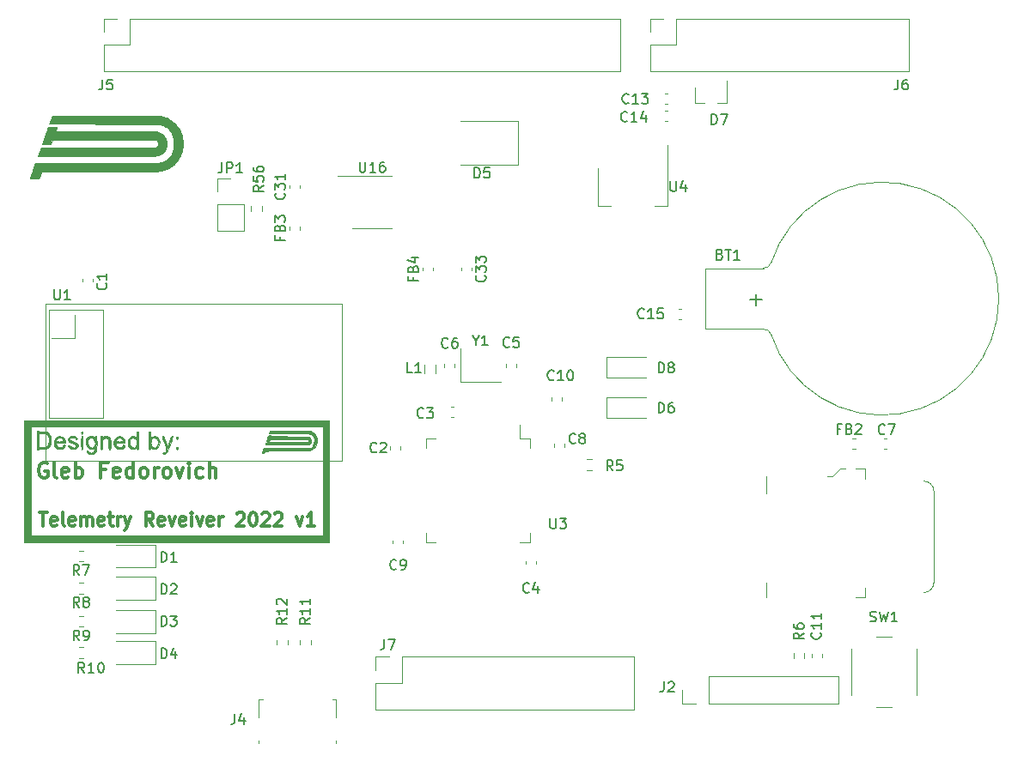
<source format=gto>
G04 #@! TF.GenerationSoftware,KiCad,Pcbnew,(5.1.2)-1*
G04 #@! TF.CreationDate,2022-03-05T22:59:14+01:00*
G04 #@! TF.ProjectId,telemetria_receiver_2022,74656c65-6d65-4747-9269-615f72656365,rev?*
G04 #@! TF.SameCoordinates,Original*
G04 #@! TF.FileFunction,Legend,Top*
G04 #@! TF.FilePolarity,Positive*
%FSLAX46Y46*%
G04 Gerber Fmt 4.6, Leading zero omitted, Abs format (unit mm)*
G04 Created by KiCad (PCBNEW (5.1.2)-1) date 2022-03-05 22:59:14*
%MOMM*%
%LPD*%
G04 APERTURE LIST*
%ADD10C,0.300000*%
%ADD11C,0.120000*%
%ADD12C,0.010000*%
%ADD13C,0.150000*%
%ADD14C,1.524000*%
%ADD15R,1.524000X1.524000*%
%ADD16C,0.100000*%
%ADD17C,1.500000*%
%ADD18C,0.800000*%
%ADD19C,6.400000*%
%ADD20R,1.500000X2.000000*%
%ADD21R,3.800000X2.000000*%
%ADD22O,1.700000X1.700000*%
%ADD23R,1.700000X1.700000*%
%ADD24C,2.000000*%
%ADD25R,3.000000X3.000000*%
%ADD26C,3.000000*%
%ADD27R,0.900000X1.200000*%
%ADD28C,0.900000*%
%ADD29R,1.400000X1.200000*%
%ADD30C,1.250000*%
%ADD31C,0.600000*%
%ADD32C,0.300000*%
%ADD33C,0.875000*%
%ADD34R,1.000000X1.900000*%
%ADD35R,1.800000X1.900000*%
%ADD36R,1.650000X1.300000*%
%ADD37R,1.425000X1.550000*%
%ADD38R,0.450000X1.380000*%
%ADD39R,0.800000X0.900000*%
%ADD40R,2.500000X2.300000*%
G04 APERTURE END LIST*
D10*
X104602428Y-103244000D02*
X104459571Y-103172571D01*
X104245285Y-103172571D01*
X104031000Y-103244000D01*
X103888142Y-103386857D01*
X103816714Y-103529714D01*
X103745285Y-103815428D01*
X103745285Y-104029714D01*
X103816714Y-104315428D01*
X103888142Y-104458285D01*
X104031000Y-104601142D01*
X104245285Y-104672571D01*
X104388142Y-104672571D01*
X104602428Y-104601142D01*
X104673857Y-104529714D01*
X104673857Y-104029714D01*
X104388142Y-104029714D01*
X105531000Y-104672571D02*
X105388142Y-104601142D01*
X105316714Y-104458285D01*
X105316714Y-103172571D01*
X106673857Y-104601142D02*
X106531000Y-104672571D01*
X106245285Y-104672571D01*
X106102428Y-104601142D01*
X106031000Y-104458285D01*
X106031000Y-103886857D01*
X106102428Y-103744000D01*
X106245285Y-103672571D01*
X106531000Y-103672571D01*
X106673857Y-103744000D01*
X106745285Y-103886857D01*
X106745285Y-104029714D01*
X106031000Y-104172571D01*
X107388142Y-104672571D02*
X107388142Y-103172571D01*
X107388142Y-103744000D02*
X107531000Y-103672571D01*
X107816714Y-103672571D01*
X107959571Y-103744000D01*
X108031000Y-103815428D01*
X108102428Y-103958285D01*
X108102428Y-104386857D01*
X108031000Y-104529714D01*
X107959571Y-104601142D01*
X107816714Y-104672571D01*
X107531000Y-104672571D01*
X107388142Y-104601142D01*
X110388142Y-103886857D02*
X109888142Y-103886857D01*
X109888142Y-104672571D02*
X109888142Y-103172571D01*
X110602428Y-103172571D01*
X111745285Y-104601142D02*
X111602428Y-104672571D01*
X111316714Y-104672571D01*
X111173857Y-104601142D01*
X111102428Y-104458285D01*
X111102428Y-103886857D01*
X111173857Y-103744000D01*
X111316714Y-103672571D01*
X111602428Y-103672571D01*
X111745285Y-103744000D01*
X111816714Y-103886857D01*
X111816714Y-104029714D01*
X111102428Y-104172571D01*
X113102428Y-104672571D02*
X113102428Y-103172571D01*
X113102428Y-104601142D02*
X112959571Y-104672571D01*
X112673857Y-104672571D01*
X112531000Y-104601142D01*
X112459571Y-104529714D01*
X112388142Y-104386857D01*
X112388142Y-103958285D01*
X112459571Y-103815428D01*
X112531000Y-103744000D01*
X112673857Y-103672571D01*
X112959571Y-103672571D01*
X113102428Y-103744000D01*
X114031000Y-104672571D02*
X113888142Y-104601142D01*
X113816714Y-104529714D01*
X113745285Y-104386857D01*
X113745285Y-103958285D01*
X113816714Y-103815428D01*
X113888142Y-103744000D01*
X114031000Y-103672571D01*
X114245285Y-103672571D01*
X114388142Y-103744000D01*
X114459571Y-103815428D01*
X114531000Y-103958285D01*
X114531000Y-104386857D01*
X114459571Y-104529714D01*
X114388142Y-104601142D01*
X114245285Y-104672571D01*
X114031000Y-104672571D01*
X115173857Y-104672571D02*
X115173857Y-103672571D01*
X115173857Y-103958285D02*
X115245285Y-103815428D01*
X115316714Y-103744000D01*
X115459571Y-103672571D01*
X115602428Y-103672571D01*
X116316714Y-104672571D02*
X116173857Y-104601142D01*
X116102428Y-104529714D01*
X116031000Y-104386857D01*
X116031000Y-103958285D01*
X116102428Y-103815428D01*
X116173857Y-103744000D01*
X116316714Y-103672571D01*
X116531000Y-103672571D01*
X116673857Y-103744000D01*
X116745285Y-103815428D01*
X116816714Y-103958285D01*
X116816714Y-104386857D01*
X116745285Y-104529714D01*
X116673857Y-104601142D01*
X116531000Y-104672571D01*
X116316714Y-104672571D01*
X117316714Y-103672571D02*
X117673857Y-104672571D01*
X118031000Y-103672571D01*
X118602428Y-104672571D02*
X118602428Y-103672571D01*
X118602428Y-103172571D02*
X118531000Y-103244000D01*
X118602428Y-103315428D01*
X118673857Y-103244000D01*
X118602428Y-103172571D01*
X118602428Y-103315428D01*
X119959571Y-104601142D02*
X119816714Y-104672571D01*
X119531000Y-104672571D01*
X119388142Y-104601142D01*
X119316714Y-104529714D01*
X119245285Y-104386857D01*
X119245285Y-103958285D01*
X119316714Y-103815428D01*
X119388142Y-103744000D01*
X119531000Y-103672571D01*
X119816714Y-103672571D01*
X119959571Y-103744000D01*
X120602428Y-104672571D02*
X120602428Y-103172571D01*
X121245285Y-104672571D02*
X121245285Y-103886857D01*
X121173857Y-103744000D01*
X121031000Y-103672571D01*
X120816714Y-103672571D01*
X120673857Y-103744000D01*
X120602428Y-103815428D01*
X103864952Y-108108095D02*
X104607809Y-108108095D01*
X104236380Y-109408095D02*
X104236380Y-108108095D01*
X105536380Y-109346190D02*
X105412571Y-109408095D01*
X105164952Y-109408095D01*
X105041142Y-109346190D01*
X104979238Y-109222380D01*
X104979238Y-108727142D01*
X105041142Y-108603333D01*
X105164952Y-108541428D01*
X105412571Y-108541428D01*
X105536380Y-108603333D01*
X105598285Y-108727142D01*
X105598285Y-108850952D01*
X104979238Y-108974761D01*
X106341142Y-109408095D02*
X106217333Y-109346190D01*
X106155428Y-109222380D01*
X106155428Y-108108095D01*
X107331619Y-109346190D02*
X107207809Y-109408095D01*
X106960190Y-109408095D01*
X106836380Y-109346190D01*
X106774476Y-109222380D01*
X106774476Y-108727142D01*
X106836380Y-108603333D01*
X106960190Y-108541428D01*
X107207809Y-108541428D01*
X107331619Y-108603333D01*
X107393523Y-108727142D01*
X107393523Y-108850952D01*
X106774476Y-108974761D01*
X107950666Y-109408095D02*
X107950666Y-108541428D01*
X107950666Y-108665238D02*
X108012571Y-108603333D01*
X108136380Y-108541428D01*
X108322095Y-108541428D01*
X108445904Y-108603333D01*
X108507809Y-108727142D01*
X108507809Y-109408095D01*
X108507809Y-108727142D02*
X108569714Y-108603333D01*
X108693523Y-108541428D01*
X108879238Y-108541428D01*
X109003047Y-108603333D01*
X109064952Y-108727142D01*
X109064952Y-109408095D01*
X110179238Y-109346190D02*
X110055428Y-109408095D01*
X109807809Y-109408095D01*
X109684000Y-109346190D01*
X109622095Y-109222380D01*
X109622095Y-108727142D01*
X109684000Y-108603333D01*
X109807809Y-108541428D01*
X110055428Y-108541428D01*
X110179238Y-108603333D01*
X110241142Y-108727142D01*
X110241142Y-108850952D01*
X109622095Y-108974761D01*
X110612571Y-108541428D02*
X111107809Y-108541428D01*
X110798285Y-108108095D02*
X110798285Y-109222380D01*
X110860190Y-109346190D01*
X110984000Y-109408095D01*
X111107809Y-109408095D01*
X111541142Y-109408095D02*
X111541142Y-108541428D01*
X111541142Y-108789047D02*
X111603047Y-108665238D01*
X111664952Y-108603333D01*
X111788761Y-108541428D01*
X111912571Y-108541428D01*
X112222095Y-108541428D02*
X112531619Y-109408095D01*
X112841142Y-108541428D02*
X112531619Y-109408095D01*
X112407809Y-109717619D01*
X112345904Y-109779523D01*
X112222095Y-109841428D01*
X115069714Y-109408095D02*
X114636380Y-108789047D01*
X114326857Y-109408095D02*
X114326857Y-108108095D01*
X114822095Y-108108095D01*
X114945904Y-108170000D01*
X115007809Y-108231904D01*
X115069714Y-108355714D01*
X115069714Y-108541428D01*
X115007809Y-108665238D01*
X114945904Y-108727142D01*
X114822095Y-108789047D01*
X114326857Y-108789047D01*
X116122095Y-109346190D02*
X115998285Y-109408095D01*
X115750666Y-109408095D01*
X115626857Y-109346190D01*
X115564952Y-109222380D01*
X115564952Y-108727142D01*
X115626857Y-108603333D01*
X115750666Y-108541428D01*
X115998285Y-108541428D01*
X116122095Y-108603333D01*
X116184000Y-108727142D01*
X116184000Y-108850952D01*
X115564952Y-108974761D01*
X116617333Y-108541428D02*
X116926857Y-109408095D01*
X117236380Y-108541428D01*
X118226857Y-109346190D02*
X118103047Y-109408095D01*
X117855428Y-109408095D01*
X117731619Y-109346190D01*
X117669714Y-109222380D01*
X117669714Y-108727142D01*
X117731619Y-108603333D01*
X117855428Y-108541428D01*
X118103047Y-108541428D01*
X118226857Y-108603333D01*
X118288761Y-108727142D01*
X118288761Y-108850952D01*
X117669714Y-108974761D01*
X118845904Y-109408095D02*
X118845904Y-108541428D01*
X118845904Y-108108095D02*
X118784000Y-108170000D01*
X118845904Y-108231904D01*
X118907809Y-108170000D01*
X118845904Y-108108095D01*
X118845904Y-108231904D01*
X119341142Y-108541428D02*
X119650666Y-109408095D01*
X119960190Y-108541428D01*
X120950666Y-109346190D02*
X120826857Y-109408095D01*
X120579238Y-109408095D01*
X120455428Y-109346190D01*
X120393523Y-109222380D01*
X120393523Y-108727142D01*
X120455428Y-108603333D01*
X120579238Y-108541428D01*
X120826857Y-108541428D01*
X120950666Y-108603333D01*
X121012571Y-108727142D01*
X121012571Y-108850952D01*
X120393523Y-108974761D01*
X121569714Y-109408095D02*
X121569714Y-108541428D01*
X121569714Y-108789047D02*
X121631619Y-108665238D01*
X121693523Y-108603333D01*
X121817333Y-108541428D01*
X121941142Y-108541428D01*
X123303047Y-108231904D02*
X123364952Y-108170000D01*
X123488761Y-108108095D01*
X123798285Y-108108095D01*
X123922095Y-108170000D01*
X123984000Y-108231904D01*
X124045904Y-108355714D01*
X124045904Y-108479523D01*
X123984000Y-108665238D01*
X123241142Y-109408095D01*
X124045904Y-109408095D01*
X124850666Y-108108095D02*
X124974476Y-108108095D01*
X125098285Y-108170000D01*
X125160190Y-108231904D01*
X125222095Y-108355714D01*
X125284000Y-108603333D01*
X125284000Y-108912857D01*
X125222095Y-109160476D01*
X125160190Y-109284285D01*
X125098285Y-109346190D01*
X124974476Y-109408095D01*
X124850666Y-109408095D01*
X124726857Y-109346190D01*
X124664952Y-109284285D01*
X124603047Y-109160476D01*
X124541142Y-108912857D01*
X124541142Y-108603333D01*
X124603047Y-108355714D01*
X124664952Y-108231904D01*
X124726857Y-108170000D01*
X124850666Y-108108095D01*
X125779238Y-108231904D02*
X125841142Y-108170000D01*
X125964952Y-108108095D01*
X126274476Y-108108095D01*
X126398285Y-108170000D01*
X126460190Y-108231904D01*
X126522095Y-108355714D01*
X126522095Y-108479523D01*
X126460190Y-108665238D01*
X125717333Y-109408095D01*
X126522095Y-109408095D01*
X127017333Y-108231904D02*
X127079238Y-108170000D01*
X127203047Y-108108095D01*
X127512571Y-108108095D01*
X127636380Y-108170000D01*
X127698285Y-108231904D01*
X127760190Y-108355714D01*
X127760190Y-108479523D01*
X127698285Y-108665238D01*
X126955428Y-109408095D01*
X127760190Y-109408095D01*
X129184000Y-108541428D02*
X129493523Y-109408095D01*
X129803047Y-108541428D01*
X130979238Y-109408095D02*
X130236380Y-109408095D01*
X130607809Y-109408095D02*
X130607809Y-108108095D01*
X130484000Y-108293809D01*
X130360190Y-108417619D01*
X130236380Y-108479523D01*
D11*
X104784000Y-88119000D02*
X104784000Y-88119000D01*
X104784000Y-98787000D02*
X104784000Y-88119000D01*
X104454000Y-87543000D02*
X104454000Y-87543000D01*
X104454000Y-102993000D02*
X104454000Y-87543000D01*
X133654000Y-102993000D02*
X104454000Y-102993000D01*
X133654000Y-87543000D02*
X133654000Y-102993000D01*
X104454000Y-87543000D02*
X133654000Y-87543000D01*
X105038000Y-90913000D02*
X105038000Y-90913000D01*
X107324000Y-90913000D02*
X105038000Y-90913000D01*
X107324000Y-88627000D02*
X107324000Y-90913000D01*
X104784000Y-98787000D02*
X104784000Y-98787000D01*
X110118000Y-98787000D02*
X104784000Y-98787000D01*
X110118000Y-88119000D02*
X110118000Y-98787000D01*
X104784000Y-88119000D02*
X110118000Y-88119000D01*
D12*
G36*
X132393800Y-111004400D02*
G01*
X102371000Y-111004400D01*
X102371000Y-99625200D01*
X102980600Y-99625200D01*
X102980600Y-110394800D01*
X131784200Y-110394800D01*
X131784200Y-99625200D01*
X102980600Y-99625200D01*
X102371000Y-99625200D01*
X102371000Y-99015600D01*
X132393800Y-99015600D01*
X132393800Y-111004400D01*
X132393800Y-111004400D01*
G37*
X132393800Y-111004400D02*
X102371000Y-111004400D01*
X102371000Y-99625200D01*
X102980600Y-99625200D01*
X102980600Y-110394800D01*
X131784200Y-110394800D01*
X131784200Y-99625200D01*
X102980600Y-99625200D01*
X102371000Y-99625200D01*
X102371000Y-99015600D01*
X132393800Y-99015600D01*
X132393800Y-111004400D01*
G36*
X109439545Y-100586770D02*
G01*
X109464168Y-100714410D01*
X109480648Y-100901712D01*
X109488965Y-101127869D01*
X109489099Y-101372074D01*
X109481028Y-101613520D01*
X109464732Y-101831399D01*
X109440192Y-102004906D01*
X109408343Y-102111415D01*
X109277196Y-102260251D01*
X109080121Y-102340231D01*
X108829475Y-102347259D01*
X108739005Y-102333243D01*
X108611496Y-102274565D01*
X108512666Y-102172697D01*
X108473032Y-102061625D01*
X108475247Y-102039525D01*
X108498086Y-101996560D01*
X108552700Y-102008910D01*
X108661193Y-102081984D01*
X108667369Y-102086545D01*
X108803453Y-102168480D01*
X108927011Y-102213200D01*
X108953841Y-102216000D01*
X109106872Y-102169351D01*
X109230129Y-102045752D01*
X109298379Y-101873100D01*
X109316828Y-101759857D01*
X109302872Y-101718618D01*
X109234961Y-101738739D01*
X109130586Y-101790224D01*
X108931882Y-101841465D01*
X108746541Y-101803407D01*
X108589441Y-101688342D01*
X108475457Y-101508560D01*
X108419466Y-101276351D01*
X108417243Y-101224369D01*
X108619400Y-101224369D01*
X108653459Y-101439653D01*
X108746056Y-101598372D01*
X108882817Y-101686996D01*
X109049369Y-101692000D01*
X109099724Y-101676443D01*
X109192086Y-101598125D01*
X109274082Y-101459932D01*
X109324187Y-101302976D01*
X109330600Y-101235503D01*
X109298640Y-101026008D01*
X109213457Y-100857627D01*
X109091098Y-100746198D01*
X108947605Y-100707562D01*
X108828373Y-100739710D01*
X108704865Y-100845066D01*
X108637884Y-101008074D01*
X108619400Y-101224369D01*
X108417243Y-101224369D01*
X108416200Y-101199999D01*
X108452338Y-100954732D01*
X108550837Y-100758282D01*
X108696821Y-100622940D01*
X108875412Y-100560998D01*
X109071735Y-100584745D01*
X109130586Y-100609775D01*
X109254497Y-100669739D01*
X109312466Y-100685275D01*
X109329550Y-100657136D01*
X109330600Y-100615800D01*
X109371263Y-100548450D01*
X109406800Y-100539600D01*
X109439545Y-100586770D01*
X109439545Y-100586770D01*
G37*
X109439545Y-100586770D02*
X109464168Y-100714410D01*
X109480648Y-100901712D01*
X109488965Y-101127869D01*
X109489099Y-101372074D01*
X109481028Y-101613520D01*
X109464732Y-101831399D01*
X109440192Y-102004906D01*
X109408343Y-102111415D01*
X109277196Y-102260251D01*
X109080121Y-102340231D01*
X108829475Y-102347259D01*
X108739005Y-102333243D01*
X108611496Y-102274565D01*
X108512666Y-102172697D01*
X108473032Y-102061625D01*
X108475247Y-102039525D01*
X108498086Y-101996560D01*
X108552700Y-102008910D01*
X108661193Y-102081984D01*
X108667369Y-102086545D01*
X108803453Y-102168480D01*
X108927011Y-102213200D01*
X108953841Y-102216000D01*
X109106872Y-102169351D01*
X109230129Y-102045752D01*
X109298379Y-101873100D01*
X109316828Y-101759857D01*
X109302872Y-101718618D01*
X109234961Y-101738739D01*
X109130586Y-101790224D01*
X108931882Y-101841465D01*
X108746541Y-101803407D01*
X108589441Y-101688342D01*
X108475457Y-101508560D01*
X108419466Y-101276351D01*
X108417243Y-101224369D01*
X108619400Y-101224369D01*
X108653459Y-101439653D01*
X108746056Y-101598372D01*
X108882817Y-101686996D01*
X109049369Y-101692000D01*
X109099724Y-101676443D01*
X109192086Y-101598125D01*
X109274082Y-101459932D01*
X109324187Y-101302976D01*
X109330600Y-101235503D01*
X109298640Y-101026008D01*
X109213457Y-100857627D01*
X109091098Y-100746198D01*
X108947605Y-100707562D01*
X108828373Y-100739710D01*
X108704865Y-100845066D01*
X108637884Y-101008074D01*
X108619400Y-101224369D01*
X108417243Y-101224369D01*
X108416200Y-101199999D01*
X108452338Y-100954732D01*
X108550837Y-100758282D01*
X108696821Y-100622940D01*
X108875412Y-100560998D01*
X109071735Y-100584745D01*
X109130586Y-100609775D01*
X109254497Y-100669739D01*
X109312466Y-100685275D01*
X109329550Y-100657136D01*
X109330600Y-100615800D01*
X109371263Y-100548450D01*
X109406800Y-100539600D01*
X109439545Y-100586770D01*
G36*
X116971946Y-100544868D02*
G01*
X116979802Y-100551869D01*
X116971612Y-100605445D01*
X116933107Y-100737791D01*
X116869572Y-100932518D01*
X116786290Y-101173236D01*
X116719832Y-101358245D01*
X116578321Y-101729626D01*
X116459195Y-102005866D01*
X116363058Y-102185645D01*
X116308988Y-102254100D01*
X116165240Y-102352220D01*
X116053971Y-102358431D01*
X116019266Y-102334533D01*
X115982890Y-102249842D01*
X116030675Y-102184021D01*
X116113489Y-102165200D01*
X116237509Y-102124077D01*
X116300919Y-102034960D01*
X116325808Y-101964834D01*
X116333401Y-101885726D01*
X116320038Y-101781753D01*
X116282059Y-101637032D01*
X116215804Y-101435679D01*
X116117614Y-101161810D01*
X116069718Y-101031492D01*
X115988777Y-100809599D01*
X115941080Y-100666452D01*
X115924098Y-100585704D01*
X115935302Y-100551005D01*
X115972164Y-100546009D01*
X115995081Y-100548892D01*
X116049876Y-100572333D01*
X116101877Y-100636022D01*
X116159500Y-100756075D01*
X116231158Y-100948610D01*
X116281987Y-101098400D01*
X116459533Y-101631800D01*
X116634330Y-101107409D01*
X116738520Y-100821979D01*
X116828557Y-100634626D01*
X116905885Y-100543029D01*
X116971946Y-100544868D01*
X116971946Y-100544868D01*
G37*
X116971946Y-100544868D02*
X116979802Y-100551869D01*
X116971612Y-100605445D01*
X116933107Y-100737791D01*
X116869572Y-100932518D01*
X116786290Y-101173236D01*
X116719832Y-101358245D01*
X116578321Y-101729626D01*
X116459195Y-102005866D01*
X116363058Y-102185645D01*
X116308988Y-102254100D01*
X116165240Y-102352220D01*
X116053971Y-102358431D01*
X116019266Y-102334533D01*
X115982890Y-102249842D01*
X116030675Y-102184021D01*
X116113489Y-102165200D01*
X116237509Y-102124077D01*
X116300919Y-102034960D01*
X116325808Y-101964834D01*
X116333401Y-101885726D01*
X116320038Y-101781753D01*
X116282059Y-101637032D01*
X116215804Y-101435679D01*
X116117614Y-101161810D01*
X116069718Y-101031492D01*
X115988777Y-100809599D01*
X115941080Y-100666452D01*
X115924098Y-100585704D01*
X115935302Y-100551005D01*
X115972164Y-100546009D01*
X115995081Y-100548892D01*
X116049876Y-100572333D01*
X116101877Y-100636022D01*
X116159500Y-100756075D01*
X116231158Y-100948610D01*
X116281987Y-101098400D01*
X116459533Y-101631800D01*
X116634330Y-101107409D01*
X116738520Y-100821979D01*
X116828557Y-100634626D01*
X116905885Y-100543029D01*
X116971946Y-100544868D01*
G36*
X128533386Y-100031600D02*
G01*
X129036447Y-100031818D01*
X129448285Y-100032800D01*
X129779276Y-100035031D01*
X130039797Y-100038999D01*
X130240224Y-100045190D01*
X130390934Y-100054092D01*
X130502302Y-100066192D01*
X130584706Y-100081976D01*
X130648522Y-100101932D01*
X130704126Y-100126548D01*
X130719367Y-100134203D01*
X130945545Y-100302340D01*
X131105839Y-100529523D01*
X131197117Y-100794895D01*
X131216245Y-101077595D01*
X131160090Y-101356765D01*
X131025519Y-101611547D01*
X130954059Y-101696692D01*
X130880985Y-101769413D01*
X130805295Y-101830060D01*
X130717469Y-101879722D01*
X130607987Y-101919495D01*
X130467329Y-101950468D01*
X130285974Y-101973737D01*
X130054402Y-101990392D01*
X129763093Y-102001526D01*
X129402526Y-102008233D01*
X128963181Y-102011604D01*
X128435539Y-102012732D01*
X128199504Y-102012800D01*
X127683779Y-102012926D01*
X127260401Y-102013601D01*
X126920120Y-102015268D01*
X126653682Y-102018370D01*
X126451836Y-102023351D01*
X126305330Y-102030654D01*
X126204911Y-102040724D01*
X126141328Y-102054002D01*
X126105329Y-102070934D01*
X126087662Y-102091962D01*
X126079880Y-102114400D01*
X126013831Y-102198494D01*
X125921555Y-102216000D01*
X125823716Y-102210571D01*
X125789800Y-102199649D01*
X125804732Y-102146391D01*
X125842815Y-102028716D01*
X125870775Y-101945649D01*
X125951750Y-101708000D01*
X130578403Y-101708000D01*
X130743291Y-101533167D01*
X130894133Y-101307470D01*
X130954579Y-101061226D01*
X130927590Y-100813973D01*
X130816125Y-100585250D01*
X130623147Y-100394598D01*
X130565000Y-100356657D01*
X130498829Y-100345988D01*
X130342418Y-100334929D01*
X130107126Y-100323866D01*
X129804308Y-100313186D01*
X129445323Y-100303274D01*
X129041528Y-100294518D01*
X128604279Y-100287304D01*
X128476350Y-100285600D01*
X126463901Y-100260200D01*
X126506213Y-100145899D01*
X126548526Y-100031599D01*
X128533386Y-100031600D01*
X128533386Y-100031600D01*
G37*
X128533386Y-100031600D02*
X129036447Y-100031818D01*
X129448285Y-100032800D01*
X129779276Y-100035031D01*
X130039797Y-100038999D01*
X130240224Y-100045190D01*
X130390934Y-100054092D01*
X130502302Y-100066192D01*
X130584706Y-100081976D01*
X130648522Y-100101932D01*
X130704126Y-100126548D01*
X130719367Y-100134203D01*
X130945545Y-100302340D01*
X131105839Y-100529523D01*
X131197117Y-100794895D01*
X131216245Y-101077595D01*
X131160090Y-101356765D01*
X131025519Y-101611547D01*
X130954059Y-101696692D01*
X130880985Y-101769413D01*
X130805295Y-101830060D01*
X130717469Y-101879722D01*
X130607987Y-101919495D01*
X130467329Y-101950468D01*
X130285974Y-101973737D01*
X130054402Y-101990392D01*
X129763093Y-102001526D01*
X129402526Y-102008233D01*
X128963181Y-102011604D01*
X128435539Y-102012732D01*
X128199504Y-102012800D01*
X127683779Y-102012926D01*
X127260401Y-102013601D01*
X126920120Y-102015268D01*
X126653682Y-102018370D01*
X126451836Y-102023351D01*
X126305330Y-102030654D01*
X126204911Y-102040724D01*
X126141328Y-102054002D01*
X126105329Y-102070934D01*
X126087662Y-102091962D01*
X126079880Y-102114400D01*
X126013831Y-102198494D01*
X125921555Y-102216000D01*
X125823716Y-102210571D01*
X125789800Y-102199649D01*
X125804732Y-102146391D01*
X125842815Y-102028716D01*
X125870775Y-101945649D01*
X125951750Y-101708000D01*
X130578403Y-101708000D01*
X130743291Y-101533167D01*
X130894133Y-101307470D01*
X130954579Y-101061226D01*
X130927590Y-100813973D01*
X130816125Y-100585250D01*
X130623147Y-100394598D01*
X130565000Y-100356657D01*
X130498829Y-100345988D01*
X130342418Y-100334929D01*
X130107126Y-100323866D01*
X129804308Y-100313186D01*
X129445323Y-100303274D01*
X129041528Y-100294518D01*
X128604279Y-100287304D01*
X128476350Y-100285600D01*
X126463901Y-100260200D01*
X126506213Y-100145899D01*
X126548526Y-100031599D01*
X128533386Y-100031600D01*
G36*
X104065425Y-100091065D02*
G01*
X104354810Y-100113052D01*
X104564060Y-100155605D01*
X104713980Y-100227750D01*
X104825379Y-100338514D01*
X104895531Y-100451178D01*
X104959002Y-100645397D01*
X104984570Y-100893177D01*
X104972456Y-101153908D01*
X104922885Y-101386976D01*
X104889933Y-101468937D01*
X104789613Y-101622687D01*
X104652110Y-101730365D01*
X104459374Y-101800025D01*
X104193353Y-101839720D01*
X104034700Y-101850476D01*
X103590200Y-101872827D01*
X103590200Y-100285600D01*
X103793400Y-100285600D01*
X103793400Y-101657200D01*
X104116749Y-101657200D01*
X104326253Y-101647642D01*
X104469037Y-101613855D01*
X104572724Y-101552876D01*
X104701158Y-101392412D01*
X104774985Y-101175103D01*
X104792840Y-100930633D01*
X104753357Y-100688689D01*
X104655170Y-100478959D01*
X104624007Y-100438241D01*
X104547861Y-100357048D01*
X104470457Y-100311241D01*
X104360289Y-100290791D01*
X104185853Y-100285668D01*
X104144484Y-100285600D01*
X103793400Y-100285600D01*
X103590200Y-100285600D01*
X103590200Y-100070281D01*
X104065425Y-100091065D01*
X104065425Y-100091065D01*
G37*
X104065425Y-100091065D02*
X104354810Y-100113052D01*
X104564060Y-100155605D01*
X104713980Y-100227750D01*
X104825379Y-100338514D01*
X104895531Y-100451178D01*
X104959002Y-100645397D01*
X104984570Y-100893177D01*
X104972456Y-101153908D01*
X104922885Y-101386976D01*
X104889933Y-101468937D01*
X104789613Y-101622687D01*
X104652110Y-101730365D01*
X104459374Y-101800025D01*
X104193353Y-101839720D01*
X104034700Y-101850476D01*
X103590200Y-101872827D01*
X103590200Y-100285600D01*
X103793400Y-100285600D01*
X103793400Y-101657200D01*
X104116749Y-101657200D01*
X104326253Y-101647642D01*
X104469037Y-101613855D01*
X104572724Y-101552876D01*
X104701158Y-101392412D01*
X104774985Y-101175103D01*
X104792840Y-100930633D01*
X104753357Y-100688689D01*
X104655170Y-100478959D01*
X104624007Y-100438241D01*
X104547861Y-100357048D01*
X104470457Y-100311241D01*
X104360289Y-100290791D01*
X104185853Y-100285668D01*
X104144484Y-100285600D01*
X103793400Y-100285600D01*
X103590200Y-100285600D01*
X103590200Y-100070281D01*
X104065425Y-100091065D01*
G36*
X106022165Y-100592235D02*
G01*
X106200544Y-100691489D01*
X106328250Y-100848253D01*
X106383478Y-101049742D01*
X106384200Y-101076897D01*
X106384200Y-101250800D01*
X105927000Y-101250800D01*
X105708423Y-101252934D01*
X105572469Y-101261830D01*
X105500208Y-101281227D01*
X105472706Y-101314864D01*
X105469800Y-101341096D01*
X105509828Y-101491545D01*
X105612764Y-101603633D01*
X105752881Y-101671217D01*
X105904456Y-101688154D01*
X106041763Y-101648302D01*
X106139078Y-101545517D01*
X106155582Y-101504853D01*
X106201371Y-101417648D01*
X106272995Y-101418808D01*
X106326058Y-101448387D01*
X106364497Y-101516582D01*
X106327585Y-101605980D01*
X106234553Y-101700669D01*
X106104628Y-101784739D01*
X105957039Y-101842279D01*
X105830519Y-101858411D01*
X105730237Y-101837536D01*
X105595063Y-101789358D01*
X105582198Y-101783864D01*
X105419291Y-101663177D01*
X105316190Y-101485040D01*
X105272508Y-101273853D01*
X105287861Y-101054017D01*
X105299997Y-101020549D01*
X105466728Y-101020549D01*
X105528066Y-101071410D01*
X105681447Y-101094844D01*
X105825400Y-101098400D01*
X106013524Y-101095172D01*
X106121358Y-101081835D01*
X106170105Y-101052910D01*
X106181000Y-101006509D01*
X106134626Y-100856934D01*
X106006497Y-100750055D01*
X105892267Y-100712407D01*
X105760059Y-100706278D01*
X105651930Y-100763142D01*
X105600167Y-100811014D01*
X105492429Y-100935878D01*
X105466728Y-101020549D01*
X105299997Y-101020549D01*
X105361865Y-100849933D01*
X105494133Y-100686003D01*
X105600602Y-100617400D01*
X105814916Y-100563276D01*
X106022165Y-100592235D01*
X106022165Y-100592235D01*
G37*
X106022165Y-100592235D02*
X106200544Y-100691489D01*
X106328250Y-100848253D01*
X106383478Y-101049742D01*
X106384200Y-101076897D01*
X106384200Y-101250800D01*
X105927000Y-101250800D01*
X105708423Y-101252934D01*
X105572469Y-101261830D01*
X105500208Y-101281227D01*
X105472706Y-101314864D01*
X105469800Y-101341096D01*
X105509828Y-101491545D01*
X105612764Y-101603633D01*
X105752881Y-101671217D01*
X105904456Y-101688154D01*
X106041763Y-101648302D01*
X106139078Y-101545517D01*
X106155582Y-101504853D01*
X106201371Y-101417648D01*
X106272995Y-101418808D01*
X106326058Y-101448387D01*
X106364497Y-101516582D01*
X106327585Y-101605980D01*
X106234553Y-101700669D01*
X106104628Y-101784739D01*
X105957039Y-101842279D01*
X105830519Y-101858411D01*
X105730237Y-101837536D01*
X105595063Y-101789358D01*
X105582198Y-101783864D01*
X105419291Y-101663177D01*
X105316190Y-101485040D01*
X105272508Y-101273853D01*
X105287861Y-101054017D01*
X105299997Y-101020549D01*
X105466728Y-101020549D01*
X105528066Y-101071410D01*
X105681447Y-101094844D01*
X105825400Y-101098400D01*
X106013524Y-101095172D01*
X106121358Y-101081835D01*
X106170105Y-101052910D01*
X106181000Y-101006509D01*
X106134626Y-100856934D01*
X106006497Y-100750055D01*
X105892267Y-100712407D01*
X105760059Y-100706278D01*
X105651930Y-100763142D01*
X105600167Y-100811014D01*
X105492429Y-100935878D01*
X105466728Y-101020549D01*
X105299997Y-101020549D01*
X105361865Y-100849933D01*
X105494133Y-100686003D01*
X105600602Y-100617400D01*
X105814916Y-100563276D01*
X106022165Y-100592235D01*
G36*
X107233360Y-100565621D02*
G01*
X107313817Y-100587039D01*
X107443514Y-100653907D01*
X107532011Y-100742995D01*
X107566161Y-100831495D01*
X107532818Y-100896601D01*
X107500181Y-100910342D01*
X107407442Y-100896237D01*
X107373181Y-100839300D01*
X107303979Y-100756379D01*
X107184209Y-100714343D01*
X107046755Y-100711755D01*
X106924501Y-100747182D01*
X106850330Y-100819191D01*
X106841400Y-100862490D01*
X106864903Y-100939393D01*
X106946022Y-101005211D01*
X107100665Y-101069701D01*
X107259282Y-101118732D01*
X107487232Y-101210367D01*
X107618988Y-101325534D01*
X107653276Y-101461694D01*
X107588819Y-101616307D01*
X107539900Y-101677446D01*
X107383816Y-101783998D01*
X107174907Y-101836523D01*
X106956712Y-101826181D01*
X106855154Y-101773976D01*
X106745918Y-101676331D01*
X106662919Y-101568197D01*
X106638200Y-101497949D01*
X106671998Y-101454405D01*
X106756074Y-101470149D01*
X106864454Y-101537332D01*
X106912981Y-101581000D01*
X107074628Y-101686128D01*
X107244621Y-101698338D01*
X107370614Y-101641142D01*
X107443769Y-101544888D01*
X107423511Y-101444047D01*
X107316264Y-101352866D01*
X107222088Y-101311843D01*
X106988029Y-101228302D01*
X106834405Y-101162637D01*
X106744532Y-101102877D01*
X106701729Y-101037049D01*
X106689312Y-100953183D01*
X106689000Y-100929295D01*
X106732491Y-100752097D01*
X106850340Y-100625503D01*
X107023609Y-100559886D01*
X107233360Y-100565621D01*
X107233360Y-100565621D01*
G37*
X107233360Y-100565621D02*
X107313817Y-100587039D01*
X107443514Y-100653907D01*
X107532011Y-100742995D01*
X107566161Y-100831495D01*
X107532818Y-100896601D01*
X107500181Y-100910342D01*
X107407442Y-100896237D01*
X107373181Y-100839300D01*
X107303979Y-100756379D01*
X107184209Y-100714343D01*
X107046755Y-100711755D01*
X106924501Y-100747182D01*
X106850330Y-100819191D01*
X106841400Y-100862490D01*
X106864903Y-100939393D01*
X106946022Y-101005211D01*
X107100665Y-101069701D01*
X107259282Y-101118732D01*
X107487232Y-101210367D01*
X107618988Y-101325534D01*
X107653276Y-101461694D01*
X107588819Y-101616307D01*
X107539900Y-101677446D01*
X107383816Y-101783998D01*
X107174907Y-101836523D01*
X106956712Y-101826181D01*
X106855154Y-101773976D01*
X106745918Y-101676331D01*
X106662919Y-101568197D01*
X106638200Y-101497949D01*
X106671998Y-101454405D01*
X106756074Y-101470149D01*
X106864454Y-101537332D01*
X106912981Y-101581000D01*
X107074628Y-101686128D01*
X107244621Y-101698338D01*
X107370614Y-101641142D01*
X107443769Y-101544888D01*
X107423511Y-101444047D01*
X107316264Y-101352866D01*
X107222088Y-101311843D01*
X106988029Y-101228302D01*
X106834405Y-101162637D01*
X106744532Y-101102877D01*
X106701729Y-101037049D01*
X106689312Y-100953183D01*
X106689000Y-100929295D01*
X106732491Y-100752097D01*
X106850340Y-100625503D01*
X107023609Y-100559886D01*
X107233360Y-100565621D01*
G36*
X108066935Y-100554317D02*
G01*
X108088687Y-100608490D01*
X108102188Y-100717145D01*
X108109172Y-100895311D01*
X108111374Y-101158018D01*
X108111400Y-101200000D01*
X108109701Y-101475043D01*
X108103451Y-101663555D01*
X108090914Y-101780562D01*
X108070356Y-101841094D01*
X108040044Y-101860179D01*
X108035200Y-101860400D01*
X108003464Y-101845682D01*
X107981712Y-101791509D01*
X107968211Y-101682854D01*
X107961227Y-101504688D01*
X107959025Y-101241981D01*
X107959000Y-101200000D01*
X107960698Y-100924956D01*
X107966948Y-100736444D01*
X107979485Y-100619437D01*
X108000043Y-100558905D01*
X108030355Y-100539820D01*
X108035200Y-100539600D01*
X108066935Y-100554317D01*
X108066935Y-100554317D01*
G37*
X108066935Y-100554317D02*
X108088687Y-100608490D01*
X108102188Y-100717145D01*
X108109172Y-100895311D01*
X108111374Y-101158018D01*
X108111400Y-101200000D01*
X108109701Y-101475043D01*
X108103451Y-101663555D01*
X108090914Y-101780562D01*
X108070356Y-101841094D01*
X108040044Y-101860179D01*
X108035200Y-101860400D01*
X108003464Y-101845682D01*
X107981712Y-101791509D01*
X107968211Y-101682854D01*
X107961227Y-101504688D01*
X107959025Y-101241981D01*
X107959000Y-101200000D01*
X107960698Y-100924956D01*
X107966948Y-100736444D01*
X107979485Y-100619437D01*
X108000043Y-100558905D01*
X108030355Y-100539820D01*
X108035200Y-100539600D01*
X108066935Y-100554317D01*
G36*
X110023722Y-100573978D02*
G01*
X110041800Y-100649073D01*
X110046709Y-100723099D01*
X110078515Y-100721959D01*
X110147457Y-100662927D01*
X110298252Y-100583452D01*
X110479543Y-100565003D01*
X110650982Y-100606051D01*
X110758423Y-100686082D01*
X110803335Y-100757470D01*
X110832023Y-100852840D01*
X110847814Y-100994559D01*
X110854035Y-101204994D01*
X110854600Y-101332627D01*
X110853300Y-101569103D01*
X110847086Y-101722043D01*
X110832480Y-101809503D01*
X110806008Y-101849538D01*
X110764193Y-101860202D01*
X110753000Y-101860400D01*
X110706714Y-101853414D01*
X110677102Y-101820183D01*
X110660474Y-101742297D01*
X110653139Y-101601346D01*
X110651407Y-101378921D01*
X110651400Y-101353571D01*
X110649843Y-101120838D01*
X110642211Y-100968043D01*
X110624063Y-100873534D01*
X110590955Y-100815663D01*
X110538446Y-100772778D01*
X110531256Y-100768021D01*
X110379565Y-100722604D01*
X110225491Y-100760599D01*
X110105934Y-100871722D01*
X110095688Y-100889428D01*
X110070839Y-100985201D01*
X110052049Y-101151578D01*
X110042432Y-101357604D01*
X110041800Y-101425260D01*
X110039936Y-101636180D01*
X110031265Y-101765319D01*
X110011164Y-101832469D01*
X109975011Y-101857427D01*
X109940200Y-101860400D01*
X109898722Y-101854798D01*
X109870383Y-101827200D01*
X109852693Y-101761414D01*
X109843160Y-101641249D01*
X109839294Y-101450513D01*
X109838600Y-101200000D01*
X109839461Y-100930395D01*
X109843707Y-100746195D01*
X109853828Y-100631208D01*
X109872315Y-100569244D01*
X109901659Y-100544111D01*
X109940200Y-100539600D01*
X110023722Y-100573978D01*
X110023722Y-100573978D01*
G37*
X110023722Y-100573978D02*
X110041800Y-100649073D01*
X110046709Y-100723099D01*
X110078515Y-100721959D01*
X110147457Y-100662927D01*
X110298252Y-100583452D01*
X110479543Y-100565003D01*
X110650982Y-100606051D01*
X110758423Y-100686082D01*
X110803335Y-100757470D01*
X110832023Y-100852840D01*
X110847814Y-100994559D01*
X110854035Y-101204994D01*
X110854600Y-101332627D01*
X110853300Y-101569103D01*
X110847086Y-101722043D01*
X110832480Y-101809503D01*
X110806008Y-101849538D01*
X110764193Y-101860202D01*
X110753000Y-101860400D01*
X110706714Y-101853414D01*
X110677102Y-101820183D01*
X110660474Y-101742297D01*
X110653139Y-101601346D01*
X110651407Y-101378921D01*
X110651400Y-101353571D01*
X110649843Y-101120838D01*
X110642211Y-100968043D01*
X110624063Y-100873534D01*
X110590955Y-100815663D01*
X110538446Y-100772778D01*
X110531256Y-100768021D01*
X110379565Y-100722604D01*
X110225491Y-100760599D01*
X110105934Y-100871722D01*
X110095688Y-100889428D01*
X110070839Y-100985201D01*
X110052049Y-101151578D01*
X110042432Y-101357604D01*
X110041800Y-101425260D01*
X110039936Y-101636180D01*
X110031265Y-101765319D01*
X110011164Y-101832469D01*
X109975011Y-101857427D01*
X109940200Y-101860400D01*
X109898722Y-101854798D01*
X109870383Y-101827200D01*
X109852693Y-101761414D01*
X109843160Y-101641249D01*
X109839294Y-101450513D01*
X109838600Y-101200000D01*
X109839461Y-100930395D01*
X109843707Y-100746195D01*
X109853828Y-100631208D01*
X109872315Y-100569244D01*
X109901659Y-100544111D01*
X109940200Y-100539600D01*
X110023722Y-100573978D01*
G36*
X111914965Y-100592235D02*
G01*
X112093344Y-100691489D01*
X112221050Y-100848253D01*
X112276278Y-101049742D01*
X112277000Y-101076897D01*
X112277000Y-101250800D01*
X111819800Y-101250800D01*
X111601223Y-101252934D01*
X111465269Y-101261830D01*
X111393008Y-101281227D01*
X111365506Y-101314864D01*
X111362600Y-101341096D01*
X111402628Y-101491545D01*
X111505564Y-101603633D01*
X111645681Y-101671217D01*
X111797256Y-101688154D01*
X111934563Y-101648302D01*
X112031878Y-101545517D01*
X112048382Y-101504853D01*
X112094171Y-101417648D01*
X112165795Y-101418808D01*
X112218858Y-101448387D01*
X112257297Y-101516582D01*
X112220385Y-101605980D01*
X112127353Y-101700669D01*
X111997428Y-101784739D01*
X111849839Y-101842279D01*
X111723319Y-101858411D01*
X111623037Y-101837536D01*
X111487863Y-101789358D01*
X111474998Y-101783864D01*
X111312091Y-101663177D01*
X111208990Y-101485040D01*
X111165308Y-101273853D01*
X111180661Y-101054017D01*
X111192797Y-101020549D01*
X111359528Y-101020549D01*
X111420866Y-101071410D01*
X111574247Y-101094844D01*
X111718200Y-101098400D01*
X111906324Y-101095172D01*
X112014158Y-101081835D01*
X112062905Y-101052910D01*
X112073800Y-101006509D01*
X112027426Y-100856934D01*
X111899297Y-100750055D01*
X111785067Y-100712407D01*
X111652859Y-100706278D01*
X111544730Y-100763142D01*
X111492967Y-100811014D01*
X111385229Y-100935878D01*
X111359528Y-101020549D01*
X111192797Y-101020549D01*
X111254665Y-100849933D01*
X111386933Y-100686003D01*
X111493402Y-100617400D01*
X111707716Y-100563276D01*
X111914965Y-100592235D01*
X111914965Y-100592235D01*
G37*
X111914965Y-100592235D02*
X112093344Y-100691489D01*
X112221050Y-100848253D01*
X112276278Y-101049742D01*
X112277000Y-101076897D01*
X112277000Y-101250800D01*
X111819800Y-101250800D01*
X111601223Y-101252934D01*
X111465269Y-101261830D01*
X111393008Y-101281227D01*
X111365506Y-101314864D01*
X111362600Y-101341096D01*
X111402628Y-101491545D01*
X111505564Y-101603633D01*
X111645681Y-101671217D01*
X111797256Y-101688154D01*
X111934563Y-101648302D01*
X112031878Y-101545517D01*
X112048382Y-101504853D01*
X112094171Y-101417648D01*
X112165795Y-101418808D01*
X112218858Y-101448387D01*
X112257297Y-101516582D01*
X112220385Y-101605980D01*
X112127353Y-101700669D01*
X111997428Y-101784739D01*
X111849839Y-101842279D01*
X111723319Y-101858411D01*
X111623037Y-101837536D01*
X111487863Y-101789358D01*
X111474998Y-101783864D01*
X111312091Y-101663177D01*
X111208990Y-101485040D01*
X111165308Y-101273853D01*
X111180661Y-101054017D01*
X111192797Y-101020549D01*
X111359528Y-101020549D01*
X111420866Y-101071410D01*
X111574247Y-101094844D01*
X111718200Y-101098400D01*
X111906324Y-101095172D01*
X112014158Y-101081835D01*
X112062905Y-101052910D01*
X112073800Y-101006509D01*
X112027426Y-100856934D01*
X111899297Y-100750055D01*
X111785067Y-100712407D01*
X111652859Y-100706278D01*
X111544730Y-100763142D01*
X111492967Y-100811014D01*
X111385229Y-100935878D01*
X111359528Y-101020549D01*
X111192797Y-101020549D01*
X111254665Y-100849933D01*
X111386933Y-100686003D01*
X111493402Y-100617400D01*
X111707716Y-100563276D01*
X111914965Y-100592235D01*
G36*
X113532759Y-100086826D02*
G01*
X113559307Y-100109428D01*
X113577440Y-100164195D01*
X113588757Y-100265112D01*
X113594857Y-100426167D01*
X113597338Y-100661348D01*
X113597800Y-100971400D01*
X113596685Y-101296648D01*
X113592590Y-101533491D01*
X113584384Y-101695105D01*
X113570938Y-101794668D01*
X113551122Y-101845356D01*
X113523807Y-101860347D01*
X113521600Y-101860400D01*
X113454250Y-101819736D01*
X113445400Y-101784200D01*
X113439857Y-101725862D01*
X113406289Y-101715683D01*
X113319286Y-101753620D01*
X113260706Y-101783887D01*
X113138516Y-101840214D01*
X113042968Y-101851478D01*
X112926987Y-101817676D01*
X112846598Y-101783864D01*
X112683993Y-101663498D01*
X112581229Y-101486054D01*
X112536710Y-101275375D01*
X112540864Y-101200000D01*
X112734200Y-101200000D01*
X112746046Y-101378951D01*
X112790687Y-101500099D01*
X112858890Y-101583309D01*
X113000035Y-101686884D01*
X113138373Y-101698301D01*
X113241471Y-101657589D01*
X113350057Y-101547036D01*
X113410504Y-101378073D01*
X113422324Y-101182026D01*
X113385030Y-100990218D01*
X113298134Y-100833973D01*
X113254928Y-100792708D01*
X113115819Y-100708275D01*
X112999899Y-100710479D01*
X112874566Y-100801292D01*
X112858890Y-100816690D01*
X112778322Y-100921829D01*
X112741435Y-101051306D01*
X112734200Y-101200000D01*
X112540864Y-101200000D01*
X112548840Y-101055303D01*
X112616023Y-100849679D01*
X112736663Y-100682347D01*
X112909163Y-100577147D01*
X112927768Y-100571372D01*
X113061483Y-100549861D01*
X113173542Y-100587010D01*
X113244348Y-100634755D01*
X113394600Y-100745841D01*
X113394600Y-100414120D01*
X113397738Y-100234924D01*
X113411727Y-100134844D01*
X113443430Y-100091476D01*
X113496200Y-100082400D01*
X113532759Y-100086826D01*
X113532759Y-100086826D01*
G37*
X113532759Y-100086826D02*
X113559307Y-100109428D01*
X113577440Y-100164195D01*
X113588757Y-100265112D01*
X113594857Y-100426167D01*
X113597338Y-100661348D01*
X113597800Y-100971400D01*
X113596685Y-101296648D01*
X113592590Y-101533491D01*
X113584384Y-101695105D01*
X113570938Y-101794668D01*
X113551122Y-101845356D01*
X113523807Y-101860347D01*
X113521600Y-101860400D01*
X113454250Y-101819736D01*
X113445400Y-101784200D01*
X113439857Y-101725862D01*
X113406289Y-101715683D01*
X113319286Y-101753620D01*
X113260706Y-101783887D01*
X113138516Y-101840214D01*
X113042968Y-101851478D01*
X112926987Y-101817676D01*
X112846598Y-101783864D01*
X112683993Y-101663498D01*
X112581229Y-101486054D01*
X112536710Y-101275375D01*
X112540864Y-101200000D01*
X112734200Y-101200000D01*
X112746046Y-101378951D01*
X112790687Y-101500099D01*
X112858890Y-101583309D01*
X113000035Y-101686884D01*
X113138373Y-101698301D01*
X113241471Y-101657589D01*
X113350057Y-101547036D01*
X113410504Y-101378073D01*
X113422324Y-101182026D01*
X113385030Y-100990218D01*
X113298134Y-100833973D01*
X113254928Y-100792708D01*
X113115819Y-100708275D01*
X112999899Y-100710479D01*
X112874566Y-100801292D01*
X112858890Y-100816690D01*
X112778322Y-100921829D01*
X112741435Y-101051306D01*
X112734200Y-101200000D01*
X112540864Y-101200000D01*
X112548840Y-101055303D01*
X112616023Y-100849679D01*
X112736663Y-100682347D01*
X112909163Y-100577147D01*
X112927768Y-100571372D01*
X113061483Y-100549861D01*
X113173542Y-100587010D01*
X113244348Y-100634755D01*
X113394600Y-100745841D01*
X113394600Y-100414120D01*
X113397738Y-100234924D01*
X113411727Y-100134844D01*
X113443430Y-100091476D01*
X113496200Y-100082400D01*
X113532759Y-100086826D01*
G36*
X114772145Y-100093521D02*
G01*
X114802808Y-100142375D01*
X114815132Y-100252198D01*
X114817000Y-100387200D01*
X114819665Y-100547985D01*
X114826592Y-100658433D01*
X114834595Y-100692000D01*
X114887153Y-100671671D01*
X114992558Y-100621928D01*
X115008723Y-100613910D01*
X115206221Y-100562180D01*
X115390079Y-100611038D01*
X115553749Y-100752242D01*
X115652695Y-100940420D01*
X115690342Y-101171470D01*
X115666754Y-101407288D01*
X115581996Y-101609769D01*
X115552226Y-101649567D01*
X115393250Y-101779148D01*
X115211971Y-101836844D01*
X115035264Y-101821185D01*
X114890005Y-101730697D01*
X114855877Y-101687695D01*
X114827216Y-101683239D01*
X114817777Y-101746100D01*
X114787300Y-101839078D01*
X114715400Y-101860400D01*
X114678840Y-101855973D01*
X114652292Y-101833371D01*
X114634159Y-101778604D01*
X114622842Y-101677687D01*
X114616742Y-101516632D01*
X114614261Y-101281451D01*
X114614140Y-101200000D01*
X114817000Y-101200000D01*
X114828846Y-101378951D01*
X114873487Y-101500099D01*
X114941690Y-101583309D01*
X115068931Y-101683441D01*
X115183381Y-101695990D01*
X115317607Y-101622658D01*
X115341660Y-101604198D01*
X115456743Y-101462336D01*
X115510834Y-101284648D01*
X115509075Y-101095395D01*
X115456611Y-100918836D01*
X115358587Y-100779233D01*
X115220147Y-100700846D01*
X115148230Y-100692000D01*
X115058490Y-100725830D01*
X114950441Y-100808132D01*
X114941690Y-100816690D01*
X114861122Y-100921829D01*
X114824235Y-101051306D01*
X114817000Y-101200000D01*
X114614140Y-101200000D01*
X114613800Y-100971400D01*
X114614305Y-100651500D01*
X114616888Y-100419212D01*
X114623148Y-100260549D01*
X114634681Y-100161523D01*
X114653087Y-100108148D01*
X114679965Y-100086437D01*
X114715400Y-100082400D01*
X114772145Y-100093521D01*
X114772145Y-100093521D01*
G37*
X114772145Y-100093521D02*
X114802808Y-100142375D01*
X114815132Y-100252198D01*
X114817000Y-100387200D01*
X114819665Y-100547985D01*
X114826592Y-100658433D01*
X114834595Y-100692000D01*
X114887153Y-100671671D01*
X114992558Y-100621928D01*
X115008723Y-100613910D01*
X115206221Y-100562180D01*
X115390079Y-100611038D01*
X115553749Y-100752242D01*
X115652695Y-100940420D01*
X115690342Y-101171470D01*
X115666754Y-101407288D01*
X115581996Y-101609769D01*
X115552226Y-101649567D01*
X115393250Y-101779148D01*
X115211971Y-101836844D01*
X115035264Y-101821185D01*
X114890005Y-101730697D01*
X114855877Y-101687695D01*
X114827216Y-101683239D01*
X114817777Y-101746100D01*
X114787300Y-101839078D01*
X114715400Y-101860400D01*
X114678840Y-101855973D01*
X114652292Y-101833371D01*
X114634159Y-101778604D01*
X114622842Y-101677687D01*
X114616742Y-101516632D01*
X114614261Y-101281451D01*
X114614140Y-101200000D01*
X114817000Y-101200000D01*
X114828846Y-101378951D01*
X114873487Y-101500099D01*
X114941690Y-101583309D01*
X115068931Y-101683441D01*
X115183381Y-101695990D01*
X115317607Y-101622658D01*
X115341660Y-101604198D01*
X115456743Y-101462336D01*
X115510834Y-101284648D01*
X115509075Y-101095395D01*
X115456611Y-100918836D01*
X115358587Y-100779233D01*
X115220147Y-100700846D01*
X115148230Y-100692000D01*
X115058490Y-100725830D01*
X114950441Y-100808132D01*
X114941690Y-100816690D01*
X114861122Y-100921829D01*
X114824235Y-101051306D01*
X114817000Y-101200000D01*
X114614140Y-101200000D01*
X114613800Y-100971400D01*
X114614305Y-100651500D01*
X114616888Y-100419212D01*
X114623148Y-100260549D01*
X114634681Y-100161523D01*
X114653087Y-100108148D01*
X114679965Y-100086437D01*
X114715400Y-100082400D01*
X114772145Y-100093521D01*
G36*
X117487470Y-101636165D02*
G01*
X117509400Y-101733400D01*
X117485587Y-101832988D01*
X117407800Y-101860400D01*
X117328129Y-101830634D01*
X117306200Y-101733400D01*
X117330012Y-101633811D01*
X117407800Y-101606400D01*
X117487470Y-101636165D01*
X117487470Y-101636165D01*
G37*
X117487470Y-101636165D02*
X117509400Y-101733400D01*
X117485587Y-101832988D01*
X117407800Y-101860400D01*
X117328129Y-101830634D01*
X117306200Y-101733400D01*
X117330012Y-101633811D01*
X117407800Y-101606400D01*
X117487470Y-101636165D01*
G36*
X126630292Y-100465799D02*
G01*
X126653400Y-100514200D01*
X126663790Y-100534164D01*
X126701134Y-100550377D01*
X126774689Y-100563213D01*
X126893714Y-100573049D01*
X127067468Y-100580262D01*
X127305207Y-100585226D01*
X127616191Y-100588320D01*
X128009678Y-100589918D01*
X128494925Y-100590398D01*
X128528484Y-100590400D01*
X130403568Y-100590400D01*
X130539584Y-100752046D01*
X130637152Y-100931507D01*
X130640574Y-101112112D01*
X130550943Y-101274175D01*
X130508419Y-101314300D01*
X130475692Y-101336058D01*
X130428588Y-101353970D01*
X130357711Y-101368407D01*
X130253662Y-101379737D01*
X130107047Y-101388331D01*
X129908466Y-101394557D01*
X129648524Y-101398786D01*
X129317823Y-101401387D01*
X128906967Y-101402729D01*
X128406558Y-101403182D01*
X128247972Y-101403200D01*
X127701798Y-101402596D01*
X127249804Y-101400638D01*
X126884573Y-101397109D01*
X126598693Y-101391788D01*
X126384747Y-101384458D01*
X126235322Y-101374899D01*
X126143002Y-101362893D01*
X126100374Y-101348221D01*
X126095377Y-101339700D01*
X126098276Y-101293813D01*
X126111744Y-101255960D01*
X126144788Y-101225297D01*
X126206412Y-101200978D01*
X126305620Y-101182160D01*
X126451419Y-101167997D01*
X126652812Y-101157647D01*
X126918804Y-101150263D01*
X127258401Y-101145003D01*
X127680608Y-101141021D01*
X128194428Y-101137473D01*
X128256240Y-101137078D01*
X130336400Y-101123800D01*
X130336400Y-100869800D01*
X128439507Y-100856477D01*
X127950869Y-100853181D01*
X127554096Y-100851148D01*
X127239453Y-100850828D01*
X126997207Y-100852671D01*
X126817625Y-100857126D01*
X126690973Y-100864643D01*
X126607520Y-100875673D01*
X126557531Y-100890664D01*
X126531273Y-100910067D01*
X126519014Y-100934332D01*
X126515882Y-100945377D01*
X126456940Y-101026105D01*
X126342675Y-101047600D01*
X126238160Y-101041313D01*
X126196200Y-101026720D01*
X126212926Y-100971915D01*
X126256336Y-100850905D01*
X126304850Y-100721920D01*
X126374671Y-100558142D01*
X126435383Y-100471207D01*
X126504138Y-100439810D01*
X126533450Y-100438000D01*
X126630292Y-100465799D01*
X126630292Y-100465799D01*
G37*
X126630292Y-100465799D02*
X126653400Y-100514200D01*
X126663790Y-100534164D01*
X126701134Y-100550377D01*
X126774689Y-100563213D01*
X126893714Y-100573049D01*
X127067468Y-100580262D01*
X127305207Y-100585226D01*
X127616191Y-100588320D01*
X128009678Y-100589918D01*
X128494925Y-100590398D01*
X128528484Y-100590400D01*
X130403568Y-100590400D01*
X130539584Y-100752046D01*
X130637152Y-100931507D01*
X130640574Y-101112112D01*
X130550943Y-101274175D01*
X130508419Y-101314300D01*
X130475692Y-101336058D01*
X130428588Y-101353970D01*
X130357711Y-101368407D01*
X130253662Y-101379737D01*
X130107047Y-101388331D01*
X129908466Y-101394557D01*
X129648524Y-101398786D01*
X129317823Y-101401387D01*
X128906967Y-101402729D01*
X128406558Y-101403182D01*
X128247972Y-101403200D01*
X127701798Y-101402596D01*
X127249804Y-101400638D01*
X126884573Y-101397109D01*
X126598693Y-101391788D01*
X126384747Y-101384458D01*
X126235322Y-101374899D01*
X126143002Y-101362893D01*
X126100374Y-101348221D01*
X126095377Y-101339700D01*
X126098276Y-101293813D01*
X126111744Y-101255960D01*
X126144788Y-101225297D01*
X126206412Y-101200978D01*
X126305620Y-101182160D01*
X126451419Y-101167997D01*
X126652812Y-101157647D01*
X126918804Y-101150263D01*
X127258401Y-101145003D01*
X127680608Y-101141021D01*
X128194428Y-101137473D01*
X128256240Y-101137078D01*
X130336400Y-101123800D01*
X130336400Y-100869800D01*
X128439507Y-100856477D01*
X127950869Y-100853181D01*
X127554096Y-100851148D01*
X127239453Y-100850828D01*
X126997207Y-100852671D01*
X126817625Y-100857126D01*
X126690973Y-100864643D01*
X126607520Y-100875673D01*
X126557531Y-100890664D01*
X126531273Y-100910067D01*
X126519014Y-100934332D01*
X126515882Y-100945377D01*
X126456940Y-101026105D01*
X126342675Y-101047600D01*
X126238160Y-101041313D01*
X126196200Y-101026720D01*
X126212926Y-100971915D01*
X126256336Y-100850905D01*
X126304850Y-100721920D01*
X126374671Y-100558142D01*
X126435383Y-100471207D01*
X126504138Y-100439810D01*
X126533450Y-100438000D01*
X126630292Y-100465799D01*
G36*
X117487470Y-100620165D02*
G01*
X117509400Y-100717400D01*
X117485587Y-100816988D01*
X117407800Y-100844400D01*
X117328129Y-100814634D01*
X117306200Y-100717400D01*
X117330012Y-100617811D01*
X117407800Y-100590400D01*
X117487470Y-100620165D01*
X117487470Y-100620165D01*
G37*
X117487470Y-100620165D02*
X117509400Y-100717400D01*
X117485587Y-100816988D01*
X117407800Y-100844400D01*
X117328129Y-100814634D01*
X117306200Y-100717400D01*
X117330012Y-100617811D01*
X117407800Y-100590400D01*
X117487470Y-100620165D01*
G36*
X108096485Y-100126560D02*
G01*
X108111400Y-100209400D01*
X108084903Y-100311543D01*
X108035200Y-100336400D01*
X107973914Y-100292239D01*
X107959000Y-100209400D01*
X107985496Y-100107256D01*
X108035200Y-100082400D01*
X108096485Y-100126560D01*
X108096485Y-100126560D01*
G37*
X108096485Y-100126560D02*
X108111400Y-100209400D01*
X108084903Y-100311543D01*
X108035200Y-100336400D01*
X107973914Y-100292239D01*
X107959000Y-100209400D01*
X107985496Y-100107256D01*
X108035200Y-100082400D01*
X108096485Y-100126560D01*
G36*
X112519498Y-68942616D02*
G01*
X112733213Y-68942628D01*
X112937758Y-68942652D01*
X113133231Y-68942688D01*
X113319732Y-68942735D01*
X113497360Y-68942793D01*
X113666212Y-68942863D01*
X113826390Y-68942946D01*
X113977991Y-68943040D01*
X114121114Y-68943146D01*
X114255858Y-68943264D01*
X114382323Y-68943394D01*
X114500607Y-68943536D01*
X114610809Y-68943691D01*
X114713029Y-68943858D01*
X114807364Y-68944037D01*
X114893915Y-68944229D01*
X114972780Y-68944434D01*
X115044057Y-68944651D01*
X115107847Y-68944881D01*
X115164248Y-68945123D01*
X115213359Y-68945379D01*
X115255278Y-68945648D01*
X115290106Y-68945929D01*
X115317940Y-68946224D01*
X115338880Y-68946532D01*
X115353025Y-68946853D01*
X115358020Y-68947039D01*
X115525123Y-68958268D01*
X115684687Y-68975808D01*
X115837311Y-68999894D01*
X115983595Y-69030757D01*
X116124138Y-69068628D01*
X116259541Y-69113741D01*
X116390402Y-69166326D01*
X116517322Y-69226617D01*
X116640901Y-69294845D01*
X116761738Y-69371243D01*
X116880433Y-69456042D01*
X116997585Y-69549474D01*
X117064900Y-69607567D01*
X117098194Y-69638069D01*
X117135956Y-69674304D01*
X117176329Y-69714368D01*
X117217460Y-69756354D01*
X117257495Y-69798356D01*
X117294581Y-69838468D01*
X117326863Y-69874784D01*
X117341293Y-69891725D01*
X117444415Y-70022947D01*
X117538823Y-70159257D01*
X117624436Y-70300383D01*
X117701169Y-70446053D01*
X117768942Y-70595995D01*
X117827672Y-70749937D01*
X117877275Y-70907608D01*
X117917671Y-71068734D01*
X117948775Y-71233045D01*
X117970507Y-71400268D01*
X117982782Y-71570131D01*
X117985520Y-71742362D01*
X117978637Y-71916690D01*
X117973912Y-71978470D01*
X117954273Y-72150213D01*
X117925252Y-72318083D01*
X117886854Y-72482064D01*
X117839083Y-72642141D01*
X117781943Y-72798300D01*
X117715437Y-72950527D01*
X117681969Y-73018700D01*
X117606291Y-73157645D01*
X117523881Y-73289686D01*
X117434040Y-73415777D01*
X117336073Y-73536872D01*
X117229280Y-73653926D01*
X117185923Y-73697860D01*
X117125217Y-73756770D01*
X117068051Y-73809247D01*
X117012125Y-73857174D01*
X116955137Y-73902429D01*
X116894786Y-73946894D01*
X116828770Y-73992450D01*
X116810900Y-74004371D01*
X116694400Y-74077475D01*
X116578239Y-74141824D01*
X116460201Y-74198495D01*
X116338073Y-74248566D01*
X116234320Y-74285128D01*
X116150904Y-74311793D01*
X116072216Y-74335224D01*
X115996558Y-74355760D01*
X115922231Y-74373739D01*
X115847535Y-74389501D01*
X115770774Y-74403383D01*
X115690247Y-74415724D01*
X115604256Y-74426863D01*
X115511102Y-74437139D01*
X115434220Y-74444602D01*
X115428438Y-74444930D01*
X115418203Y-74445250D01*
X115403376Y-74445561D01*
X115383819Y-74445864D01*
X115359394Y-74446159D01*
X115329962Y-74446447D01*
X115295384Y-74446727D01*
X115255523Y-74447000D01*
X115210239Y-74447265D01*
X115159395Y-74447524D01*
X115102852Y-74447777D01*
X115040472Y-74448022D01*
X114972115Y-74448262D01*
X114897645Y-74448496D01*
X114816922Y-74448724D01*
X114729807Y-74448946D01*
X114636164Y-74449163D01*
X114535852Y-74449375D01*
X114428735Y-74449582D01*
X114314673Y-74449784D01*
X114193527Y-74449982D01*
X114065160Y-74450176D01*
X113929434Y-74450365D01*
X113786209Y-74450551D01*
X113635347Y-74450733D01*
X113476710Y-74450912D01*
X113310160Y-74451087D01*
X113135558Y-74451260D01*
X112952765Y-74451430D01*
X112761644Y-74451597D01*
X112562055Y-74451762D01*
X112353861Y-74451925D01*
X112136923Y-74452086D01*
X111911103Y-74452245D01*
X111676262Y-74452403D01*
X111432262Y-74452559D01*
X111178964Y-74452715D01*
X110916230Y-74452869D01*
X110643922Y-74453024D01*
X110361901Y-74453177D01*
X110070028Y-74453331D01*
X109768166Y-74453484D01*
X109697028Y-74453520D01*
X104025876Y-74456340D01*
X103910240Y-74784000D01*
X103794603Y-75111660D01*
X102914733Y-75114256D01*
X102934021Y-75059618D01*
X102937981Y-75048401D01*
X102945113Y-75028197D01*
X102955209Y-74999597D01*
X102968060Y-74963194D01*
X102983456Y-74919580D01*
X103001189Y-74869348D01*
X103021048Y-74813090D01*
X103042826Y-74751398D01*
X103066313Y-74684866D01*
X103091299Y-74614085D01*
X103117576Y-74539648D01*
X103144934Y-74462148D01*
X103173165Y-74382177D01*
X103196736Y-74315406D01*
X103440162Y-73625832D01*
X109434651Y-73624391D01*
X109732508Y-73624319D01*
X110020378Y-73624248D01*
X110298432Y-73624178D01*
X110566843Y-73624108D01*
X110825783Y-73624039D01*
X111075424Y-73623970D01*
X111315938Y-73623901D01*
X111547498Y-73623831D01*
X111770276Y-73623761D01*
X111984444Y-73623689D01*
X112190174Y-73623616D01*
X112387639Y-73623541D01*
X112577010Y-73623464D01*
X112758460Y-73623385D01*
X112932162Y-73623303D01*
X113098287Y-73623218D01*
X113257008Y-73623131D01*
X113408496Y-73623039D01*
X113552925Y-73622944D01*
X113690466Y-73622845D01*
X113821291Y-73622742D01*
X113945574Y-73622634D01*
X114063485Y-73622521D01*
X114175198Y-73622403D01*
X114280884Y-73622279D01*
X114380716Y-73622150D01*
X114474866Y-73622014D01*
X114563506Y-73621872D01*
X114646808Y-73621724D01*
X114724945Y-73621568D01*
X114798089Y-73621405D01*
X114866412Y-73621235D01*
X114930086Y-73621057D01*
X114989284Y-73620870D01*
X115044178Y-73620675D01*
X115094940Y-73620472D01*
X115141742Y-73620260D01*
X115184756Y-73620038D01*
X115224155Y-73619806D01*
X115260111Y-73619565D01*
X115292796Y-73619314D01*
X115322383Y-73619052D01*
X115349043Y-73618779D01*
X115372949Y-73618496D01*
X115394273Y-73618200D01*
X115413187Y-73617894D01*
X115429864Y-73617575D01*
X115444475Y-73617244D01*
X115457194Y-73616901D01*
X115468192Y-73616545D01*
X115477641Y-73616176D01*
X115485714Y-73615793D01*
X115492583Y-73615397D01*
X115498419Y-73614987D01*
X115503397Y-73614562D01*
X115507687Y-73614123D01*
X115507880Y-73614102D01*
X115586836Y-73604285D01*
X115658072Y-73593317D01*
X115724002Y-73580730D01*
X115787042Y-73566055D01*
X115849608Y-73548825D01*
X115858400Y-73546203D01*
X115985329Y-73503553D01*
X116105037Y-73454060D01*
X116218116Y-73397376D01*
X116325156Y-73333156D01*
X116426748Y-73261052D01*
X116523483Y-73180718D01*
X116592839Y-73115220D01*
X116631631Y-73076000D01*
X116664526Y-73041175D01*
X116693351Y-73008537D01*
X116719929Y-72975877D01*
X116746088Y-72940987D01*
X116773652Y-72901660D01*
X116792372Y-72873895D01*
X116857321Y-72767451D01*
X116914652Y-72654410D01*
X116964325Y-72534946D01*
X117006297Y-72409231D01*
X117040527Y-72277438D01*
X117066975Y-72139741D01*
X117085598Y-71996312D01*
X117096354Y-71847324D01*
X117099203Y-71692952D01*
X117097229Y-71601380D01*
X117087689Y-71452277D01*
X117069953Y-71308097D01*
X117044102Y-71169052D01*
X117010218Y-71035355D01*
X116968383Y-70907219D01*
X116918679Y-70784858D01*
X116861187Y-70668483D01*
X116795989Y-70558309D01*
X116723168Y-70454547D01*
X116642805Y-70357412D01*
X116602810Y-70314478D01*
X116520972Y-70235006D01*
X116436325Y-70163259D01*
X116347192Y-70098024D01*
X116251898Y-70038091D01*
X116148764Y-69982247D01*
X116130180Y-69972999D01*
X116025642Y-69925117D01*
X115920386Y-69884151D01*
X115812747Y-69849622D01*
X115701058Y-69821053D01*
X115583653Y-69797966D01*
X115458867Y-69779884D01*
X115454540Y-69779359D01*
X115449581Y-69779020D01*
X115440320Y-69778691D01*
X115426611Y-69778373D01*
X115408309Y-69778064D01*
X115385268Y-69777764D01*
X115357342Y-69777475D01*
X115324385Y-69777194D01*
X115286253Y-69776922D01*
X115242799Y-69776659D01*
X115193878Y-69776405D01*
X115139344Y-69776159D01*
X115079051Y-69775921D01*
X115012855Y-69775691D01*
X114940609Y-69775469D01*
X114862167Y-69775255D01*
X114777385Y-69775047D01*
X114686116Y-69774847D01*
X114588215Y-69774653D01*
X114483536Y-69774467D01*
X114371934Y-69774286D01*
X114253262Y-69774112D01*
X114127376Y-69773944D01*
X113994130Y-69773782D01*
X113853377Y-69773625D01*
X113704974Y-69773474D01*
X113548773Y-69773328D01*
X113384629Y-69773187D01*
X113212397Y-69773051D01*
X113031931Y-69772919D01*
X112843085Y-69772792D01*
X112645714Y-69772668D01*
X112439672Y-69772549D01*
X112224813Y-69772433D01*
X112000993Y-69772321D01*
X111768064Y-69772212D01*
X111525883Y-69772106D01*
X111274302Y-69772003D01*
X111013177Y-69771903D01*
X110742361Y-69771805D01*
X110461710Y-69771710D01*
X110171077Y-69771616D01*
X110104030Y-69771595D01*
X109872183Y-69771520D01*
X109642805Y-69771438D01*
X109416106Y-69771350D01*
X109192297Y-69771256D01*
X108971587Y-69771156D01*
X108754189Y-69771051D01*
X108540311Y-69770941D01*
X108330165Y-69770826D01*
X108123961Y-69770705D01*
X107921911Y-69770580D01*
X107724223Y-69770451D01*
X107531110Y-69770317D01*
X107342781Y-69770180D01*
X107159447Y-69770039D01*
X106981320Y-69769894D01*
X106808608Y-69769746D01*
X106641523Y-69769594D01*
X106480276Y-69769440D01*
X106325076Y-69769283D01*
X106176135Y-69769124D01*
X106033663Y-69768962D01*
X105897871Y-69768799D01*
X105768969Y-69768633D01*
X105647168Y-69768466D01*
X105532678Y-69768298D01*
X105425711Y-69768128D01*
X105326475Y-69767957D01*
X105235183Y-69767786D01*
X105152044Y-69767614D01*
X105077270Y-69767442D01*
X105011070Y-69767270D01*
X104953656Y-69767097D01*
X104905237Y-69766925D01*
X104866025Y-69766754D01*
X104836230Y-69766584D01*
X104816062Y-69766414D01*
X104805733Y-69766246D01*
X104804320Y-69766157D01*
X104805972Y-69760901D01*
X104810767Y-69746769D01*
X104818458Y-69724463D01*
X104828800Y-69694686D01*
X104841546Y-69658141D01*
X104856452Y-69615530D01*
X104873271Y-69567555D01*
X104891758Y-69514920D01*
X104911668Y-69458326D01*
X104932754Y-69398477D01*
X104948637Y-69353450D01*
X105092954Y-68944540D01*
X110167067Y-68943006D01*
X110467769Y-68942919D01*
X110758409Y-68942843D01*
X111039088Y-68942778D01*
X111309903Y-68942723D01*
X111570955Y-68942679D01*
X111822341Y-68942647D01*
X112064161Y-68942625D01*
X112296514Y-68942615D01*
X112519498Y-68942616D01*
X112519498Y-68942616D01*
G37*
X112519498Y-68942616D02*
X112733213Y-68942628D01*
X112937758Y-68942652D01*
X113133231Y-68942688D01*
X113319732Y-68942735D01*
X113497360Y-68942793D01*
X113666212Y-68942863D01*
X113826390Y-68942946D01*
X113977991Y-68943040D01*
X114121114Y-68943146D01*
X114255858Y-68943264D01*
X114382323Y-68943394D01*
X114500607Y-68943536D01*
X114610809Y-68943691D01*
X114713029Y-68943858D01*
X114807364Y-68944037D01*
X114893915Y-68944229D01*
X114972780Y-68944434D01*
X115044057Y-68944651D01*
X115107847Y-68944881D01*
X115164248Y-68945123D01*
X115213359Y-68945379D01*
X115255278Y-68945648D01*
X115290106Y-68945929D01*
X115317940Y-68946224D01*
X115338880Y-68946532D01*
X115353025Y-68946853D01*
X115358020Y-68947039D01*
X115525123Y-68958268D01*
X115684687Y-68975808D01*
X115837311Y-68999894D01*
X115983595Y-69030757D01*
X116124138Y-69068628D01*
X116259541Y-69113741D01*
X116390402Y-69166326D01*
X116517322Y-69226617D01*
X116640901Y-69294845D01*
X116761738Y-69371243D01*
X116880433Y-69456042D01*
X116997585Y-69549474D01*
X117064900Y-69607567D01*
X117098194Y-69638069D01*
X117135956Y-69674304D01*
X117176329Y-69714368D01*
X117217460Y-69756354D01*
X117257495Y-69798356D01*
X117294581Y-69838468D01*
X117326863Y-69874784D01*
X117341293Y-69891725D01*
X117444415Y-70022947D01*
X117538823Y-70159257D01*
X117624436Y-70300383D01*
X117701169Y-70446053D01*
X117768942Y-70595995D01*
X117827672Y-70749937D01*
X117877275Y-70907608D01*
X117917671Y-71068734D01*
X117948775Y-71233045D01*
X117970507Y-71400268D01*
X117982782Y-71570131D01*
X117985520Y-71742362D01*
X117978637Y-71916690D01*
X117973912Y-71978470D01*
X117954273Y-72150213D01*
X117925252Y-72318083D01*
X117886854Y-72482064D01*
X117839083Y-72642141D01*
X117781943Y-72798300D01*
X117715437Y-72950527D01*
X117681969Y-73018700D01*
X117606291Y-73157645D01*
X117523881Y-73289686D01*
X117434040Y-73415777D01*
X117336073Y-73536872D01*
X117229280Y-73653926D01*
X117185923Y-73697860D01*
X117125217Y-73756770D01*
X117068051Y-73809247D01*
X117012125Y-73857174D01*
X116955137Y-73902429D01*
X116894786Y-73946894D01*
X116828770Y-73992450D01*
X116810900Y-74004371D01*
X116694400Y-74077475D01*
X116578239Y-74141824D01*
X116460201Y-74198495D01*
X116338073Y-74248566D01*
X116234320Y-74285128D01*
X116150904Y-74311793D01*
X116072216Y-74335224D01*
X115996558Y-74355760D01*
X115922231Y-74373739D01*
X115847535Y-74389501D01*
X115770774Y-74403383D01*
X115690247Y-74415724D01*
X115604256Y-74426863D01*
X115511102Y-74437139D01*
X115434220Y-74444602D01*
X115428438Y-74444930D01*
X115418203Y-74445250D01*
X115403376Y-74445561D01*
X115383819Y-74445864D01*
X115359394Y-74446159D01*
X115329962Y-74446447D01*
X115295384Y-74446727D01*
X115255523Y-74447000D01*
X115210239Y-74447265D01*
X115159395Y-74447524D01*
X115102852Y-74447777D01*
X115040472Y-74448022D01*
X114972115Y-74448262D01*
X114897645Y-74448496D01*
X114816922Y-74448724D01*
X114729807Y-74448946D01*
X114636164Y-74449163D01*
X114535852Y-74449375D01*
X114428735Y-74449582D01*
X114314673Y-74449784D01*
X114193527Y-74449982D01*
X114065160Y-74450176D01*
X113929434Y-74450365D01*
X113786209Y-74450551D01*
X113635347Y-74450733D01*
X113476710Y-74450912D01*
X113310160Y-74451087D01*
X113135558Y-74451260D01*
X112952765Y-74451430D01*
X112761644Y-74451597D01*
X112562055Y-74451762D01*
X112353861Y-74451925D01*
X112136923Y-74452086D01*
X111911103Y-74452245D01*
X111676262Y-74452403D01*
X111432262Y-74452559D01*
X111178964Y-74452715D01*
X110916230Y-74452869D01*
X110643922Y-74453024D01*
X110361901Y-74453177D01*
X110070028Y-74453331D01*
X109768166Y-74453484D01*
X109697028Y-74453520D01*
X104025876Y-74456340D01*
X103910240Y-74784000D01*
X103794603Y-75111660D01*
X102914733Y-75114256D01*
X102934021Y-75059618D01*
X102937981Y-75048401D01*
X102945113Y-75028197D01*
X102955209Y-74999597D01*
X102968060Y-74963194D01*
X102983456Y-74919580D01*
X103001189Y-74869348D01*
X103021048Y-74813090D01*
X103042826Y-74751398D01*
X103066313Y-74684866D01*
X103091299Y-74614085D01*
X103117576Y-74539648D01*
X103144934Y-74462148D01*
X103173165Y-74382177D01*
X103196736Y-74315406D01*
X103440162Y-73625832D01*
X109434651Y-73624391D01*
X109732508Y-73624319D01*
X110020378Y-73624248D01*
X110298432Y-73624178D01*
X110566843Y-73624108D01*
X110825783Y-73624039D01*
X111075424Y-73623970D01*
X111315938Y-73623901D01*
X111547498Y-73623831D01*
X111770276Y-73623761D01*
X111984444Y-73623689D01*
X112190174Y-73623616D01*
X112387639Y-73623541D01*
X112577010Y-73623464D01*
X112758460Y-73623385D01*
X112932162Y-73623303D01*
X113098287Y-73623218D01*
X113257008Y-73623131D01*
X113408496Y-73623039D01*
X113552925Y-73622944D01*
X113690466Y-73622845D01*
X113821291Y-73622742D01*
X113945574Y-73622634D01*
X114063485Y-73622521D01*
X114175198Y-73622403D01*
X114280884Y-73622279D01*
X114380716Y-73622150D01*
X114474866Y-73622014D01*
X114563506Y-73621872D01*
X114646808Y-73621724D01*
X114724945Y-73621568D01*
X114798089Y-73621405D01*
X114866412Y-73621235D01*
X114930086Y-73621057D01*
X114989284Y-73620870D01*
X115044178Y-73620675D01*
X115094940Y-73620472D01*
X115141742Y-73620260D01*
X115184756Y-73620038D01*
X115224155Y-73619806D01*
X115260111Y-73619565D01*
X115292796Y-73619314D01*
X115322383Y-73619052D01*
X115349043Y-73618779D01*
X115372949Y-73618496D01*
X115394273Y-73618200D01*
X115413187Y-73617894D01*
X115429864Y-73617575D01*
X115444475Y-73617244D01*
X115457194Y-73616901D01*
X115468192Y-73616545D01*
X115477641Y-73616176D01*
X115485714Y-73615793D01*
X115492583Y-73615397D01*
X115498419Y-73614987D01*
X115503397Y-73614562D01*
X115507687Y-73614123D01*
X115507880Y-73614102D01*
X115586836Y-73604285D01*
X115658072Y-73593317D01*
X115724002Y-73580730D01*
X115787042Y-73566055D01*
X115849608Y-73548825D01*
X115858400Y-73546203D01*
X115985329Y-73503553D01*
X116105037Y-73454060D01*
X116218116Y-73397376D01*
X116325156Y-73333156D01*
X116426748Y-73261052D01*
X116523483Y-73180718D01*
X116592839Y-73115220D01*
X116631631Y-73076000D01*
X116664526Y-73041175D01*
X116693351Y-73008537D01*
X116719929Y-72975877D01*
X116746088Y-72940987D01*
X116773652Y-72901660D01*
X116792372Y-72873895D01*
X116857321Y-72767451D01*
X116914652Y-72654410D01*
X116964325Y-72534946D01*
X117006297Y-72409231D01*
X117040527Y-72277438D01*
X117066975Y-72139741D01*
X117085598Y-71996312D01*
X117096354Y-71847324D01*
X117099203Y-71692952D01*
X117097229Y-71601380D01*
X117087689Y-71452277D01*
X117069953Y-71308097D01*
X117044102Y-71169052D01*
X117010218Y-71035355D01*
X116968383Y-70907219D01*
X116918679Y-70784858D01*
X116861187Y-70668483D01*
X116795989Y-70558309D01*
X116723168Y-70454547D01*
X116642805Y-70357412D01*
X116602810Y-70314478D01*
X116520972Y-70235006D01*
X116436325Y-70163259D01*
X116347192Y-70098024D01*
X116251898Y-70038091D01*
X116148764Y-69982247D01*
X116130180Y-69972999D01*
X116025642Y-69925117D01*
X115920386Y-69884151D01*
X115812747Y-69849622D01*
X115701058Y-69821053D01*
X115583653Y-69797966D01*
X115458867Y-69779884D01*
X115454540Y-69779359D01*
X115449581Y-69779020D01*
X115440320Y-69778691D01*
X115426611Y-69778373D01*
X115408309Y-69778064D01*
X115385268Y-69777764D01*
X115357342Y-69777475D01*
X115324385Y-69777194D01*
X115286253Y-69776922D01*
X115242799Y-69776659D01*
X115193878Y-69776405D01*
X115139344Y-69776159D01*
X115079051Y-69775921D01*
X115012855Y-69775691D01*
X114940609Y-69775469D01*
X114862167Y-69775255D01*
X114777385Y-69775047D01*
X114686116Y-69774847D01*
X114588215Y-69774653D01*
X114483536Y-69774467D01*
X114371934Y-69774286D01*
X114253262Y-69774112D01*
X114127376Y-69773944D01*
X113994130Y-69773782D01*
X113853377Y-69773625D01*
X113704974Y-69773474D01*
X113548773Y-69773328D01*
X113384629Y-69773187D01*
X113212397Y-69773051D01*
X113031931Y-69772919D01*
X112843085Y-69772792D01*
X112645714Y-69772668D01*
X112439672Y-69772549D01*
X112224813Y-69772433D01*
X112000993Y-69772321D01*
X111768064Y-69772212D01*
X111525883Y-69772106D01*
X111274302Y-69772003D01*
X111013177Y-69771903D01*
X110742361Y-69771805D01*
X110461710Y-69771710D01*
X110171077Y-69771616D01*
X110104030Y-69771595D01*
X109872183Y-69771520D01*
X109642805Y-69771438D01*
X109416106Y-69771350D01*
X109192297Y-69771256D01*
X108971587Y-69771156D01*
X108754189Y-69771051D01*
X108540311Y-69770941D01*
X108330165Y-69770826D01*
X108123961Y-69770705D01*
X107921911Y-69770580D01*
X107724223Y-69770451D01*
X107531110Y-69770317D01*
X107342781Y-69770180D01*
X107159447Y-69770039D01*
X106981320Y-69769894D01*
X106808608Y-69769746D01*
X106641523Y-69769594D01*
X106480276Y-69769440D01*
X106325076Y-69769283D01*
X106176135Y-69769124D01*
X106033663Y-69768962D01*
X105897871Y-69768799D01*
X105768969Y-69768633D01*
X105647168Y-69768466D01*
X105532678Y-69768298D01*
X105425711Y-69768128D01*
X105326475Y-69767957D01*
X105235183Y-69767786D01*
X105152044Y-69767614D01*
X105077270Y-69767442D01*
X105011070Y-69767270D01*
X104953656Y-69767097D01*
X104905237Y-69766925D01*
X104866025Y-69766754D01*
X104836230Y-69766584D01*
X104816062Y-69766414D01*
X104805733Y-69766246D01*
X104804320Y-69766157D01*
X104805972Y-69760901D01*
X104810767Y-69746769D01*
X104818458Y-69724463D01*
X104828800Y-69694686D01*
X104841546Y-69658141D01*
X104856452Y-69615530D01*
X104873271Y-69567555D01*
X104891758Y-69514920D01*
X104911668Y-69458326D01*
X104932754Y-69398477D01*
X104948637Y-69353450D01*
X105092954Y-68944540D01*
X110167067Y-68943006D01*
X110467769Y-68942919D01*
X110758409Y-68942843D01*
X111039088Y-68942778D01*
X111309903Y-68942723D01*
X111570955Y-68942679D01*
X111822341Y-68942647D01*
X112064161Y-68942625D01*
X112296514Y-68942615D01*
X112519498Y-68942616D01*
G36*
X105222574Y-70049478D02*
G01*
X105295309Y-70049598D01*
X105358682Y-70049804D01*
X105413092Y-70050102D01*
X105458937Y-70050496D01*
X105496616Y-70050993D01*
X105526528Y-70051596D01*
X105549072Y-70052312D01*
X105564645Y-70053146D01*
X105573648Y-70054103D01*
X105576480Y-70055163D01*
X105574839Y-70061017D01*
X105570147Y-70075440D01*
X105562748Y-70097427D01*
X105552989Y-70125971D01*
X105541215Y-70160067D01*
X105527770Y-70198707D01*
X105513000Y-70240886D01*
X105502820Y-70269816D01*
X105487385Y-70313677D01*
X105473049Y-70354581D01*
X105460154Y-70391532D01*
X105449045Y-70423537D01*
X105440067Y-70449602D01*
X105433564Y-70468733D01*
X105429880Y-70479935D01*
X105429160Y-70482502D01*
X105434203Y-70482673D01*
X105449189Y-70482846D01*
X105473897Y-70483021D01*
X105508112Y-70483195D01*
X105551613Y-70483371D01*
X105604183Y-70483546D01*
X105665604Y-70483722D01*
X105735657Y-70483897D01*
X105814124Y-70484072D01*
X105900788Y-70484247D01*
X105995429Y-70484420D01*
X106097829Y-70484593D01*
X106207771Y-70484764D01*
X106325035Y-70484933D01*
X106449404Y-70485101D01*
X106580660Y-70485267D01*
X106718585Y-70485430D01*
X106862959Y-70485591D01*
X107013565Y-70485749D01*
X107170185Y-70485904D01*
X107332600Y-70486055D01*
X107500592Y-70486204D01*
X107673943Y-70486348D01*
X107852435Y-70486489D01*
X108035849Y-70486625D01*
X108223968Y-70486758D01*
X108416572Y-70486885D01*
X108613444Y-70487008D01*
X108814366Y-70487125D01*
X109019119Y-70487237D01*
X109227485Y-70487344D01*
X109439246Y-70487445D01*
X109654184Y-70487539D01*
X109872080Y-70487628D01*
X110092716Y-70487710D01*
X110315874Y-70487785D01*
X110363110Y-70487800D01*
X115297060Y-70489343D01*
X115361307Y-70500206D01*
X115465277Y-70521306D01*
X115561911Y-70548452D01*
X115652436Y-70582220D01*
X115738076Y-70623184D01*
X115820058Y-70671920D01*
X115899606Y-70729002D01*
X115965048Y-70783472D01*
X116042169Y-70858181D01*
X116112827Y-70939923D01*
X116176411Y-71027689D01*
X116232315Y-71120468D01*
X116279930Y-71217253D01*
X116318647Y-71317033D01*
X116347786Y-71418500D01*
X116367660Y-71523131D01*
X116378728Y-71631621D01*
X116380890Y-71742588D01*
X116377044Y-71821082D01*
X116366140Y-71924714D01*
X116349880Y-72020749D01*
X116327965Y-72110401D01*
X116300096Y-72194886D01*
X116265972Y-72275416D01*
X116264253Y-72279033D01*
X116232571Y-72341647D01*
X116200565Y-72396749D01*
X116166489Y-72446886D01*
X116128595Y-72494606D01*
X116085136Y-72542456D01*
X116079696Y-72548089D01*
X116012174Y-72612209D01*
X115941200Y-72668662D01*
X115864717Y-72718936D01*
X115780668Y-72764517D01*
X115779660Y-72765015D01*
X115715236Y-72794857D01*
X115650589Y-72820720D01*
X115583714Y-72843224D01*
X115512606Y-72862986D01*
X115435261Y-72880624D01*
X115355480Y-72895750D01*
X115291980Y-72906821D01*
X109494430Y-72908170D01*
X109251883Y-72908223D01*
X109011796Y-72908269D01*
X108774369Y-72908308D01*
X108539804Y-72908340D01*
X108308302Y-72908364D01*
X108080065Y-72908382D01*
X107855293Y-72908394D01*
X107634188Y-72908398D01*
X107416951Y-72908396D01*
X107203784Y-72908387D01*
X106994889Y-72908372D01*
X106790465Y-72908351D01*
X106590715Y-72908323D01*
X106395840Y-72908290D01*
X106206042Y-72908250D01*
X106021521Y-72908204D01*
X105842479Y-72908152D01*
X105669117Y-72908095D01*
X105501637Y-72908032D01*
X105340239Y-72907963D01*
X105185126Y-72907889D01*
X105036499Y-72907809D01*
X104894558Y-72907724D01*
X104759506Y-72907633D01*
X104631543Y-72907537D01*
X104510871Y-72907437D01*
X104397691Y-72907331D01*
X104292204Y-72907220D01*
X104194612Y-72907104D01*
X104105117Y-72906984D01*
X104023919Y-72906859D01*
X103951219Y-72906729D01*
X103887220Y-72906595D01*
X103832122Y-72906457D01*
X103786127Y-72906314D01*
X103749436Y-72906167D01*
X103722250Y-72906016D01*
X103704771Y-72905860D01*
X103697201Y-72905701D01*
X103696880Y-72905660D01*
X103698532Y-72900394D01*
X103703327Y-72886253D01*
X103711019Y-72863938D01*
X103721360Y-72834152D01*
X103734107Y-72797599D01*
X103749013Y-72754980D01*
X103765833Y-72706999D01*
X103784321Y-72654358D01*
X103804231Y-72597760D01*
X103825317Y-72537908D01*
X103841197Y-72492890D01*
X103985514Y-72083980D01*
X115246260Y-72078900D01*
X115284360Y-72067986D01*
X115340222Y-72048243D01*
X115388204Y-72023093D01*
X115428512Y-71992205D01*
X115461349Y-71955248D01*
X115486923Y-71911888D01*
X115505439Y-71861795D01*
X115517102Y-71804636D01*
X115522118Y-71740080D01*
X115521584Y-71685200D01*
X115514896Y-71615532D01*
X115500995Y-71553018D01*
X115479876Y-71497651D01*
X115451536Y-71449426D01*
X115415969Y-71408336D01*
X115373172Y-71374375D01*
X115323141Y-71347539D01*
X115269021Y-71328668D01*
X115225940Y-71316900D01*
X105133021Y-71316900D01*
X104962765Y-71799500D01*
X104525402Y-71800798D01*
X104445901Y-71800979D01*
X104373398Y-71801031D01*
X104308252Y-71800957D01*
X104250818Y-71800761D01*
X104201452Y-71800445D01*
X104160512Y-71800012D01*
X104128353Y-71799464D01*
X104105333Y-71798806D01*
X104091807Y-71798038D01*
X104088040Y-71797289D01*
X104089705Y-71792068D01*
X104094590Y-71777753D01*
X104102522Y-71754830D01*
X104113331Y-71723784D01*
X104126848Y-71685100D01*
X104142901Y-71639261D01*
X104161321Y-71586754D01*
X104181937Y-71528063D01*
X104204578Y-71463674D01*
X104229075Y-71394071D01*
X104255256Y-71319738D01*
X104282952Y-71241162D01*
X104311992Y-71158827D01*
X104342205Y-71073217D01*
X104373422Y-70984818D01*
X104388355Y-70942550D01*
X104420096Y-70852717D01*
X104450990Y-70765278D01*
X104480861Y-70680730D01*
X104509533Y-70599572D01*
X104536830Y-70522301D01*
X104562576Y-70449416D01*
X104586596Y-70381414D01*
X104608714Y-70318792D01*
X104628754Y-70262050D01*
X104646540Y-70211683D01*
X104661897Y-70168192D01*
X104674647Y-70132072D01*
X104684617Y-70103823D01*
X104691629Y-70083941D01*
X104695508Y-70072925D01*
X104696172Y-70071030D01*
X104703675Y-70049440D01*
X105140077Y-70049440D01*
X105222574Y-70049478D01*
X105222574Y-70049478D01*
G37*
X105222574Y-70049478D02*
X105295309Y-70049598D01*
X105358682Y-70049804D01*
X105413092Y-70050102D01*
X105458937Y-70050496D01*
X105496616Y-70050993D01*
X105526528Y-70051596D01*
X105549072Y-70052312D01*
X105564645Y-70053146D01*
X105573648Y-70054103D01*
X105576480Y-70055163D01*
X105574839Y-70061017D01*
X105570147Y-70075440D01*
X105562748Y-70097427D01*
X105552989Y-70125971D01*
X105541215Y-70160067D01*
X105527770Y-70198707D01*
X105513000Y-70240886D01*
X105502820Y-70269816D01*
X105487385Y-70313677D01*
X105473049Y-70354581D01*
X105460154Y-70391532D01*
X105449045Y-70423537D01*
X105440067Y-70449602D01*
X105433564Y-70468733D01*
X105429880Y-70479935D01*
X105429160Y-70482502D01*
X105434203Y-70482673D01*
X105449189Y-70482846D01*
X105473897Y-70483021D01*
X105508112Y-70483195D01*
X105551613Y-70483371D01*
X105604183Y-70483546D01*
X105665604Y-70483722D01*
X105735657Y-70483897D01*
X105814124Y-70484072D01*
X105900788Y-70484247D01*
X105995429Y-70484420D01*
X106097829Y-70484593D01*
X106207771Y-70484764D01*
X106325035Y-70484933D01*
X106449404Y-70485101D01*
X106580660Y-70485267D01*
X106718585Y-70485430D01*
X106862959Y-70485591D01*
X107013565Y-70485749D01*
X107170185Y-70485904D01*
X107332600Y-70486055D01*
X107500592Y-70486204D01*
X107673943Y-70486348D01*
X107852435Y-70486489D01*
X108035849Y-70486625D01*
X108223968Y-70486758D01*
X108416572Y-70486885D01*
X108613444Y-70487008D01*
X108814366Y-70487125D01*
X109019119Y-70487237D01*
X109227485Y-70487344D01*
X109439246Y-70487445D01*
X109654184Y-70487539D01*
X109872080Y-70487628D01*
X110092716Y-70487710D01*
X110315874Y-70487785D01*
X110363110Y-70487800D01*
X115297060Y-70489343D01*
X115361307Y-70500206D01*
X115465277Y-70521306D01*
X115561911Y-70548452D01*
X115652436Y-70582220D01*
X115738076Y-70623184D01*
X115820058Y-70671920D01*
X115899606Y-70729002D01*
X115965048Y-70783472D01*
X116042169Y-70858181D01*
X116112827Y-70939923D01*
X116176411Y-71027689D01*
X116232315Y-71120468D01*
X116279930Y-71217253D01*
X116318647Y-71317033D01*
X116347786Y-71418500D01*
X116367660Y-71523131D01*
X116378728Y-71631621D01*
X116380890Y-71742588D01*
X116377044Y-71821082D01*
X116366140Y-71924714D01*
X116349880Y-72020749D01*
X116327965Y-72110401D01*
X116300096Y-72194886D01*
X116265972Y-72275416D01*
X116264253Y-72279033D01*
X116232571Y-72341647D01*
X116200565Y-72396749D01*
X116166489Y-72446886D01*
X116128595Y-72494606D01*
X116085136Y-72542456D01*
X116079696Y-72548089D01*
X116012174Y-72612209D01*
X115941200Y-72668662D01*
X115864717Y-72718936D01*
X115780668Y-72764517D01*
X115779660Y-72765015D01*
X115715236Y-72794857D01*
X115650589Y-72820720D01*
X115583714Y-72843224D01*
X115512606Y-72862986D01*
X115435261Y-72880624D01*
X115355480Y-72895750D01*
X115291980Y-72906821D01*
X109494430Y-72908170D01*
X109251883Y-72908223D01*
X109011796Y-72908269D01*
X108774369Y-72908308D01*
X108539804Y-72908340D01*
X108308302Y-72908364D01*
X108080065Y-72908382D01*
X107855293Y-72908394D01*
X107634188Y-72908398D01*
X107416951Y-72908396D01*
X107203784Y-72908387D01*
X106994889Y-72908372D01*
X106790465Y-72908351D01*
X106590715Y-72908323D01*
X106395840Y-72908290D01*
X106206042Y-72908250D01*
X106021521Y-72908204D01*
X105842479Y-72908152D01*
X105669117Y-72908095D01*
X105501637Y-72908032D01*
X105340239Y-72907963D01*
X105185126Y-72907889D01*
X105036499Y-72907809D01*
X104894558Y-72907724D01*
X104759506Y-72907633D01*
X104631543Y-72907537D01*
X104510871Y-72907437D01*
X104397691Y-72907331D01*
X104292204Y-72907220D01*
X104194612Y-72907104D01*
X104105117Y-72906984D01*
X104023919Y-72906859D01*
X103951219Y-72906729D01*
X103887220Y-72906595D01*
X103832122Y-72906457D01*
X103786127Y-72906314D01*
X103749436Y-72906167D01*
X103722250Y-72906016D01*
X103704771Y-72905860D01*
X103697201Y-72905701D01*
X103696880Y-72905660D01*
X103698532Y-72900394D01*
X103703327Y-72886253D01*
X103711019Y-72863938D01*
X103721360Y-72834152D01*
X103734107Y-72797599D01*
X103749013Y-72754980D01*
X103765833Y-72706999D01*
X103784321Y-72654358D01*
X103804231Y-72597760D01*
X103825317Y-72537908D01*
X103841197Y-72492890D01*
X103985514Y-72083980D01*
X115246260Y-72078900D01*
X115284360Y-72067986D01*
X115340222Y-72048243D01*
X115388204Y-72023093D01*
X115428512Y-71992205D01*
X115461349Y-71955248D01*
X115486923Y-71911888D01*
X115505439Y-71861795D01*
X115517102Y-71804636D01*
X115522118Y-71740080D01*
X115521584Y-71685200D01*
X115514896Y-71615532D01*
X115500995Y-71553018D01*
X115479876Y-71497651D01*
X115451536Y-71449426D01*
X115415969Y-71408336D01*
X115373172Y-71374375D01*
X115323141Y-71347539D01*
X115269021Y-71328668D01*
X115225940Y-71316900D01*
X105133021Y-71316900D01*
X104962765Y-71799500D01*
X104525402Y-71800798D01*
X104445901Y-71800979D01*
X104373398Y-71801031D01*
X104308252Y-71800957D01*
X104250818Y-71800761D01*
X104201452Y-71800445D01*
X104160512Y-71800012D01*
X104128353Y-71799464D01*
X104105333Y-71798806D01*
X104091807Y-71798038D01*
X104088040Y-71797289D01*
X104089705Y-71792068D01*
X104094590Y-71777753D01*
X104102522Y-71754830D01*
X104113331Y-71723784D01*
X104126848Y-71685100D01*
X104142901Y-71639261D01*
X104161321Y-71586754D01*
X104181937Y-71528063D01*
X104204578Y-71463674D01*
X104229075Y-71394071D01*
X104255256Y-71319738D01*
X104282952Y-71241162D01*
X104311992Y-71158827D01*
X104342205Y-71073217D01*
X104373422Y-70984818D01*
X104388355Y-70942550D01*
X104420096Y-70852717D01*
X104450990Y-70765278D01*
X104480861Y-70680730D01*
X104509533Y-70599572D01*
X104536830Y-70522301D01*
X104562576Y-70449416D01*
X104586596Y-70381414D01*
X104608714Y-70318792D01*
X104628754Y-70262050D01*
X104646540Y-70211683D01*
X104661897Y-70168192D01*
X104674647Y-70132072D01*
X104684617Y-70103823D01*
X104691629Y-70083941D01*
X104695508Y-70072925D01*
X104696172Y-70071030D01*
X104703675Y-70049440D01*
X105140077Y-70049440D01*
X105222574Y-70049478D01*
D11*
X185250000Y-103750000D02*
X184250000Y-103750000D01*
X175500000Y-104500000D02*
X175500000Y-106250000D01*
X175500000Y-116500000D02*
X175500000Y-115000000D01*
X182750000Y-103750000D02*
X183250000Y-103750000D01*
X182000000Y-104500000D02*
X182750000Y-103750000D01*
X181500000Y-104500000D02*
X182000000Y-104500000D01*
X185250000Y-103750000D02*
X185250000Y-104750000D01*
X185250000Y-116500000D02*
X185250000Y-115500000D01*
X184250000Y-116500000D02*
X185250000Y-116500000D01*
X192000000Y-115000000D02*
X192000000Y-106000000D01*
X191000000Y-105000000D02*
G75*
G02X192000000Y-106000000I0J-1000000D01*
G01*
X192000000Y-115000000D02*
G75*
G02X191000000Y-116000000I-1000000J0D01*
G01*
X165716000Y-71846000D02*
X165716000Y-77856000D01*
X158896000Y-74096000D02*
X158896000Y-77856000D01*
X165716000Y-77856000D02*
X164456000Y-77856000D01*
X158896000Y-77856000D02*
X160156000Y-77856000D01*
X167199000Y-126933000D02*
X167199000Y-125603000D01*
X168529000Y-126933000D02*
X167199000Y-126933000D01*
X169799000Y-126933000D02*
X169799000Y-124273000D01*
X169799000Y-124273000D02*
X182559000Y-124273000D01*
X169799000Y-126933000D02*
X182559000Y-126933000D01*
X182559000Y-126933000D02*
X182559000Y-124273000D01*
X187840600Y-120332600D02*
X186340600Y-120332600D01*
X183840600Y-121582600D02*
X183840600Y-126082600D01*
X186340600Y-127332600D02*
X187840600Y-127332600D01*
X190340600Y-126082600D02*
X190340600Y-121582600D01*
X169504000Y-84000000D02*
X175204000Y-84000000D01*
X169504000Y-90000000D02*
X169504000Y-84000000D01*
X169504000Y-90000000D02*
X175204000Y-90000000D01*
X175955754Y-83473616D02*
G75*
G02X175204000Y-84000000I-751754J273616D01*
G01*
X198399671Y-87045281D02*
G75*
G03X175954000Y-83500000I-11495671J45281D01*
G01*
X175955754Y-90526384D02*
G75*
G03X175204000Y-90000000I-751754J-273616D01*
G01*
X198399671Y-86954719D02*
G75*
G02X175954000Y-90500000I-11495671J-45281D01*
G01*
X159750000Y-92750000D02*
X163650000Y-92750000D01*
X159750000Y-94750000D02*
X163650000Y-94750000D01*
X159750000Y-92750000D02*
X159750000Y-94750000D01*
X159750000Y-96750000D02*
X163650000Y-96750000D01*
X159750000Y-98750000D02*
X163650000Y-98750000D01*
X159750000Y-96750000D02*
X159750000Y-98750000D01*
X154303000Y-97041580D02*
X154303000Y-96760420D01*
X155323000Y-97041580D02*
X155323000Y-96760420D01*
X145320000Y-91949000D02*
X145320000Y-95249000D01*
X145320000Y-95249000D02*
X149320000Y-95249000D01*
X115315000Y-111260000D02*
X111430000Y-111260000D01*
X115315000Y-113530000D02*
X115315000Y-111260000D01*
X111430000Y-113530000D02*
X115315000Y-113530000D01*
X115315000Y-114435000D02*
X111430000Y-114435000D01*
X115315000Y-116705000D02*
X115315000Y-114435000D01*
X111430000Y-116705000D02*
X115315000Y-116705000D01*
X115315000Y-117718000D02*
X111430000Y-117718000D01*
X115315000Y-119988000D02*
X115315000Y-117718000D01*
X111430000Y-119988000D02*
X115315000Y-119988000D01*
X115315000Y-120785000D02*
X111430000Y-120785000D01*
X115315000Y-123055000D02*
X115315000Y-120785000D01*
X111430000Y-123055000D02*
X115315000Y-123055000D01*
X108187258Y-121397500D02*
X107712742Y-121397500D01*
X108187258Y-122442500D02*
X107712742Y-122442500D01*
X108187258Y-118330500D02*
X107712742Y-118330500D01*
X108187258Y-119375500D02*
X107712742Y-119375500D01*
X108187258Y-115047500D02*
X107712742Y-115047500D01*
X108187258Y-116092500D02*
X107712742Y-116092500D01*
X108187258Y-111872500D02*
X107712742Y-111872500D01*
X108187258Y-112917500D02*
X107712742Y-112917500D01*
X136954000Y-127518000D02*
X136954000Y-124918000D01*
X136954000Y-127518000D02*
X162474000Y-127518000D01*
X162474000Y-127518000D02*
X162474000Y-122318000D01*
X139554000Y-122318000D02*
X162474000Y-122318000D01*
X139554000Y-124918000D02*
X139554000Y-122318000D01*
X136954000Y-124918000D02*
X139554000Y-124918000D01*
X136954000Y-122318000D02*
X138284000Y-122318000D01*
X136954000Y-123648000D02*
X136954000Y-122318000D01*
X136652000Y-80030000D02*
X138602000Y-80030000D01*
X136652000Y-80030000D02*
X134702000Y-80030000D01*
X136652000Y-74910000D02*
X138602000Y-74910000D01*
X136652000Y-74910000D02*
X133202000Y-74910000D01*
X141956000Y-110078000D02*
X141956000Y-111028000D01*
X141956000Y-111028000D02*
X142906000Y-111028000D01*
X141956000Y-101758000D02*
X141956000Y-100808000D01*
X141956000Y-100808000D02*
X142906000Y-100808000D01*
X152176000Y-110078000D02*
X152176000Y-111028000D01*
X152176000Y-111028000D02*
X151226000Y-111028000D01*
X152176000Y-101758000D02*
X152176000Y-100808000D01*
X152176000Y-100808000D02*
X151226000Y-100808000D01*
X151226000Y-100808000D02*
X151226000Y-99468000D01*
X124699500Y-78342258D02*
X124699500Y-77867742D01*
X125744500Y-78342258D02*
X125744500Y-77867742D01*
X127239500Y-121141258D02*
X127239500Y-120666742D01*
X128284500Y-121141258D02*
X128284500Y-120666742D01*
X129525500Y-121141258D02*
X129525500Y-120666742D01*
X130570500Y-121141258D02*
X130570500Y-120666742D01*
X179245900Y-122456258D02*
X179245900Y-121981742D01*
X178200900Y-122456258D02*
X178200900Y-121981742D01*
X157814742Y-102855500D02*
X158289258Y-102855500D01*
X157814742Y-103900500D02*
X158289258Y-103900500D01*
X142914000Y-93526378D02*
X142914000Y-94325622D01*
X141794000Y-93526378D02*
X141794000Y-94325622D01*
X121352000Y-80324000D02*
X124012000Y-80324000D01*
X121352000Y-77724000D02*
X121352000Y-80324000D01*
X124012000Y-77724000D02*
X124012000Y-80324000D01*
X121352000Y-77724000D02*
X124012000Y-77724000D01*
X121352000Y-76454000D02*
X121352000Y-75124000D01*
X121352000Y-75124000D02*
X122682000Y-75124000D01*
X164024000Y-64576000D02*
X164024000Y-61976000D01*
X164024000Y-64576000D02*
X189544000Y-64576000D01*
X189544000Y-64576000D02*
X189544000Y-59376000D01*
X166624000Y-59376000D02*
X189544000Y-59376000D01*
X166624000Y-61976000D02*
X166624000Y-59376000D01*
X164024000Y-61976000D02*
X166624000Y-61976000D01*
X164024000Y-59376000D02*
X165354000Y-59376000D01*
X164024000Y-60706000D02*
X164024000Y-59376000D01*
X110176000Y-64576000D02*
X110176000Y-61976000D01*
X110176000Y-64576000D02*
X161096000Y-64576000D01*
X161096000Y-64576000D02*
X161096000Y-59376000D01*
X112776000Y-59376000D02*
X161096000Y-59376000D01*
X112776000Y-61976000D02*
X112776000Y-59376000D01*
X110176000Y-61976000D02*
X112776000Y-61976000D01*
X110176000Y-59376000D02*
X111506000Y-59376000D01*
X110176000Y-60706000D02*
X110176000Y-59376000D01*
X133096000Y-126560000D02*
X132716000Y-126560000D01*
X133096000Y-130610000D02*
X133096000Y-130870000D01*
X133096000Y-126560000D02*
X133096000Y-128330000D01*
X125476000Y-126560000D02*
X125856000Y-126560000D01*
X125476000Y-128330000D02*
X125476000Y-126560000D01*
X125476000Y-130870000D02*
X125476000Y-130610000D01*
X141650000Y-84244779D02*
X141650000Y-83919221D01*
X142670000Y-84244779D02*
X142670000Y-83919221D01*
X128522000Y-80198279D02*
X128522000Y-79872721D01*
X129542000Y-80198279D02*
X129542000Y-79872721D01*
X183987221Y-100836000D02*
X184312779Y-100836000D01*
X183987221Y-101856000D02*
X184312779Y-101856000D01*
X168447600Y-67663600D02*
X169377600Y-67663600D01*
X171607600Y-67663600D02*
X170677600Y-67663600D01*
X171607600Y-67663600D02*
X171607600Y-65503600D01*
X168447600Y-67663600D02*
X168447600Y-66203600D01*
X151006000Y-73778000D02*
X151006000Y-69478000D01*
X151006000Y-69478000D02*
X145306000Y-69478000D01*
X151006000Y-73778000D02*
X145306000Y-73778000D01*
X146480000Y-83941420D02*
X146480000Y-84222580D01*
X145460000Y-83941420D02*
X145460000Y-84222580D01*
X128522000Y-76086580D02*
X128522000Y-75805420D01*
X129542000Y-76086580D02*
X129542000Y-75805420D01*
X166864420Y-88009000D02*
X167145580Y-88009000D01*
X166864420Y-89029000D02*
X167145580Y-89029000D01*
X165467420Y-68451000D02*
X165748580Y-68451000D01*
X165467420Y-69471000D02*
X165748580Y-69471000D01*
X165465420Y-66800000D02*
X165746580Y-66800000D01*
X165465420Y-67820000D02*
X165746580Y-67820000D01*
X180960600Y-122358780D02*
X180960600Y-122077620D01*
X179940600Y-122358780D02*
X179940600Y-122077620D01*
X138682000Y-111138580D02*
X138682000Y-110857420D01*
X139702000Y-111138580D02*
X139702000Y-110857420D01*
X155577000Y-101332420D02*
X155577000Y-101613580D01*
X154557000Y-101332420D02*
X154557000Y-101613580D01*
X187338580Y-101856000D02*
X187057420Y-101856000D01*
X187338580Y-100836000D02*
X187057420Y-100836000D01*
X143762000Y-93739580D02*
X143762000Y-93458420D01*
X144782000Y-93739580D02*
X144782000Y-93458420D01*
X150878000Y-93458420D02*
X150878000Y-93739580D01*
X149858000Y-93458420D02*
X149858000Y-93739580D01*
X152783000Y-112889420D02*
X152783000Y-113170580D01*
X151763000Y-112889420D02*
X151763000Y-113170580D01*
X144385420Y-97690000D02*
X144666580Y-97690000D01*
X144385420Y-98710000D02*
X144666580Y-98710000D01*
X138428000Y-101867580D02*
X138428000Y-101586420D01*
X139448000Y-101867580D02*
X139448000Y-101586420D01*
X108084000Y-85338580D02*
X108084000Y-85057420D01*
X109104000Y-85338580D02*
X109104000Y-85057420D01*
D13*
X105292095Y-86095380D02*
X105292095Y-86904904D01*
X105339714Y-87000142D01*
X105387333Y-87047761D01*
X105482571Y-87095380D01*
X105673047Y-87095380D01*
X105768285Y-87047761D01*
X105815904Y-87000142D01*
X105863523Y-86904904D01*
X105863523Y-86095380D01*
X106863523Y-87095380D02*
X106292095Y-87095380D01*
X106577809Y-87095380D02*
X106577809Y-86095380D01*
X106482571Y-86238238D01*
X106387333Y-86333476D01*
X106292095Y-86381095D01*
X166044095Y-75398380D02*
X166044095Y-76207904D01*
X166091714Y-76303142D01*
X166139333Y-76350761D01*
X166234571Y-76398380D01*
X166425047Y-76398380D01*
X166520285Y-76350761D01*
X166567904Y-76303142D01*
X166615523Y-76207904D01*
X166615523Y-75398380D01*
X167520285Y-75731714D02*
X167520285Y-76398380D01*
X167282190Y-75350761D02*
X167044095Y-76065047D01*
X167663142Y-76065047D01*
X165401666Y-124801380D02*
X165401666Y-125515666D01*
X165354047Y-125658523D01*
X165258809Y-125753761D01*
X165115952Y-125801380D01*
X165020714Y-125801380D01*
X165830238Y-124896619D02*
X165877857Y-124849000D01*
X165973095Y-124801380D01*
X166211190Y-124801380D01*
X166306428Y-124849000D01*
X166354047Y-124896619D01*
X166401666Y-124991857D01*
X166401666Y-125087095D01*
X166354047Y-125229952D01*
X165782619Y-125801380D01*
X166401666Y-125801380D01*
X185721266Y-118825961D02*
X185864123Y-118873580D01*
X186102219Y-118873580D01*
X186197457Y-118825961D01*
X186245076Y-118778342D01*
X186292695Y-118683104D01*
X186292695Y-118587866D01*
X186245076Y-118492628D01*
X186197457Y-118445009D01*
X186102219Y-118397390D01*
X185911742Y-118349771D01*
X185816504Y-118302152D01*
X185768885Y-118254533D01*
X185721266Y-118159295D01*
X185721266Y-118064057D01*
X185768885Y-117968819D01*
X185816504Y-117921200D01*
X185911742Y-117873580D01*
X186149838Y-117873580D01*
X186292695Y-117921200D01*
X186626028Y-117873580D02*
X186864123Y-118873580D01*
X187054600Y-118159295D01*
X187245076Y-118873580D01*
X187483171Y-117873580D01*
X188387933Y-118873580D02*
X187816504Y-118873580D01*
X188102219Y-118873580D02*
X188102219Y-117873580D01*
X188006980Y-118016438D01*
X187911742Y-118111676D01*
X187816504Y-118159295D01*
X170918285Y-82628571D02*
X171061142Y-82676190D01*
X171108761Y-82723809D01*
X171156380Y-82819047D01*
X171156380Y-82961904D01*
X171108761Y-83057142D01*
X171061142Y-83104761D01*
X170965904Y-83152380D01*
X170584952Y-83152380D01*
X170584952Y-82152380D01*
X170918285Y-82152380D01*
X171013523Y-82200000D01*
X171061142Y-82247619D01*
X171108761Y-82342857D01*
X171108761Y-82438095D01*
X171061142Y-82533333D01*
X171013523Y-82580952D01*
X170918285Y-82628571D01*
X170584952Y-82628571D01*
X171442095Y-82152380D02*
X172013523Y-82152380D01*
X171727809Y-83152380D02*
X171727809Y-82152380D01*
X172870666Y-83152380D02*
X172299238Y-83152380D01*
X172584952Y-83152380D02*
X172584952Y-82152380D01*
X172489714Y-82295238D01*
X172394476Y-82390476D01*
X172299238Y-82438095D01*
X173882571Y-87107142D02*
X175025428Y-87107142D01*
X174454000Y-87678571D02*
X174454000Y-86535714D01*
X164869904Y-94305380D02*
X164869904Y-93305380D01*
X165108000Y-93305380D01*
X165250857Y-93353000D01*
X165346095Y-93448238D01*
X165393714Y-93543476D01*
X165441333Y-93733952D01*
X165441333Y-93876809D01*
X165393714Y-94067285D01*
X165346095Y-94162523D01*
X165250857Y-94257761D01*
X165108000Y-94305380D01*
X164869904Y-94305380D01*
X166012761Y-93733952D02*
X165917523Y-93686333D01*
X165869904Y-93638714D01*
X165822285Y-93543476D01*
X165822285Y-93495857D01*
X165869904Y-93400619D01*
X165917523Y-93353000D01*
X166012761Y-93305380D01*
X166203238Y-93305380D01*
X166298476Y-93353000D01*
X166346095Y-93400619D01*
X166393714Y-93495857D01*
X166393714Y-93543476D01*
X166346095Y-93638714D01*
X166298476Y-93686333D01*
X166203238Y-93733952D01*
X166012761Y-93733952D01*
X165917523Y-93781571D01*
X165869904Y-93829190D01*
X165822285Y-93924428D01*
X165822285Y-94114904D01*
X165869904Y-94210142D01*
X165917523Y-94257761D01*
X166012761Y-94305380D01*
X166203238Y-94305380D01*
X166298476Y-94257761D01*
X166346095Y-94210142D01*
X166393714Y-94114904D01*
X166393714Y-93924428D01*
X166346095Y-93829190D01*
X166298476Y-93781571D01*
X166203238Y-93733952D01*
X164869904Y-98242380D02*
X164869904Y-97242380D01*
X165108000Y-97242380D01*
X165250857Y-97290000D01*
X165346095Y-97385238D01*
X165393714Y-97480476D01*
X165441333Y-97670952D01*
X165441333Y-97813809D01*
X165393714Y-98004285D01*
X165346095Y-98099523D01*
X165250857Y-98194761D01*
X165108000Y-98242380D01*
X164869904Y-98242380D01*
X166298476Y-97242380D02*
X166108000Y-97242380D01*
X166012761Y-97290000D01*
X165965142Y-97337619D01*
X165869904Y-97480476D01*
X165822285Y-97670952D01*
X165822285Y-98051904D01*
X165869904Y-98147142D01*
X165917523Y-98194761D01*
X166012761Y-98242380D01*
X166203238Y-98242380D01*
X166298476Y-98194761D01*
X166346095Y-98147142D01*
X166393714Y-98051904D01*
X166393714Y-97813809D01*
X166346095Y-97718571D01*
X166298476Y-97670952D01*
X166203238Y-97623333D01*
X166012761Y-97623333D01*
X165917523Y-97670952D01*
X165869904Y-97718571D01*
X165822285Y-97813809D01*
X154551142Y-94972142D02*
X154503523Y-95019761D01*
X154360666Y-95067380D01*
X154265428Y-95067380D01*
X154122571Y-95019761D01*
X154027333Y-94924523D01*
X153979714Y-94829285D01*
X153932095Y-94638809D01*
X153932095Y-94495952D01*
X153979714Y-94305476D01*
X154027333Y-94210238D01*
X154122571Y-94115000D01*
X154265428Y-94067380D01*
X154360666Y-94067380D01*
X154503523Y-94115000D01*
X154551142Y-94162619D01*
X155503523Y-95067380D02*
X154932095Y-95067380D01*
X155217809Y-95067380D02*
X155217809Y-94067380D01*
X155122571Y-94210238D01*
X155027333Y-94305476D01*
X154932095Y-94353095D01*
X156122571Y-94067380D02*
X156217809Y-94067380D01*
X156313047Y-94115000D01*
X156360666Y-94162619D01*
X156408285Y-94257857D01*
X156455904Y-94448333D01*
X156455904Y-94686428D01*
X156408285Y-94876904D01*
X156360666Y-94972142D01*
X156313047Y-95019761D01*
X156217809Y-95067380D01*
X156122571Y-95067380D01*
X156027333Y-95019761D01*
X155979714Y-94972142D01*
X155932095Y-94876904D01*
X155884476Y-94686428D01*
X155884476Y-94448333D01*
X155932095Y-94257857D01*
X155979714Y-94162619D01*
X156027333Y-94115000D01*
X156122571Y-94067380D01*
X146843809Y-91125190D02*
X146843809Y-91601380D01*
X146510476Y-90601380D02*
X146843809Y-91125190D01*
X147177142Y-90601380D01*
X148034285Y-91601380D02*
X147462857Y-91601380D01*
X147748571Y-91601380D02*
X147748571Y-90601380D01*
X147653333Y-90744238D01*
X147558095Y-90839476D01*
X147462857Y-90887095D01*
X115847904Y-112974380D02*
X115847904Y-111974380D01*
X116086000Y-111974380D01*
X116228857Y-112022000D01*
X116324095Y-112117238D01*
X116371714Y-112212476D01*
X116419333Y-112402952D01*
X116419333Y-112545809D01*
X116371714Y-112736285D01*
X116324095Y-112831523D01*
X116228857Y-112926761D01*
X116086000Y-112974380D01*
X115847904Y-112974380D01*
X117371714Y-112974380D02*
X116800285Y-112974380D01*
X117086000Y-112974380D02*
X117086000Y-111974380D01*
X116990761Y-112117238D01*
X116895523Y-112212476D01*
X116800285Y-112260095D01*
X115847904Y-116149380D02*
X115847904Y-115149380D01*
X116086000Y-115149380D01*
X116228857Y-115197000D01*
X116324095Y-115292238D01*
X116371714Y-115387476D01*
X116419333Y-115577952D01*
X116419333Y-115720809D01*
X116371714Y-115911285D01*
X116324095Y-116006523D01*
X116228857Y-116101761D01*
X116086000Y-116149380D01*
X115847904Y-116149380D01*
X116800285Y-115244619D02*
X116847904Y-115197000D01*
X116943142Y-115149380D01*
X117181238Y-115149380D01*
X117276476Y-115197000D01*
X117324095Y-115244619D01*
X117371714Y-115339857D01*
X117371714Y-115435095D01*
X117324095Y-115577952D01*
X116752666Y-116149380D01*
X117371714Y-116149380D01*
X115847904Y-119305380D02*
X115847904Y-118305380D01*
X116086000Y-118305380D01*
X116228857Y-118353000D01*
X116324095Y-118448238D01*
X116371714Y-118543476D01*
X116419333Y-118733952D01*
X116419333Y-118876809D01*
X116371714Y-119067285D01*
X116324095Y-119162523D01*
X116228857Y-119257761D01*
X116086000Y-119305380D01*
X115847904Y-119305380D01*
X116752666Y-118305380D02*
X117371714Y-118305380D01*
X117038380Y-118686333D01*
X117181238Y-118686333D01*
X117276476Y-118733952D01*
X117324095Y-118781571D01*
X117371714Y-118876809D01*
X117371714Y-119114904D01*
X117324095Y-119210142D01*
X117276476Y-119257761D01*
X117181238Y-119305380D01*
X116895523Y-119305380D01*
X116800285Y-119257761D01*
X116752666Y-119210142D01*
X115847904Y-122499380D02*
X115847904Y-121499380D01*
X116086000Y-121499380D01*
X116228857Y-121547000D01*
X116324095Y-121642238D01*
X116371714Y-121737476D01*
X116419333Y-121927952D01*
X116419333Y-122070809D01*
X116371714Y-122261285D01*
X116324095Y-122356523D01*
X116228857Y-122451761D01*
X116086000Y-122499380D01*
X115847904Y-122499380D01*
X117276476Y-121832714D02*
X117276476Y-122499380D01*
X117038380Y-121451761D02*
X116800285Y-122166047D01*
X117419333Y-122166047D01*
X108281342Y-123896380D02*
X107948009Y-123420190D01*
X107709914Y-123896380D02*
X107709914Y-122896380D01*
X108090866Y-122896380D01*
X108186104Y-122944000D01*
X108233723Y-122991619D01*
X108281342Y-123086857D01*
X108281342Y-123229714D01*
X108233723Y-123324952D01*
X108186104Y-123372571D01*
X108090866Y-123420190D01*
X107709914Y-123420190D01*
X109233723Y-123896380D02*
X108662295Y-123896380D01*
X108948009Y-123896380D02*
X108948009Y-122896380D01*
X108852771Y-123039238D01*
X108757533Y-123134476D01*
X108662295Y-123182095D01*
X109852771Y-122896380D02*
X109948009Y-122896380D01*
X110043247Y-122944000D01*
X110090866Y-122991619D01*
X110138485Y-123086857D01*
X110186104Y-123277333D01*
X110186104Y-123515428D01*
X110138485Y-123705904D01*
X110090866Y-123801142D01*
X110043247Y-123848761D01*
X109948009Y-123896380D01*
X109852771Y-123896380D01*
X109757533Y-123848761D01*
X109709914Y-123801142D01*
X109662295Y-123705904D01*
X109614676Y-123515428D01*
X109614676Y-123277333D01*
X109662295Y-123086857D01*
X109709914Y-122991619D01*
X109757533Y-122944000D01*
X109852771Y-122896380D01*
X107783333Y-120735380D02*
X107450000Y-120259190D01*
X107211904Y-120735380D02*
X107211904Y-119735380D01*
X107592857Y-119735380D01*
X107688095Y-119783000D01*
X107735714Y-119830619D01*
X107783333Y-119925857D01*
X107783333Y-120068714D01*
X107735714Y-120163952D01*
X107688095Y-120211571D01*
X107592857Y-120259190D01*
X107211904Y-120259190D01*
X108259523Y-120735380D02*
X108450000Y-120735380D01*
X108545238Y-120687761D01*
X108592857Y-120640142D01*
X108688095Y-120497285D01*
X108735714Y-120306809D01*
X108735714Y-119925857D01*
X108688095Y-119830619D01*
X108640476Y-119783000D01*
X108545238Y-119735380D01*
X108354761Y-119735380D01*
X108259523Y-119783000D01*
X108211904Y-119830619D01*
X108164285Y-119925857D01*
X108164285Y-120163952D01*
X108211904Y-120259190D01*
X108259523Y-120306809D01*
X108354761Y-120354428D01*
X108545238Y-120354428D01*
X108640476Y-120306809D01*
X108688095Y-120259190D01*
X108735714Y-120163952D01*
X107783333Y-117452380D02*
X107450000Y-116976190D01*
X107211904Y-117452380D02*
X107211904Y-116452380D01*
X107592857Y-116452380D01*
X107688095Y-116500000D01*
X107735714Y-116547619D01*
X107783333Y-116642857D01*
X107783333Y-116785714D01*
X107735714Y-116880952D01*
X107688095Y-116928571D01*
X107592857Y-116976190D01*
X107211904Y-116976190D01*
X108354761Y-116880952D02*
X108259523Y-116833333D01*
X108211904Y-116785714D01*
X108164285Y-116690476D01*
X108164285Y-116642857D01*
X108211904Y-116547619D01*
X108259523Y-116500000D01*
X108354761Y-116452380D01*
X108545238Y-116452380D01*
X108640476Y-116500000D01*
X108688095Y-116547619D01*
X108735714Y-116642857D01*
X108735714Y-116690476D01*
X108688095Y-116785714D01*
X108640476Y-116833333D01*
X108545238Y-116880952D01*
X108354761Y-116880952D01*
X108259523Y-116928571D01*
X108211904Y-116976190D01*
X108164285Y-117071428D01*
X108164285Y-117261904D01*
X108211904Y-117357142D01*
X108259523Y-117404761D01*
X108354761Y-117452380D01*
X108545238Y-117452380D01*
X108640476Y-117404761D01*
X108688095Y-117357142D01*
X108735714Y-117261904D01*
X108735714Y-117071428D01*
X108688095Y-116976190D01*
X108640476Y-116928571D01*
X108545238Y-116880952D01*
X107783333Y-114277380D02*
X107450000Y-113801190D01*
X107211904Y-114277380D02*
X107211904Y-113277380D01*
X107592857Y-113277380D01*
X107688095Y-113325000D01*
X107735714Y-113372619D01*
X107783333Y-113467857D01*
X107783333Y-113610714D01*
X107735714Y-113705952D01*
X107688095Y-113753571D01*
X107592857Y-113801190D01*
X107211904Y-113801190D01*
X108116666Y-113277380D02*
X108783333Y-113277380D01*
X108354761Y-114277380D01*
X137842666Y-120610380D02*
X137842666Y-121324666D01*
X137795047Y-121467523D01*
X137699809Y-121562761D01*
X137556952Y-121610380D01*
X137461714Y-121610380D01*
X138223619Y-120610380D02*
X138890285Y-120610380D01*
X138461714Y-121610380D01*
X135413904Y-73522380D02*
X135413904Y-74331904D01*
X135461523Y-74427142D01*
X135509142Y-74474761D01*
X135604380Y-74522380D01*
X135794857Y-74522380D01*
X135890095Y-74474761D01*
X135937714Y-74427142D01*
X135985333Y-74331904D01*
X135985333Y-73522380D01*
X136985333Y-74522380D02*
X136413904Y-74522380D01*
X136699619Y-74522380D02*
X136699619Y-73522380D01*
X136604380Y-73665238D01*
X136509142Y-73760476D01*
X136413904Y-73808095D01*
X137842476Y-73522380D02*
X137652000Y-73522380D01*
X137556761Y-73570000D01*
X137509142Y-73617619D01*
X137413904Y-73760476D01*
X137366285Y-73950952D01*
X137366285Y-74331904D01*
X137413904Y-74427142D01*
X137461523Y-74474761D01*
X137556761Y-74522380D01*
X137747238Y-74522380D01*
X137842476Y-74474761D01*
X137890095Y-74427142D01*
X137937714Y-74331904D01*
X137937714Y-74093809D01*
X137890095Y-73998571D01*
X137842476Y-73950952D01*
X137747238Y-73903333D01*
X137556761Y-73903333D01*
X137461523Y-73950952D01*
X137413904Y-73998571D01*
X137366285Y-74093809D01*
X154178095Y-108672380D02*
X154178095Y-109481904D01*
X154225714Y-109577142D01*
X154273333Y-109624761D01*
X154368571Y-109672380D01*
X154559047Y-109672380D01*
X154654285Y-109624761D01*
X154701904Y-109577142D01*
X154749523Y-109481904D01*
X154749523Y-108672380D01*
X155130476Y-108672380D02*
X155749523Y-108672380D01*
X155416190Y-109053333D01*
X155559047Y-109053333D01*
X155654285Y-109100952D01*
X155701904Y-109148571D01*
X155749523Y-109243809D01*
X155749523Y-109481904D01*
X155701904Y-109577142D01*
X155654285Y-109624761D01*
X155559047Y-109672380D01*
X155273333Y-109672380D01*
X155178095Y-109624761D01*
X155130476Y-109577142D01*
X125928380Y-75826857D02*
X125452190Y-76160190D01*
X125928380Y-76398285D02*
X124928380Y-76398285D01*
X124928380Y-76017333D01*
X124976000Y-75922095D01*
X125023619Y-75874476D01*
X125118857Y-75826857D01*
X125261714Y-75826857D01*
X125356952Y-75874476D01*
X125404571Y-75922095D01*
X125452190Y-76017333D01*
X125452190Y-76398285D01*
X124928380Y-74922095D02*
X124928380Y-75398285D01*
X125404571Y-75445904D01*
X125356952Y-75398285D01*
X125309333Y-75303047D01*
X125309333Y-75064952D01*
X125356952Y-74969714D01*
X125404571Y-74922095D01*
X125499809Y-74874476D01*
X125737904Y-74874476D01*
X125833142Y-74922095D01*
X125880761Y-74969714D01*
X125928380Y-75064952D01*
X125928380Y-75303047D01*
X125880761Y-75398285D01*
X125833142Y-75445904D01*
X124928380Y-74017333D02*
X124928380Y-74207809D01*
X124976000Y-74303047D01*
X125023619Y-74350666D01*
X125166476Y-74445904D01*
X125356952Y-74493523D01*
X125737904Y-74493523D01*
X125833142Y-74445904D01*
X125880761Y-74398285D01*
X125928380Y-74303047D01*
X125928380Y-74112571D01*
X125880761Y-74017333D01*
X125833142Y-73969714D01*
X125737904Y-73922095D01*
X125499809Y-73922095D01*
X125404571Y-73969714D01*
X125356952Y-74017333D01*
X125309333Y-74112571D01*
X125309333Y-74303047D01*
X125356952Y-74398285D01*
X125404571Y-74445904D01*
X125499809Y-74493523D01*
X128214380Y-118498857D02*
X127738190Y-118832190D01*
X128214380Y-119070285D02*
X127214380Y-119070285D01*
X127214380Y-118689333D01*
X127262000Y-118594095D01*
X127309619Y-118546476D01*
X127404857Y-118498857D01*
X127547714Y-118498857D01*
X127642952Y-118546476D01*
X127690571Y-118594095D01*
X127738190Y-118689333D01*
X127738190Y-119070285D01*
X128214380Y-117546476D02*
X128214380Y-118117904D01*
X128214380Y-117832190D02*
X127214380Y-117832190D01*
X127357238Y-117927428D01*
X127452476Y-118022666D01*
X127500095Y-118117904D01*
X127309619Y-117165523D02*
X127262000Y-117117904D01*
X127214380Y-117022666D01*
X127214380Y-116784571D01*
X127262000Y-116689333D01*
X127309619Y-116641714D01*
X127404857Y-116594095D01*
X127500095Y-116594095D01*
X127642952Y-116641714D01*
X128214380Y-117213142D01*
X128214380Y-116594095D01*
X130500380Y-118498857D02*
X130024190Y-118832190D01*
X130500380Y-119070285D02*
X129500380Y-119070285D01*
X129500380Y-118689333D01*
X129548000Y-118594095D01*
X129595619Y-118546476D01*
X129690857Y-118498857D01*
X129833714Y-118498857D01*
X129928952Y-118546476D01*
X129976571Y-118594095D01*
X130024190Y-118689333D01*
X130024190Y-119070285D01*
X130500380Y-117546476D02*
X130500380Y-118117904D01*
X130500380Y-117832190D02*
X129500380Y-117832190D01*
X129643238Y-117927428D01*
X129738476Y-118022666D01*
X129786095Y-118117904D01*
X130500380Y-116594095D02*
X130500380Y-117165523D01*
X130500380Y-116879809D02*
X129500380Y-116879809D01*
X129643238Y-116975047D01*
X129738476Y-117070285D01*
X129786095Y-117165523D01*
X179175780Y-119985866D02*
X178699590Y-120319200D01*
X179175780Y-120557295D02*
X178175780Y-120557295D01*
X178175780Y-120176342D01*
X178223400Y-120081104D01*
X178271019Y-120033485D01*
X178366257Y-119985866D01*
X178509114Y-119985866D01*
X178604352Y-120033485D01*
X178651971Y-120081104D01*
X178699590Y-120176342D01*
X178699590Y-120557295D01*
X178175780Y-119128723D02*
X178175780Y-119319200D01*
X178223400Y-119414438D01*
X178271019Y-119462057D01*
X178413876Y-119557295D01*
X178604352Y-119604914D01*
X178985304Y-119604914D01*
X179080542Y-119557295D01*
X179128161Y-119509676D01*
X179175780Y-119414438D01*
X179175780Y-119223961D01*
X179128161Y-119128723D01*
X179080542Y-119081104D01*
X178985304Y-119033485D01*
X178747209Y-119033485D01*
X178651971Y-119081104D01*
X178604352Y-119128723D01*
X178556733Y-119223961D01*
X178556733Y-119414438D01*
X178604352Y-119509676D01*
X178651971Y-119557295D01*
X178747209Y-119604914D01*
X160361333Y-103957380D02*
X160028000Y-103481190D01*
X159789904Y-103957380D02*
X159789904Y-102957380D01*
X160170857Y-102957380D01*
X160266095Y-103005000D01*
X160313714Y-103052619D01*
X160361333Y-103147857D01*
X160361333Y-103290714D01*
X160313714Y-103385952D01*
X160266095Y-103433571D01*
X160170857Y-103481190D01*
X159789904Y-103481190D01*
X161266095Y-102957380D02*
X160789904Y-102957380D01*
X160742285Y-103433571D01*
X160789904Y-103385952D01*
X160885142Y-103338333D01*
X161123238Y-103338333D01*
X161218476Y-103385952D01*
X161266095Y-103433571D01*
X161313714Y-103528809D01*
X161313714Y-103766904D01*
X161266095Y-103862142D01*
X161218476Y-103909761D01*
X161123238Y-103957380D01*
X160885142Y-103957380D01*
X160789904Y-103909761D01*
X160742285Y-103862142D01*
X140609133Y-94286380D02*
X140132942Y-94286380D01*
X140132942Y-93286380D01*
X141466276Y-94286380D02*
X140894847Y-94286380D01*
X141180561Y-94286380D02*
X141180561Y-93286380D01*
X141085323Y-93429238D01*
X140990085Y-93524476D01*
X140894847Y-93572095D01*
X121848666Y-73576380D02*
X121848666Y-74290666D01*
X121801047Y-74433523D01*
X121705809Y-74528761D01*
X121562952Y-74576380D01*
X121467714Y-74576380D01*
X122324857Y-74576380D02*
X122324857Y-73576380D01*
X122705809Y-73576380D01*
X122801047Y-73624000D01*
X122848666Y-73671619D01*
X122896285Y-73766857D01*
X122896285Y-73909714D01*
X122848666Y-74004952D01*
X122801047Y-74052571D01*
X122705809Y-74100190D01*
X122324857Y-74100190D01*
X123848666Y-74576380D02*
X123277238Y-74576380D01*
X123562952Y-74576380D02*
X123562952Y-73576380D01*
X123467714Y-73719238D01*
X123372476Y-73814476D01*
X123277238Y-73862095D01*
X188473866Y-65371780D02*
X188473866Y-66086066D01*
X188426247Y-66228923D01*
X188331009Y-66324161D01*
X188188152Y-66371780D01*
X188092914Y-66371780D01*
X189378628Y-65371780D02*
X189188152Y-65371780D01*
X189092914Y-65419400D01*
X189045295Y-65467019D01*
X188950057Y-65609876D01*
X188902438Y-65800352D01*
X188902438Y-66181304D01*
X188950057Y-66276542D01*
X188997676Y-66324161D01*
X189092914Y-66371780D01*
X189283390Y-66371780D01*
X189378628Y-66324161D01*
X189426247Y-66276542D01*
X189473866Y-66181304D01*
X189473866Y-65943209D01*
X189426247Y-65847971D01*
X189378628Y-65800352D01*
X189283390Y-65752733D01*
X189092914Y-65752733D01*
X188997676Y-65800352D01*
X188950057Y-65847971D01*
X188902438Y-65943209D01*
X110064066Y-65371780D02*
X110064066Y-66086066D01*
X110016447Y-66228923D01*
X109921209Y-66324161D01*
X109778352Y-66371780D01*
X109683114Y-66371780D01*
X111016447Y-65371780D02*
X110540257Y-65371780D01*
X110492638Y-65847971D01*
X110540257Y-65800352D01*
X110635495Y-65752733D01*
X110873590Y-65752733D01*
X110968828Y-65800352D01*
X111016447Y-65847971D01*
X111064066Y-65943209D01*
X111064066Y-66181304D01*
X111016447Y-66276542D01*
X110968828Y-66324161D01*
X110873590Y-66371780D01*
X110635495Y-66371780D01*
X110540257Y-66324161D01*
X110492638Y-66276542D01*
X123110666Y-127976380D02*
X123110666Y-128690666D01*
X123063047Y-128833523D01*
X122967809Y-128928761D01*
X122824952Y-128976380D01*
X122729714Y-128976380D01*
X124015428Y-128309714D02*
X124015428Y-128976380D01*
X123777333Y-127928761D02*
X123539238Y-128643047D01*
X124158285Y-128643047D01*
X140658571Y-84915333D02*
X140658571Y-85248666D01*
X141182380Y-85248666D02*
X140182380Y-85248666D01*
X140182380Y-84772476D01*
X140658571Y-84058190D02*
X140706190Y-83915333D01*
X140753809Y-83867714D01*
X140849047Y-83820095D01*
X140991904Y-83820095D01*
X141087142Y-83867714D01*
X141134761Y-83915333D01*
X141182380Y-84010571D01*
X141182380Y-84391523D01*
X140182380Y-84391523D01*
X140182380Y-84058190D01*
X140230000Y-83962952D01*
X140277619Y-83915333D01*
X140372857Y-83867714D01*
X140468095Y-83867714D01*
X140563333Y-83915333D01*
X140610952Y-83962952D01*
X140658571Y-84058190D01*
X140658571Y-84391523D01*
X140515714Y-82962952D02*
X141182380Y-82962952D01*
X140134761Y-83201047D02*
X140849047Y-83439142D01*
X140849047Y-82820095D01*
X127530571Y-80868833D02*
X127530571Y-81202166D01*
X128054380Y-81202166D02*
X127054380Y-81202166D01*
X127054380Y-80725976D01*
X127530571Y-80011690D02*
X127578190Y-79868833D01*
X127625809Y-79821214D01*
X127721047Y-79773595D01*
X127863904Y-79773595D01*
X127959142Y-79821214D01*
X128006761Y-79868833D01*
X128054380Y-79964071D01*
X128054380Y-80345023D01*
X127054380Y-80345023D01*
X127054380Y-80011690D01*
X127102000Y-79916452D01*
X127149619Y-79868833D01*
X127244857Y-79821214D01*
X127340095Y-79821214D01*
X127435333Y-79868833D01*
X127482952Y-79916452D01*
X127530571Y-80011690D01*
X127530571Y-80345023D01*
X127054380Y-79440261D02*
X127054380Y-78821214D01*
X127435333Y-79154547D01*
X127435333Y-79011690D01*
X127482952Y-78916452D01*
X127530571Y-78868833D01*
X127625809Y-78821214D01*
X127863904Y-78821214D01*
X127959142Y-78868833D01*
X128006761Y-78916452D01*
X128054380Y-79011690D01*
X128054380Y-79297404D01*
X128006761Y-79392642D01*
X127959142Y-79440261D01*
X182808666Y-99844571D02*
X182475333Y-99844571D01*
X182475333Y-100368380D02*
X182475333Y-99368380D01*
X182951523Y-99368380D01*
X183665809Y-99844571D02*
X183808666Y-99892190D01*
X183856285Y-99939809D01*
X183903904Y-100035047D01*
X183903904Y-100177904D01*
X183856285Y-100273142D01*
X183808666Y-100320761D01*
X183713428Y-100368380D01*
X183332476Y-100368380D01*
X183332476Y-99368380D01*
X183665809Y-99368380D01*
X183761047Y-99416000D01*
X183808666Y-99463619D01*
X183856285Y-99558857D01*
X183856285Y-99654095D01*
X183808666Y-99749333D01*
X183761047Y-99796952D01*
X183665809Y-99844571D01*
X183332476Y-99844571D01*
X184284857Y-99463619D02*
X184332476Y-99416000D01*
X184427714Y-99368380D01*
X184665809Y-99368380D01*
X184761047Y-99416000D01*
X184808666Y-99463619D01*
X184856285Y-99558857D01*
X184856285Y-99654095D01*
X184808666Y-99796952D01*
X184237238Y-100368380D01*
X184856285Y-100368380D01*
X170076904Y-69794380D02*
X170076904Y-68794380D01*
X170315000Y-68794380D01*
X170457857Y-68842000D01*
X170553095Y-68937238D01*
X170600714Y-69032476D01*
X170648333Y-69222952D01*
X170648333Y-69365809D01*
X170600714Y-69556285D01*
X170553095Y-69651523D01*
X170457857Y-69746761D01*
X170315000Y-69794380D01*
X170076904Y-69794380D01*
X170981666Y-68794380D02*
X171648333Y-68794380D01*
X171219761Y-69794380D01*
X146717904Y-75080380D02*
X146717904Y-74080380D01*
X146956000Y-74080380D01*
X147098857Y-74128000D01*
X147194095Y-74223238D01*
X147241714Y-74318476D01*
X147289333Y-74508952D01*
X147289333Y-74651809D01*
X147241714Y-74842285D01*
X147194095Y-74937523D01*
X147098857Y-75032761D01*
X146956000Y-75080380D01*
X146717904Y-75080380D01*
X148194095Y-74080380D02*
X147717904Y-74080380D01*
X147670285Y-74556571D01*
X147717904Y-74508952D01*
X147813142Y-74461333D01*
X148051238Y-74461333D01*
X148146476Y-74508952D01*
X148194095Y-74556571D01*
X148241714Y-74651809D01*
X148241714Y-74889904D01*
X148194095Y-74985142D01*
X148146476Y-75032761D01*
X148051238Y-75080380D01*
X147813142Y-75080380D01*
X147717904Y-75032761D01*
X147670285Y-74985142D01*
X147757142Y-84724857D02*
X147804761Y-84772476D01*
X147852380Y-84915333D01*
X147852380Y-85010571D01*
X147804761Y-85153428D01*
X147709523Y-85248666D01*
X147614285Y-85296285D01*
X147423809Y-85343904D01*
X147280952Y-85343904D01*
X147090476Y-85296285D01*
X146995238Y-85248666D01*
X146900000Y-85153428D01*
X146852380Y-85010571D01*
X146852380Y-84915333D01*
X146900000Y-84772476D01*
X146947619Y-84724857D01*
X146852380Y-84391523D02*
X146852380Y-83772476D01*
X147233333Y-84105809D01*
X147233333Y-83962952D01*
X147280952Y-83867714D01*
X147328571Y-83820095D01*
X147423809Y-83772476D01*
X147661904Y-83772476D01*
X147757142Y-83820095D01*
X147804761Y-83867714D01*
X147852380Y-83962952D01*
X147852380Y-84248666D01*
X147804761Y-84343904D01*
X147757142Y-84391523D01*
X146852380Y-83439142D02*
X146852380Y-82820095D01*
X147233333Y-83153428D01*
X147233333Y-83010571D01*
X147280952Y-82915333D01*
X147328571Y-82867714D01*
X147423809Y-82820095D01*
X147661904Y-82820095D01*
X147757142Y-82867714D01*
X147804761Y-82915333D01*
X147852380Y-83010571D01*
X147852380Y-83296285D01*
X147804761Y-83391523D01*
X147757142Y-83439142D01*
X127959142Y-76588857D02*
X128006761Y-76636476D01*
X128054380Y-76779333D01*
X128054380Y-76874571D01*
X128006761Y-77017428D01*
X127911523Y-77112666D01*
X127816285Y-77160285D01*
X127625809Y-77207904D01*
X127482952Y-77207904D01*
X127292476Y-77160285D01*
X127197238Y-77112666D01*
X127102000Y-77017428D01*
X127054380Y-76874571D01*
X127054380Y-76779333D01*
X127102000Y-76636476D01*
X127149619Y-76588857D01*
X127054380Y-76255523D02*
X127054380Y-75636476D01*
X127435333Y-75969809D01*
X127435333Y-75826952D01*
X127482952Y-75731714D01*
X127530571Y-75684095D01*
X127625809Y-75636476D01*
X127863904Y-75636476D01*
X127959142Y-75684095D01*
X128006761Y-75731714D01*
X128054380Y-75826952D01*
X128054380Y-76112666D01*
X128006761Y-76207904D01*
X127959142Y-76255523D01*
X128054380Y-74684095D02*
X128054380Y-75255523D01*
X128054380Y-74969809D02*
X127054380Y-74969809D01*
X127197238Y-75065047D01*
X127292476Y-75160285D01*
X127340095Y-75255523D01*
X163441142Y-88876142D02*
X163393523Y-88923761D01*
X163250666Y-88971380D01*
X163155428Y-88971380D01*
X163012571Y-88923761D01*
X162917333Y-88828523D01*
X162869714Y-88733285D01*
X162822095Y-88542809D01*
X162822095Y-88399952D01*
X162869714Y-88209476D01*
X162917333Y-88114238D01*
X163012571Y-88019000D01*
X163155428Y-87971380D01*
X163250666Y-87971380D01*
X163393523Y-88019000D01*
X163441142Y-88066619D01*
X164393523Y-88971380D02*
X163822095Y-88971380D01*
X164107809Y-88971380D02*
X164107809Y-87971380D01*
X164012571Y-88114238D01*
X163917333Y-88209476D01*
X163822095Y-88257095D01*
X165298285Y-87971380D02*
X164822095Y-87971380D01*
X164774476Y-88447571D01*
X164822095Y-88399952D01*
X164917333Y-88352333D01*
X165155428Y-88352333D01*
X165250666Y-88399952D01*
X165298285Y-88447571D01*
X165345904Y-88542809D01*
X165345904Y-88780904D01*
X165298285Y-88876142D01*
X165250666Y-88923761D01*
X165155428Y-88971380D01*
X164917333Y-88971380D01*
X164822095Y-88923761D01*
X164774476Y-88876142D01*
X161790142Y-69445142D02*
X161742523Y-69492761D01*
X161599666Y-69540380D01*
X161504428Y-69540380D01*
X161361571Y-69492761D01*
X161266333Y-69397523D01*
X161218714Y-69302285D01*
X161171095Y-69111809D01*
X161171095Y-68968952D01*
X161218714Y-68778476D01*
X161266333Y-68683238D01*
X161361571Y-68588000D01*
X161504428Y-68540380D01*
X161599666Y-68540380D01*
X161742523Y-68588000D01*
X161790142Y-68635619D01*
X162742523Y-69540380D02*
X162171095Y-69540380D01*
X162456809Y-69540380D02*
X162456809Y-68540380D01*
X162361571Y-68683238D01*
X162266333Y-68778476D01*
X162171095Y-68826095D01*
X163599666Y-68873714D02*
X163599666Y-69540380D01*
X163361571Y-68492761D02*
X163123476Y-69207047D01*
X163742523Y-69207047D01*
X161917142Y-67667142D02*
X161869523Y-67714761D01*
X161726666Y-67762380D01*
X161631428Y-67762380D01*
X161488571Y-67714761D01*
X161393333Y-67619523D01*
X161345714Y-67524285D01*
X161298095Y-67333809D01*
X161298095Y-67190952D01*
X161345714Y-67000476D01*
X161393333Y-66905238D01*
X161488571Y-66810000D01*
X161631428Y-66762380D01*
X161726666Y-66762380D01*
X161869523Y-66810000D01*
X161917142Y-66857619D01*
X162869523Y-67762380D02*
X162298095Y-67762380D01*
X162583809Y-67762380D02*
X162583809Y-66762380D01*
X162488571Y-66905238D01*
X162393333Y-67000476D01*
X162298095Y-67048095D01*
X163202857Y-66762380D02*
X163821904Y-66762380D01*
X163488571Y-67143333D01*
X163631428Y-67143333D01*
X163726666Y-67190952D01*
X163774285Y-67238571D01*
X163821904Y-67333809D01*
X163821904Y-67571904D01*
X163774285Y-67667142D01*
X163726666Y-67714761D01*
X163631428Y-67762380D01*
X163345714Y-67762380D01*
X163250476Y-67714761D01*
X163202857Y-67667142D01*
X180807742Y-119953057D02*
X180855361Y-120000676D01*
X180902980Y-120143533D01*
X180902980Y-120238771D01*
X180855361Y-120381628D01*
X180760123Y-120476866D01*
X180664885Y-120524485D01*
X180474409Y-120572104D01*
X180331552Y-120572104D01*
X180141076Y-120524485D01*
X180045838Y-120476866D01*
X179950600Y-120381628D01*
X179902980Y-120238771D01*
X179902980Y-120143533D01*
X179950600Y-120000676D01*
X179998219Y-119953057D01*
X180902980Y-119000676D02*
X180902980Y-119572104D01*
X180902980Y-119286390D02*
X179902980Y-119286390D01*
X180045838Y-119381628D01*
X180141076Y-119476866D01*
X180188695Y-119572104D01*
X180902980Y-118048295D02*
X180902980Y-118619723D01*
X180902980Y-118334009D02*
X179902980Y-118334009D01*
X180045838Y-118429247D01*
X180141076Y-118524485D01*
X180188695Y-118619723D01*
X139025333Y-113641142D02*
X138977714Y-113688761D01*
X138834857Y-113736380D01*
X138739619Y-113736380D01*
X138596761Y-113688761D01*
X138501523Y-113593523D01*
X138453904Y-113498285D01*
X138406285Y-113307809D01*
X138406285Y-113164952D01*
X138453904Y-112974476D01*
X138501523Y-112879238D01*
X138596761Y-112784000D01*
X138739619Y-112736380D01*
X138834857Y-112736380D01*
X138977714Y-112784000D01*
X139025333Y-112831619D01*
X139501523Y-113736380D02*
X139692000Y-113736380D01*
X139787238Y-113688761D01*
X139834857Y-113641142D01*
X139930095Y-113498285D01*
X139977714Y-113307809D01*
X139977714Y-112926857D01*
X139930095Y-112831619D01*
X139882476Y-112784000D01*
X139787238Y-112736380D01*
X139596761Y-112736380D01*
X139501523Y-112784000D01*
X139453904Y-112831619D01*
X139406285Y-112926857D01*
X139406285Y-113164952D01*
X139453904Y-113260190D01*
X139501523Y-113307809D01*
X139596761Y-113355428D01*
X139787238Y-113355428D01*
X139882476Y-113307809D01*
X139930095Y-113260190D01*
X139977714Y-113164952D01*
X156678333Y-101195142D02*
X156630714Y-101242761D01*
X156487857Y-101290380D01*
X156392619Y-101290380D01*
X156249761Y-101242761D01*
X156154523Y-101147523D01*
X156106904Y-101052285D01*
X156059285Y-100861809D01*
X156059285Y-100718952D01*
X156106904Y-100528476D01*
X156154523Y-100433238D01*
X156249761Y-100338000D01*
X156392619Y-100290380D01*
X156487857Y-100290380D01*
X156630714Y-100338000D01*
X156678333Y-100385619D01*
X157249761Y-100718952D02*
X157154523Y-100671333D01*
X157106904Y-100623714D01*
X157059285Y-100528476D01*
X157059285Y-100480857D01*
X157106904Y-100385619D01*
X157154523Y-100338000D01*
X157249761Y-100290380D01*
X157440238Y-100290380D01*
X157535476Y-100338000D01*
X157583095Y-100385619D01*
X157630714Y-100480857D01*
X157630714Y-100528476D01*
X157583095Y-100623714D01*
X157535476Y-100671333D01*
X157440238Y-100718952D01*
X157249761Y-100718952D01*
X157154523Y-100766571D01*
X157106904Y-100814190D01*
X157059285Y-100909428D01*
X157059285Y-101099904D01*
X157106904Y-101195142D01*
X157154523Y-101242761D01*
X157249761Y-101290380D01*
X157440238Y-101290380D01*
X157535476Y-101242761D01*
X157583095Y-101195142D01*
X157630714Y-101099904D01*
X157630714Y-100909428D01*
X157583095Y-100814190D01*
X157535476Y-100766571D01*
X157440238Y-100718952D01*
X187158333Y-100306142D02*
X187110714Y-100353761D01*
X186967857Y-100401380D01*
X186872619Y-100401380D01*
X186729761Y-100353761D01*
X186634523Y-100258523D01*
X186586904Y-100163285D01*
X186539285Y-99972809D01*
X186539285Y-99829952D01*
X186586904Y-99639476D01*
X186634523Y-99544238D01*
X186729761Y-99449000D01*
X186872619Y-99401380D01*
X186967857Y-99401380D01*
X187110714Y-99449000D01*
X187158333Y-99496619D01*
X187491666Y-99401380D02*
X188158333Y-99401380D01*
X187729761Y-100401380D01*
X144114333Y-91778142D02*
X144066714Y-91825761D01*
X143923857Y-91873380D01*
X143828619Y-91873380D01*
X143685761Y-91825761D01*
X143590523Y-91730523D01*
X143542904Y-91635285D01*
X143495285Y-91444809D01*
X143495285Y-91301952D01*
X143542904Y-91111476D01*
X143590523Y-91016238D01*
X143685761Y-90921000D01*
X143828619Y-90873380D01*
X143923857Y-90873380D01*
X144066714Y-90921000D01*
X144114333Y-90968619D01*
X144971476Y-90873380D02*
X144781000Y-90873380D01*
X144685761Y-90921000D01*
X144638142Y-90968619D01*
X144542904Y-91111476D01*
X144495285Y-91301952D01*
X144495285Y-91682904D01*
X144542904Y-91778142D01*
X144590523Y-91825761D01*
X144685761Y-91873380D01*
X144876238Y-91873380D01*
X144971476Y-91825761D01*
X145019095Y-91778142D01*
X145066714Y-91682904D01*
X145066714Y-91444809D01*
X145019095Y-91349571D01*
X144971476Y-91301952D01*
X144876238Y-91254333D01*
X144685761Y-91254333D01*
X144590523Y-91301952D01*
X144542904Y-91349571D01*
X144495285Y-91444809D01*
X150159533Y-91701942D02*
X150111914Y-91749561D01*
X149969057Y-91797180D01*
X149873819Y-91797180D01*
X149730961Y-91749561D01*
X149635723Y-91654323D01*
X149588104Y-91559085D01*
X149540485Y-91368609D01*
X149540485Y-91225752D01*
X149588104Y-91035276D01*
X149635723Y-90940038D01*
X149730961Y-90844800D01*
X149873819Y-90797180D01*
X149969057Y-90797180D01*
X150111914Y-90844800D01*
X150159533Y-90892419D01*
X151064295Y-90797180D02*
X150588104Y-90797180D01*
X150540485Y-91273371D01*
X150588104Y-91225752D01*
X150683342Y-91178133D01*
X150921438Y-91178133D01*
X151016676Y-91225752D01*
X151064295Y-91273371D01*
X151111914Y-91368609D01*
X151111914Y-91606704D01*
X151064295Y-91701942D01*
X151016676Y-91749561D01*
X150921438Y-91797180D01*
X150683342Y-91797180D01*
X150588104Y-91749561D01*
X150540485Y-91701942D01*
X152106333Y-115927142D02*
X152058714Y-115974761D01*
X151915857Y-116022380D01*
X151820619Y-116022380D01*
X151677761Y-115974761D01*
X151582523Y-115879523D01*
X151534904Y-115784285D01*
X151487285Y-115593809D01*
X151487285Y-115450952D01*
X151534904Y-115260476D01*
X151582523Y-115165238D01*
X151677761Y-115070000D01*
X151820619Y-115022380D01*
X151915857Y-115022380D01*
X152058714Y-115070000D01*
X152106333Y-115117619D01*
X152963476Y-115355714D02*
X152963476Y-116022380D01*
X152725380Y-114974761D02*
X152487285Y-115689047D01*
X153106333Y-115689047D01*
X141692333Y-98684142D02*
X141644714Y-98731761D01*
X141501857Y-98779380D01*
X141406619Y-98779380D01*
X141263761Y-98731761D01*
X141168523Y-98636523D01*
X141120904Y-98541285D01*
X141073285Y-98350809D01*
X141073285Y-98207952D01*
X141120904Y-98017476D01*
X141168523Y-97922238D01*
X141263761Y-97827000D01*
X141406619Y-97779380D01*
X141501857Y-97779380D01*
X141644714Y-97827000D01*
X141692333Y-97874619D01*
X142025666Y-97779380D02*
X142644714Y-97779380D01*
X142311380Y-98160333D01*
X142454238Y-98160333D01*
X142549476Y-98207952D01*
X142597095Y-98255571D01*
X142644714Y-98350809D01*
X142644714Y-98588904D01*
X142597095Y-98684142D01*
X142549476Y-98731761D01*
X142454238Y-98779380D01*
X142168523Y-98779380D01*
X142073285Y-98731761D01*
X142025666Y-98684142D01*
X137078533Y-102090542D02*
X137030914Y-102138161D01*
X136888057Y-102185780D01*
X136792819Y-102185780D01*
X136649961Y-102138161D01*
X136554723Y-102042923D01*
X136507104Y-101947685D01*
X136459485Y-101757209D01*
X136459485Y-101614352D01*
X136507104Y-101423876D01*
X136554723Y-101328638D01*
X136649961Y-101233400D01*
X136792819Y-101185780D01*
X136888057Y-101185780D01*
X137030914Y-101233400D01*
X137078533Y-101281019D01*
X137459485Y-101281019D02*
X137507104Y-101233400D01*
X137602342Y-101185780D01*
X137840438Y-101185780D01*
X137935676Y-101233400D01*
X137983295Y-101281019D01*
X138030914Y-101376257D01*
X138030914Y-101471495D01*
X137983295Y-101614352D01*
X137411866Y-102185780D01*
X138030914Y-102185780D01*
X110408142Y-85486266D02*
X110455761Y-85533885D01*
X110503380Y-85676742D01*
X110503380Y-85771980D01*
X110455761Y-85914838D01*
X110360523Y-86010076D01*
X110265285Y-86057695D01*
X110074809Y-86105314D01*
X109931952Y-86105314D01*
X109741476Y-86057695D01*
X109646238Y-86010076D01*
X109551000Y-85914838D01*
X109503380Y-85771980D01*
X109503380Y-85676742D01*
X109551000Y-85533885D01*
X109598619Y-85486266D01*
X110503380Y-84533885D02*
X110503380Y-85105314D01*
X110503380Y-84819600D02*
X109503380Y-84819600D01*
X109646238Y-84914838D01*
X109741476Y-85010076D01*
X109789095Y-85105314D01*
%LPC*%
D14*
X108594000Y-97263000D03*
X106054000Y-97263000D03*
X108594000Y-94723000D03*
X106054000Y-94723000D03*
X108594000Y-92183000D03*
X106054000Y-92183000D03*
X108594000Y-89643000D03*
D15*
X106054000Y-89643000D03*
D16*
G36*
X177979405Y-114981445D02*
G01*
X178008527Y-114985764D01*
X178037085Y-114992918D01*
X178064805Y-115002836D01*
X178091419Y-115015424D01*
X178116671Y-115030559D01*
X178140318Y-115048097D01*
X178162132Y-115067868D01*
X178181903Y-115089682D01*
X178199441Y-115113329D01*
X178214576Y-115138581D01*
X178227164Y-115165195D01*
X178237082Y-115192915D01*
X178244236Y-115221473D01*
X178248555Y-115250595D01*
X178250000Y-115280000D01*
X178250000Y-116180000D01*
X178248555Y-116209405D01*
X178244236Y-116238527D01*
X178237082Y-116267085D01*
X178227164Y-116294805D01*
X178214576Y-116321419D01*
X178199441Y-116346671D01*
X178181903Y-116370318D01*
X178162132Y-116392132D01*
X178140318Y-116411903D01*
X178116671Y-116429441D01*
X178091419Y-116444576D01*
X178064805Y-116457164D01*
X178037085Y-116467082D01*
X178008527Y-116474236D01*
X177979405Y-116478555D01*
X177950000Y-116480000D01*
X176050000Y-116480000D01*
X176020595Y-116478555D01*
X175991473Y-116474236D01*
X175962915Y-116467082D01*
X175935195Y-116457164D01*
X175908581Y-116444576D01*
X175883329Y-116429441D01*
X175859682Y-116411903D01*
X175837868Y-116392132D01*
X175818097Y-116370318D01*
X175800559Y-116346671D01*
X175785424Y-116321419D01*
X175772836Y-116294805D01*
X175762918Y-116267085D01*
X175755764Y-116238527D01*
X175751445Y-116209405D01*
X175750000Y-116180000D01*
X175750000Y-115280000D01*
X175751445Y-115250595D01*
X175755764Y-115221473D01*
X175762918Y-115192915D01*
X175772836Y-115165195D01*
X175785424Y-115138581D01*
X175800559Y-115113329D01*
X175818097Y-115089682D01*
X175837868Y-115067868D01*
X175859682Y-115048097D01*
X175883329Y-115030559D01*
X175908581Y-115015424D01*
X175935195Y-115002836D01*
X175962915Y-114992918D01*
X175991473Y-114985764D01*
X176020595Y-114981445D01*
X176050000Y-114980000D01*
X177950000Y-114980000D01*
X177979405Y-114981445D01*
X177979405Y-114981445D01*
G37*
D17*
X177000000Y-115730000D03*
D16*
G36*
X177979405Y-104721445D02*
G01*
X178008527Y-104725764D01*
X178037085Y-104732918D01*
X178064805Y-104742836D01*
X178091419Y-104755424D01*
X178116671Y-104770559D01*
X178140318Y-104788097D01*
X178162132Y-104807868D01*
X178181903Y-104829682D01*
X178199441Y-104853329D01*
X178214576Y-104878581D01*
X178227164Y-104905195D01*
X178237082Y-104932915D01*
X178244236Y-104961473D01*
X178248555Y-104990595D01*
X178250000Y-105020000D01*
X178250000Y-105920000D01*
X178248555Y-105949405D01*
X178244236Y-105978527D01*
X178237082Y-106007085D01*
X178227164Y-106034805D01*
X178214576Y-106061419D01*
X178199441Y-106086671D01*
X178181903Y-106110318D01*
X178162132Y-106132132D01*
X178140318Y-106151903D01*
X178116671Y-106169441D01*
X178091419Y-106184576D01*
X178064805Y-106197164D01*
X178037085Y-106207082D01*
X178008527Y-106214236D01*
X177979405Y-106218555D01*
X177950000Y-106220000D01*
X176050000Y-106220000D01*
X176020595Y-106218555D01*
X175991473Y-106214236D01*
X175962915Y-106207082D01*
X175935195Y-106197164D01*
X175908581Y-106184576D01*
X175883329Y-106169441D01*
X175859682Y-106151903D01*
X175837868Y-106132132D01*
X175818097Y-106110318D01*
X175800559Y-106086671D01*
X175785424Y-106061419D01*
X175772836Y-106034805D01*
X175762918Y-106007085D01*
X175755764Y-105978527D01*
X175751445Y-105949405D01*
X175750000Y-105920000D01*
X175750000Y-105020000D01*
X175751445Y-104990595D01*
X175755764Y-104961473D01*
X175762918Y-104932915D01*
X175772836Y-104905195D01*
X175785424Y-104878581D01*
X175800559Y-104853329D01*
X175818097Y-104829682D01*
X175837868Y-104807868D01*
X175859682Y-104788097D01*
X175883329Y-104770559D01*
X175908581Y-104755424D01*
X175935195Y-104742836D01*
X175962915Y-104732918D01*
X175991473Y-104725764D01*
X176020595Y-104721445D01*
X176050000Y-104720000D01*
X177950000Y-104720000D01*
X177979405Y-104721445D01*
X177979405Y-104721445D01*
G37*
D17*
X177000000Y-105470000D03*
D16*
G36*
X186505683Y-114100770D02*
G01*
X186521214Y-114103074D01*
X186536446Y-114106890D01*
X186551229Y-114112179D01*
X186565423Y-114118893D01*
X186578891Y-114126965D01*
X186591503Y-114136318D01*
X186603137Y-114146863D01*
X186613682Y-114158497D01*
X186623035Y-114171109D01*
X186631107Y-114184577D01*
X186637821Y-114198771D01*
X186643110Y-114213554D01*
X186646926Y-114228786D01*
X186649230Y-114244317D01*
X186650000Y-114260000D01*
X186650000Y-114740000D01*
X186649230Y-114755683D01*
X186646926Y-114771214D01*
X186643110Y-114786446D01*
X186637821Y-114801229D01*
X186631107Y-114815423D01*
X186623035Y-114828891D01*
X186613682Y-114841503D01*
X186603137Y-114853137D01*
X186591503Y-114863682D01*
X186578891Y-114873035D01*
X186565423Y-114881107D01*
X186551229Y-114887821D01*
X186536446Y-114893110D01*
X186521214Y-114896926D01*
X186505683Y-114899230D01*
X186490000Y-114900000D01*
X185510000Y-114900000D01*
X185494317Y-114899230D01*
X185478786Y-114896926D01*
X185463554Y-114893110D01*
X185448771Y-114887821D01*
X185434577Y-114881107D01*
X185421109Y-114873035D01*
X185408497Y-114863682D01*
X185396863Y-114853137D01*
X185386318Y-114841503D01*
X185376965Y-114828891D01*
X185368893Y-114815423D01*
X185362179Y-114801229D01*
X185356890Y-114786446D01*
X185353074Y-114771214D01*
X185350770Y-114755683D01*
X185350000Y-114740000D01*
X185350000Y-114260000D01*
X185350770Y-114244317D01*
X185353074Y-114228786D01*
X185356890Y-114213554D01*
X185362179Y-114198771D01*
X185368893Y-114184577D01*
X185376965Y-114171109D01*
X185386318Y-114158497D01*
X185396863Y-114146863D01*
X185408497Y-114136318D01*
X185421109Y-114126965D01*
X185434577Y-114118893D01*
X185448771Y-114112179D01*
X185463554Y-114106890D01*
X185478786Y-114103074D01*
X185494317Y-114100770D01*
X185510000Y-114100000D01*
X186490000Y-114100000D01*
X186505683Y-114100770D01*
X186505683Y-114100770D01*
G37*
D18*
X186000000Y-114500000D03*
D16*
G36*
X186505683Y-113000770D02*
G01*
X186521214Y-113003074D01*
X186536446Y-113006890D01*
X186551229Y-113012179D01*
X186565423Y-113018893D01*
X186578891Y-113026965D01*
X186591503Y-113036318D01*
X186603137Y-113046863D01*
X186613682Y-113058497D01*
X186623035Y-113071109D01*
X186631107Y-113084577D01*
X186637821Y-113098771D01*
X186643110Y-113113554D01*
X186646926Y-113128786D01*
X186649230Y-113144317D01*
X186650000Y-113160000D01*
X186650000Y-113640000D01*
X186649230Y-113655683D01*
X186646926Y-113671214D01*
X186643110Y-113686446D01*
X186637821Y-113701229D01*
X186631107Y-113715423D01*
X186623035Y-113728891D01*
X186613682Y-113741503D01*
X186603137Y-113753137D01*
X186591503Y-113763682D01*
X186578891Y-113773035D01*
X186565423Y-113781107D01*
X186551229Y-113787821D01*
X186536446Y-113793110D01*
X186521214Y-113796926D01*
X186505683Y-113799230D01*
X186490000Y-113800000D01*
X185510000Y-113800000D01*
X185494317Y-113799230D01*
X185478786Y-113796926D01*
X185463554Y-113793110D01*
X185448771Y-113787821D01*
X185434577Y-113781107D01*
X185421109Y-113773035D01*
X185408497Y-113763682D01*
X185396863Y-113753137D01*
X185386318Y-113741503D01*
X185376965Y-113728891D01*
X185368893Y-113715423D01*
X185362179Y-113701229D01*
X185356890Y-113686446D01*
X185353074Y-113671214D01*
X185350770Y-113655683D01*
X185350000Y-113640000D01*
X185350000Y-113160000D01*
X185350770Y-113144317D01*
X185353074Y-113128786D01*
X185356890Y-113113554D01*
X185362179Y-113098771D01*
X185368893Y-113084577D01*
X185376965Y-113071109D01*
X185386318Y-113058497D01*
X185396863Y-113046863D01*
X185408497Y-113036318D01*
X185421109Y-113026965D01*
X185434577Y-113018893D01*
X185448771Y-113012179D01*
X185463554Y-113006890D01*
X185478786Y-113003074D01*
X185494317Y-113000770D01*
X185510000Y-113000000D01*
X186490000Y-113000000D01*
X186505683Y-113000770D01*
X186505683Y-113000770D01*
G37*
D18*
X186000000Y-113400000D03*
D16*
G36*
X186505683Y-111900770D02*
G01*
X186521214Y-111903074D01*
X186536446Y-111906890D01*
X186551229Y-111912179D01*
X186565423Y-111918893D01*
X186578891Y-111926965D01*
X186591503Y-111936318D01*
X186603137Y-111946863D01*
X186613682Y-111958497D01*
X186623035Y-111971109D01*
X186631107Y-111984577D01*
X186637821Y-111998771D01*
X186643110Y-112013554D01*
X186646926Y-112028786D01*
X186649230Y-112044317D01*
X186650000Y-112060000D01*
X186650000Y-112540000D01*
X186649230Y-112555683D01*
X186646926Y-112571214D01*
X186643110Y-112586446D01*
X186637821Y-112601229D01*
X186631107Y-112615423D01*
X186623035Y-112628891D01*
X186613682Y-112641503D01*
X186603137Y-112653137D01*
X186591503Y-112663682D01*
X186578891Y-112673035D01*
X186565423Y-112681107D01*
X186551229Y-112687821D01*
X186536446Y-112693110D01*
X186521214Y-112696926D01*
X186505683Y-112699230D01*
X186490000Y-112700000D01*
X185510000Y-112700000D01*
X185494317Y-112699230D01*
X185478786Y-112696926D01*
X185463554Y-112693110D01*
X185448771Y-112687821D01*
X185434577Y-112681107D01*
X185421109Y-112673035D01*
X185408497Y-112663682D01*
X185396863Y-112653137D01*
X185386318Y-112641503D01*
X185376965Y-112628891D01*
X185368893Y-112615423D01*
X185362179Y-112601229D01*
X185356890Y-112586446D01*
X185353074Y-112571214D01*
X185350770Y-112555683D01*
X185350000Y-112540000D01*
X185350000Y-112060000D01*
X185350770Y-112044317D01*
X185353074Y-112028786D01*
X185356890Y-112013554D01*
X185362179Y-111998771D01*
X185368893Y-111984577D01*
X185376965Y-111971109D01*
X185386318Y-111958497D01*
X185396863Y-111946863D01*
X185408497Y-111936318D01*
X185421109Y-111926965D01*
X185434577Y-111918893D01*
X185448771Y-111912179D01*
X185463554Y-111906890D01*
X185478786Y-111903074D01*
X185494317Y-111900770D01*
X185510000Y-111900000D01*
X186490000Y-111900000D01*
X186505683Y-111900770D01*
X186505683Y-111900770D01*
G37*
D18*
X186000000Y-112300000D03*
D16*
G36*
X186505683Y-110800770D02*
G01*
X186521214Y-110803074D01*
X186536446Y-110806890D01*
X186551229Y-110812179D01*
X186565423Y-110818893D01*
X186578891Y-110826965D01*
X186591503Y-110836318D01*
X186603137Y-110846863D01*
X186613682Y-110858497D01*
X186623035Y-110871109D01*
X186631107Y-110884577D01*
X186637821Y-110898771D01*
X186643110Y-110913554D01*
X186646926Y-110928786D01*
X186649230Y-110944317D01*
X186650000Y-110960000D01*
X186650000Y-111440000D01*
X186649230Y-111455683D01*
X186646926Y-111471214D01*
X186643110Y-111486446D01*
X186637821Y-111501229D01*
X186631107Y-111515423D01*
X186623035Y-111528891D01*
X186613682Y-111541503D01*
X186603137Y-111553137D01*
X186591503Y-111563682D01*
X186578891Y-111573035D01*
X186565423Y-111581107D01*
X186551229Y-111587821D01*
X186536446Y-111593110D01*
X186521214Y-111596926D01*
X186505683Y-111599230D01*
X186490000Y-111600000D01*
X185510000Y-111600000D01*
X185494317Y-111599230D01*
X185478786Y-111596926D01*
X185463554Y-111593110D01*
X185448771Y-111587821D01*
X185434577Y-111581107D01*
X185421109Y-111573035D01*
X185408497Y-111563682D01*
X185396863Y-111553137D01*
X185386318Y-111541503D01*
X185376965Y-111528891D01*
X185368893Y-111515423D01*
X185362179Y-111501229D01*
X185356890Y-111486446D01*
X185353074Y-111471214D01*
X185350770Y-111455683D01*
X185350000Y-111440000D01*
X185350000Y-110960000D01*
X185350770Y-110944317D01*
X185353074Y-110928786D01*
X185356890Y-110913554D01*
X185362179Y-110898771D01*
X185368893Y-110884577D01*
X185376965Y-110871109D01*
X185386318Y-110858497D01*
X185396863Y-110846863D01*
X185408497Y-110836318D01*
X185421109Y-110826965D01*
X185434577Y-110818893D01*
X185448771Y-110812179D01*
X185463554Y-110806890D01*
X185478786Y-110803074D01*
X185494317Y-110800770D01*
X185510000Y-110800000D01*
X186490000Y-110800000D01*
X186505683Y-110800770D01*
X186505683Y-110800770D01*
G37*
D18*
X186000000Y-111200000D03*
D16*
G36*
X186505683Y-109700770D02*
G01*
X186521214Y-109703074D01*
X186536446Y-109706890D01*
X186551229Y-109712179D01*
X186565423Y-109718893D01*
X186578891Y-109726965D01*
X186591503Y-109736318D01*
X186603137Y-109746863D01*
X186613682Y-109758497D01*
X186623035Y-109771109D01*
X186631107Y-109784577D01*
X186637821Y-109798771D01*
X186643110Y-109813554D01*
X186646926Y-109828786D01*
X186649230Y-109844317D01*
X186650000Y-109860000D01*
X186650000Y-110340000D01*
X186649230Y-110355683D01*
X186646926Y-110371214D01*
X186643110Y-110386446D01*
X186637821Y-110401229D01*
X186631107Y-110415423D01*
X186623035Y-110428891D01*
X186613682Y-110441503D01*
X186603137Y-110453137D01*
X186591503Y-110463682D01*
X186578891Y-110473035D01*
X186565423Y-110481107D01*
X186551229Y-110487821D01*
X186536446Y-110493110D01*
X186521214Y-110496926D01*
X186505683Y-110499230D01*
X186490000Y-110500000D01*
X185510000Y-110500000D01*
X185494317Y-110499230D01*
X185478786Y-110496926D01*
X185463554Y-110493110D01*
X185448771Y-110487821D01*
X185434577Y-110481107D01*
X185421109Y-110473035D01*
X185408497Y-110463682D01*
X185396863Y-110453137D01*
X185386318Y-110441503D01*
X185376965Y-110428891D01*
X185368893Y-110415423D01*
X185362179Y-110401229D01*
X185356890Y-110386446D01*
X185353074Y-110371214D01*
X185350770Y-110355683D01*
X185350000Y-110340000D01*
X185350000Y-109860000D01*
X185350770Y-109844317D01*
X185353074Y-109828786D01*
X185356890Y-109813554D01*
X185362179Y-109798771D01*
X185368893Y-109784577D01*
X185376965Y-109771109D01*
X185386318Y-109758497D01*
X185396863Y-109746863D01*
X185408497Y-109736318D01*
X185421109Y-109726965D01*
X185434577Y-109718893D01*
X185448771Y-109712179D01*
X185463554Y-109706890D01*
X185478786Y-109703074D01*
X185494317Y-109700770D01*
X185510000Y-109700000D01*
X186490000Y-109700000D01*
X186505683Y-109700770D01*
X186505683Y-109700770D01*
G37*
D18*
X186000000Y-110100000D03*
D16*
G36*
X186505683Y-108600770D02*
G01*
X186521214Y-108603074D01*
X186536446Y-108606890D01*
X186551229Y-108612179D01*
X186565423Y-108618893D01*
X186578891Y-108626965D01*
X186591503Y-108636318D01*
X186603137Y-108646863D01*
X186613682Y-108658497D01*
X186623035Y-108671109D01*
X186631107Y-108684577D01*
X186637821Y-108698771D01*
X186643110Y-108713554D01*
X186646926Y-108728786D01*
X186649230Y-108744317D01*
X186650000Y-108760000D01*
X186650000Y-109240000D01*
X186649230Y-109255683D01*
X186646926Y-109271214D01*
X186643110Y-109286446D01*
X186637821Y-109301229D01*
X186631107Y-109315423D01*
X186623035Y-109328891D01*
X186613682Y-109341503D01*
X186603137Y-109353137D01*
X186591503Y-109363682D01*
X186578891Y-109373035D01*
X186565423Y-109381107D01*
X186551229Y-109387821D01*
X186536446Y-109393110D01*
X186521214Y-109396926D01*
X186505683Y-109399230D01*
X186490000Y-109400000D01*
X185510000Y-109400000D01*
X185494317Y-109399230D01*
X185478786Y-109396926D01*
X185463554Y-109393110D01*
X185448771Y-109387821D01*
X185434577Y-109381107D01*
X185421109Y-109373035D01*
X185408497Y-109363682D01*
X185396863Y-109353137D01*
X185386318Y-109341503D01*
X185376965Y-109328891D01*
X185368893Y-109315423D01*
X185362179Y-109301229D01*
X185356890Y-109286446D01*
X185353074Y-109271214D01*
X185350770Y-109255683D01*
X185350000Y-109240000D01*
X185350000Y-108760000D01*
X185350770Y-108744317D01*
X185353074Y-108728786D01*
X185356890Y-108713554D01*
X185362179Y-108698771D01*
X185368893Y-108684577D01*
X185376965Y-108671109D01*
X185386318Y-108658497D01*
X185396863Y-108646863D01*
X185408497Y-108636318D01*
X185421109Y-108626965D01*
X185434577Y-108618893D01*
X185448771Y-108612179D01*
X185463554Y-108606890D01*
X185478786Y-108603074D01*
X185494317Y-108600770D01*
X185510000Y-108600000D01*
X186490000Y-108600000D01*
X186505683Y-108600770D01*
X186505683Y-108600770D01*
G37*
D18*
X186000000Y-109000000D03*
D16*
G36*
X186505683Y-107500770D02*
G01*
X186521214Y-107503074D01*
X186536446Y-107506890D01*
X186551229Y-107512179D01*
X186565423Y-107518893D01*
X186578891Y-107526965D01*
X186591503Y-107536318D01*
X186603137Y-107546863D01*
X186613682Y-107558497D01*
X186623035Y-107571109D01*
X186631107Y-107584577D01*
X186637821Y-107598771D01*
X186643110Y-107613554D01*
X186646926Y-107628786D01*
X186649230Y-107644317D01*
X186650000Y-107660000D01*
X186650000Y-108140000D01*
X186649230Y-108155683D01*
X186646926Y-108171214D01*
X186643110Y-108186446D01*
X186637821Y-108201229D01*
X186631107Y-108215423D01*
X186623035Y-108228891D01*
X186613682Y-108241503D01*
X186603137Y-108253137D01*
X186591503Y-108263682D01*
X186578891Y-108273035D01*
X186565423Y-108281107D01*
X186551229Y-108287821D01*
X186536446Y-108293110D01*
X186521214Y-108296926D01*
X186505683Y-108299230D01*
X186490000Y-108300000D01*
X185510000Y-108300000D01*
X185494317Y-108299230D01*
X185478786Y-108296926D01*
X185463554Y-108293110D01*
X185448771Y-108287821D01*
X185434577Y-108281107D01*
X185421109Y-108273035D01*
X185408497Y-108263682D01*
X185396863Y-108253137D01*
X185386318Y-108241503D01*
X185376965Y-108228891D01*
X185368893Y-108215423D01*
X185362179Y-108201229D01*
X185356890Y-108186446D01*
X185353074Y-108171214D01*
X185350770Y-108155683D01*
X185350000Y-108140000D01*
X185350000Y-107660000D01*
X185350770Y-107644317D01*
X185353074Y-107628786D01*
X185356890Y-107613554D01*
X185362179Y-107598771D01*
X185368893Y-107584577D01*
X185376965Y-107571109D01*
X185386318Y-107558497D01*
X185396863Y-107546863D01*
X185408497Y-107536318D01*
X185421109Y-107526965D01*
X185434577Y-107518893D01*
X185448771Y-107512179D01*
X185463554Y-107506890D01*
X185478786Y-107503074D01*
X185494317Y-107500770D01*
X185510000Y-107500000D01*
X186490000Y-107500000D01*
X186505683Y-107500770D01*
X186505683Y-107500770D01*
G37*
D18*
X186000000Y-107900000D03*
D16*
G36*
X186505683Y-106400770D02*
G01*
X186521214Y-106403074D01*
X186536446Y-106406890D01*
X186551229Y-106412179D01*
X186565423Y-106418893D01*
X186578891Y-106426965D01*
X186591503Y-106436318D01*
X186603137Y-106446863D01*
X186613682Y-106458497D01*
X186623035Y-106471109D01*
X186631107Y-106484577D01*
X186637821Y-106498771D01*
X186643110Y-106513554D01*
X186646926Y-106528786D01*
X186649230Y-106544317D01*
X186650000Y-106560000D01*
X186650000Y-107040000D01*
X186649230Y-107055683D01*
X186646926Y-107071214D01*
X186643110Y-107086446D01*
X186637821Y-107101229D01*
X186631107Y-107115423D01*
X186623035Y-107128891D01*
X186613682Y-107141503D01*
X186603137Y-107153137D01*
X186591503Y-107163682D01*
X186578891Y-107173035D01*
X186565423Y-107181107D01*
X186551229Y-107187821D01*
X186536446Y-107193110D01*
X186521214Y-107196926D01*
X186505683Y-107199230D01*
X186490000Y-107200000D01*
X185510000Y-107200000D01*
X185494317Y-107199230D01*
X185478786Y-107196926D01*
X185463554Y-107193110D01*
X185448771Y-107187821D01*
X185434577Y-107181107D01*
X185421109Y-107173035D01*
X185408497Y-107163682D01*
X185396863Y-107153137D01*
X185386318Y-107141503D01*
X185376965Y-107128891D01*
X185368893Y-107115423D01*
X185362179Y-107101229D01*
X185356890Y-107086446D01*
X185353074Y-107071214D01*
X185350770Y-107055683D01*
X185350000Y-107040000D01*
X185350000Y-106560000D01*
X185350770Y-106544317D01*
X185353074Y-106528786D01*
X185356890Y-106513554D01*
X185362179Y-106498771D01*
X185368893Y-106484577D01*
X185376965Y-106471109D01*
X185386318Y-106458497D01*
X185396863Y-106446863D01*
X185408497Y-106436318D01*
X185421109Y-106426965D01*
X185434577Y-106418893D01*
X185448771Y-106412179D01*
X185463554Y-106406890D01*
X185478786Y-106403074D01*
X185494317Y-106400770D01*
X185510000Y-106400000D01*
X186490000Y-106400000D01*
X186505683Y-106400770D01*
X186505683Y-106400770D01*
G37*
D18*
X186000000Y-106800000D03*
D19*
X104704000Y-125988000D03*
X104704000Y-60988000D03*
X194704000Y-125988000D03*
X194704000Y-60988000D03*
D20*
X164606000Y-72796000D03*
X160006000Y-72796000D03*
X162306000Y-72796000D03*
D21*
X162306000Y-79096000D03*
D22*
X181229000Y-125603000D03*
X178689000Y-125603000D03*
X176149000Y-125603000D03*
X173609000Y-125603000D03*
X171069000Y-125603000D03*
D23*
X168529000Y-125603000D03*
D24*
X189340600Y-127082600D03*
X184840600Y-127082600D03*
X189340600Y-120582600D03*
X184840600Y-120582600D03*
D25*
X171704000Y-87000000D03*
D26*
X192194000Y-87000000D03*
D27*
X163650000Y-93750000D03*
X160350000Y-93750000D03*
X163650000Y-97750000D03*
X160350000Y-97750000D03*
D16*
G36*
X155085054Y-95677083D02*
G01*
X155106895Y-95680323D01*
X155128314Y-95685688D01*
X155149104Y-95693127D01*
X155169064Y-95702568D01*
X155188003Y-95713919D01*
X155205738Y-95727073D01*
X155222099Y-95741901D01*
X155236927Y-95758262D01*
X155250081Y-95775997D01*
X155261432Y-95794936D01*
X155270873Y-95814896D01*
X155278312Y-95835686D01*
X155283677Y-95857105D01*
X155286917Y-95878946D01*
X155288000Y-95901000D01*
X155288000Y-96351000D01*
X155286917Y-96373054D01*
X155283677Y-96394895D01*
X155278312Y-96416314D01*
X155270873Y-96437104D01*
X155261432Y-96457064D01*
X155250081Y-96476003D01*
X155236927Y-96493738D01*
X155222099Y-96510099D01*
X155205738Y-96524927D01*
X155188003Y-96538081D01*
X155169064Y-96549432D01*
X155149104Y-96558873D01*
X155128314Y-96566312D01*
X155106895Y-96571677D01*
X155085054Y-96574917D01*
X155063000Y-96576000D01*
X154563000Y-96576000D01*
X154540946Y-96574917D01*
X154519105Y-96571677D01*
X154497686Y-96566312D01*
X154476896Y-96558873D01*
X154456936Y-96549432D01*
X154437997Y-96538081D01*
X154420262Y-96524927D01*
X154403901Y-96510099D01*
X154389073Y-96493738D01*
X154375919Y-96476003D01*
X154364568Y-96457064D01*
X154355127Y-96437104D01*
X154347688Y-96416314D01*
X154342323Y-96394895D01*
X154339083Y-96373054D01*
X154338000Y-96351000D01*
X154338000Y-95901000D01*
X154339083Y-95878946D01*
X154342323Y-95857105D01*
X154347688Y-95835686D01*
X154355127Y-95814896D01*
X154364568Y-95794936D01*
X154375919Y-95775997D01*
X154389073Y-95758262D01*
X154403901Y-95741901D01*
X154420262Y-95727073D01*
X154437997Y-95713919D01*
X154456936Y-95702568D01*
X154476896Y-95693127D01*
X154497686Y-95685688D01*
X154519105Y-95680323D01*
X154540946Y-95677083D01*
X154563000Y-95676000D01*
X155063000Y-95676000D01*
X155085054Y-95677083D01*
X155085054Y-95677083D01*
G37*
D28*
X154813000Y-96126000D03*
D16*
G36*
X155085054Y-97227083D02*
G01*
X155106895Y-97230323D01*
X155128314Y-97235688D01*
X155149104Y-97243127D01*
X155169064Y-97252568D01*
X155188003Y-97263919D01*
X155205738Y-97277073D01*
X155222099Y-97291901D01*
X155236927Y-97308262D01*
X155250081Y-97325997D01*
X155261432Y-97344936D01*
X155270873Y-97364896D01*
X155278312Y-97385686D01*
X155283677Y-97407105D01*
X155286917Y-97428946D01*
X155288000Y-97451000D01*
X155288000Y-97901000D01*
X155286917Y-97923054D01*
X155283677Y-97944895D01*
X155278312Y-97966314D01*
X155270873Y-97987104D01*
X155261432Y-98007064D01*
X155250081Y-98026003D01*
X155236927Y-98043738D01*
X155222099Y-98060099D01*
X155205738Y-98074927D01*
X155188003Y-98088081D01*
X155169064Y-98099432D01*
X155149104Y-98108873D01*
X155128314Y-98116312D01*
X155106895Y-98121677D01*
X155085054Y-98124917D01*
X155063000Y-98126000D01*
X154563000Y-98126000D01*
X154540946Y-98124917D01*
X154519105Y-98121677D01*
X154497686Y-98116312D01*
X154476896Y-98108873D01*
X154456936Y-98099432D01*
X154437997Y-98088081D01*
X154420262Y-98074927D01*
X154403901Y-98060099D01*
X154389073Y-98043738D01*
X154375919Y-98026003D01*
X154364568Y-98007064D01*
X154355127Y-97987104D01*
X154347688Y-97966314D01*
X154342323Y-97944895D01*
X154339083Y-97923054D01*
X154338000Y-97901000D01*
X154338000Y-97451000D01*
X154339083Y-97428946D01*
X154342323Y-97407105D01*
X154347688Y-97385686D01*
X154355127Y-97364896D01*
X154364568Y-97344936D01*
X154375919Y-97325997D01*
X154389073Y-97308262D01*
X154403901Y-97291901D01*
X154420262Y-97277073D01*
X154437997Y-97263919D01*
X154456936Y-97252568D01*
X154476896Y-97243127D01*
X154497686Y-97235688D01*
X154519105Y-97230323D01*
X154540946Y-97227083D01*
X154563000Y-97226000D01*
X155063000Y-97226000D01*
X155085054Y-97227083D01*
X155085054Y-97227083D01*
G37*
D28*
X154813000Y-97676000D03*
D29*
X146220000Y-92749000D03*
X148420000Y-92749000D03*
X148420000Y-94449000D03*
X146220000Y-94449000D03*
D16*
G36*
X112029504Y-111521204D02*
G01*
X112053773Y-111524804D01*
X112077571Y-111530765D01*
X112100671Y-111539030D01*
X112122849Y-111549520D01*
X112143893Y-111562133D01*
X112163598Y-111576747D01*
X112181777Y-111593223D01*
X112198253Y-111611402D01*
X112212867Y-111631107D01*
X112225480Y-111652151D01*
X112235970Y-111674329D01*
X112244235Y-111697429D01*
X112250196Y-111721227D01*
X112253796Y-111745496D01*
X112255000Y-111770000D01*
X112255000Y-113020000D01*
X112253796Y-113044504D01*
X112250196Y-113068773D01*
X112244235Y-113092571D01*
X112235970Y-113115671D01*
X112225480Y-113137849D01*
X112212867Y-113158893D01*
X112198253Y-113178598D01*
X112181777Y-113196777D01*
X112163598Y-113213253D01*
X112143893Y-113227867D01*
X112122849Y-113240480D01*
X112100671Y-113250970D01*
X112077571Y-113259235D01*
X112053773Y-113265196D01*
X112029504Y-113268796D01*
X112005000Y-113270000D01*
X111255000Y-113270000D01*
X111230496Y-113268796D01*
X111206227Y-113265196D01*
X111182429Y-113259235D01*
X111159329Y-113250970D01*
X111137151Y-113240480D01*
X111116107Y-113227867D01*
X111096402Y-113213253D01*
X111078223Y-113196777D01*
X111061747Y-113178598D01*
X111047133Y-113158893D01*
X111034520Y-113137849D01*
X111024030Y-113115671D01*
X111015765Y-113092571D01*
X111009804Y-113068773D01*
X111006204Y-113044504D01*
X111005000Y-113020000D01*
X111005000Y-111770000D01*
X111006204Y-111745496D01*
X111009804Y-111721227D01*
X111015765Y-111697429D01*
X111024030Y-111674329D01*
X111034520Y-111652151D01*
X111047133Y-111631107D01*
X111061747Y-111611402D01*
X111078223Y-111593223D01*
X111096402Y-111576747D01*
X111116107Y-111562133D01*
X111137151Y-111549520D01*
X111159329Y-111539030D01*
X111182429Y-111530765D01*
X111206227Y-111524804D01*
X111230496Y-111521204D01*
X111255000Y-111520000D01*
X112005000Y-111520000D01*
X112029504Y-111521204D01*
X112029504Y-111521204D01*
G37*
D30*
X111630000Y-112395000D03*
D16*
G36*
X114829504Y-111521204D02*
G01*
X114853773Y-111524804D01*
X114877571Y-111530765D01*
X114900671Y-111539030D01*
X114922849Y-111549520D01*
X114943893Y-111562133D01*
X114963598Y-111576747D01*
X114981777Y-111593223D01*
X114998253Y-111611402D01*
X115012867Y-111631107D01*
X115025480Y-111652151D01*
X115035970Y-111674329D01*
X115044235Y-111697429D01*
X115050196Y-111721227D01*
X115053796Y-111745496D01*
X115055000Y-111770000D01*
X115055000Y-113020000D01*
X115053796Y-113044504D01*
X115050196Y-113068773D01*
X115044235Y-113092571D01*
X115035970Y-113115671D01*
X115025480Y-113137849D01*
X115012867Y-113158893D01*
X114998253Y-113178598D01*
X114981777Y-113196777D01*
X114963598Y-113213253D01*
X114943893Y-113227867D01*
X114922849Y-113240480D01*
X114900671Y-113250970D01*
X114877571Y-113259235D01*
X114853773Y-113265196D01*
X114829504Y-113268796D01*
X114805000Y-113270000D01*
X114055000Y-113270000D01*
X114030496Y-113268796D01*
X114006227Y-113265196D01*
X113982429Y-113259235D01*
X113959329Y-113250970D01*
X113937151Y-113240480D01*
X113916107Y-113227867D01*
X113896402Y-113213253D01*
X113878223Y-113196777D01*
X113861747Y-113178598D01*
X113847133Y-113158893D01*
X113834520Y-113137849D01*
X113824030Y-113115671D01*
X113815765Y-113092571D01*
X113809804Y-113068773D01*
X113806204Y-113044504D01*
X113805000Y-113020000D01*
X113805000Y-111770000D01*
X113806204Y-111745496D01*
X113809804Y-111721227D01*
X113815765Y-111697429D01*
X113824030Y-111674329D01*
X113834520Y-111652151D01*
X113847133Y-111631107D01*
X113861747Y-111611402D01*
X113878223Y-111593223D01*
X113896402Y-111576747D01*
X113916107Y-111562133D01*
X113937151Y-111549520D01*
X113959329Y-111539030D01*
X113982429Y-111530765D01*
X114006227Y-111524804D01*
X114030496Y-111521204D01*
X114055000Y-111520000D01*
X114805000Y-111520000D01*
X114829504Y-111521204D01*
X114829504Y-111521204D01*
G37*
D30*
X114430000Y-112395000D03*
D16*
G36*
X112029504Y-114696204D02*
G01*
X112053773Y-114699804D01*
X112077571Y-114705765D01*
X112100671Y-114714030D01*
X112122849Y-114724520D01*
X112143893Y-114737133D01*
X112163598Y-114751747D01*
X112181777Y-114768223D01*
X112198253Y-114786402D01*
X112212867Y-114806107D01*
X112225480Y-114827151D01*
X112235970Y-114849329D01*
X112244235Y-114872429D01*
X112250196Y-114896227D01*
X112253796Y-114920496D01*
X112255000Y-114945000D01*
X112255000Y-116195000D01*
X112253796Y-116219504D01*
X112250196Y-116243773D01*
X112244235Y-116267571D01*
X112235970Y-116290671D01*
X112225480Y-116312849D01*
X112212867Y-116333893D01*
X112198253Y-116353598D01*
X112181777Y-116371777D01*
X112163598Y-116388253D01*
X112143893Y-116402867D01*
X112122849Y-116415480D01*
X112100671Y-116425970D01*
X112077571Y-116434235D01*
X112053773Y-116440196D01*
X112029504Y-116443796D01*
X112005000Y-116445000D01*
X111255000Y-116445000D01*
X111230496Y-116443796D01*
X111206227Y-116440196D01*
X111182429Y-116434235D01*
X111159329Y-116425970D01*
X111137151Y-116415480D01*
X111116107Y-116402867D01*
X111096402Y-116388253D01*
X111078223Y-116371777D01*
X111061747Y-116353598D01*
X111047133Y-116333893D01*
X111034520Y-116312849D01*
X111024030Y-116290671D01*
X111015765Y-116267571D01*
X111009804Y-116243773D01*
X111006204Y-116219504D01*
X111005000Y-116195000D01*
X111005000Y-114945000D01*
X111006204Y-114920496D01*
X111009804Y-114896227D01*
X111015765Y-114872429D01*
X111024030Y-114849329D01*
X111034520Y-114827151D01*
X111047133Y-114806107D01*
X111061747Y-114786402D01*
X111078223Y-114768223D01*
X111096402Y-114751747D01*
X111116107Y-114737133D01*
X111137151Y-114724520D01*
X111159329Y-114714030D01*
X111182429Y-114705765D01*
X111206227Y-114699804D01*
X111230496Y-114696204D01*
X111255000Y-114695000D01*
X112005000Y-114695000D01*
X112029504Y-114696204D01*
X112029504Y-114696204D01*
G37*
D30*
X111630000Y-115570000D03*
D16*
G36*
X114829504Y-114696204D02*
G01*
X114853773Y-114699804D01*
X114877571Y-114705765D01*
X114900671Y-114714030D01*
X114922849Y-114724520D01*
X114943893Y-114737133D01*
X114963598Y-114751747D01*
X114981777Y-114768223D01*
X114998253Y-114786402D01*
X115012867Y-114806107D01*
X115025480Y-114827151D01*
X115035970Y-114849329D01*
X115044235Y-114872429D01*
X115050196Y-114896227D01*
X115053796Y-114920496D01*
X115055000Y-114945000D01*
X115055000Y-116195000D01*
X115053796Y-116219504D01*
X115050196Y-116243773D01*
X115044235Y-116267571D01*
X115035970Y-116290671D01*
X115025480Y-116312849D01*
X115012867Y-116333893D01*
X114998253Y-116353598D01*
X114981777Y-116371777D01*
X114963598Y-116388253D01*
X114943893Y-116402867D01*
X114922849Y-116415480D01*
X114900671Y-116425970D01*
X114877571Y-116434235D01*
X114853773Y-116440196D01*
X114829504Y-116443796D01*
X114805000Y-116445000D01*
X114055000Y-116445000D01*
X114030496Y-116443796D01*
X114006227Y-116440196D01*
X113982429Y-116434235D01*
X113959329Y-116425970D01*
X113937151Y-116415480D01*
X113916107Y-116402867D01*
X113896402Y-116388253D01*
X113878223Y-116371777D01*
X113861747Y-116353598D01*
X113847133Y-116333893D01*
X113834520Y-116312849D01*
X113824030Y-116290671D01*
X113815765Y-116267571D01*
X113809804Y-116243773D01*
X113806204Y-116219504D01*
X113805000Y-116195000D01*
X113805000Y-114945000D01*
X113806204Y-114920496D01*
X113809804Y-114896227D01*
X113815765Y-114872429D01*
X113824030Y-114849329D01*
X113834520Y-114827151D01*
X113847133Y-114806107D01*
X113861747Y-114786402D01*
X113878223Y-114768223D01*
X113896402Y-114751747D01*
X113916107Y-114737133D01*
X113937151Y-114724520D01*
X113959329Y-114714030D01*
X113982429Y-114705765D01*
X114006227Y-114699804D01*
X114030496Y-114696204D01*
X114055000Y-114695000D01*
X114805000Y-114695000D01*
X114829504Y-114696204D01*
X114829504Y-114696204D01*
G37*
D30*
X114430000Y-115570000D03*
D16*
G36*
X112029504Y-117979204D02*
G01*
X112053773Y-117982804D01*
X112077571Y-117988765D01*
X112100671Y-117997030D01*
X112122849Y-118007520D01*
X112143893Y-118020133D01*
X112163598Y-118034747D01*
X112181777Y-118051223D01*
X112198253Y-118069402D01*
X112212867Y-118089107D01*
X112225480Y-118110151D01*
X112235970Y-118132329D01*
X112244235Y-118155429D01*
X112250196Y-118179227D01*
X112253796Y-118203496D01*
X112255000Y-118228000D01*
X112255000Y-119478000D01*
X112253796Y-119502504D01*
X112250196Y-119526773D01*
X112244235Y-119550571D01*
X112235970Y-119573671D01*
X112225480Y-119595849D01*
X112212867Y-119616893D01*
X112198253Y-119636598D01*
X112181777Y-119654777D01*
X112163598Y-119671253D01*
X112143893Y-119685867D01*
X112122849Y-119698480D01*
X112100671Y-119708970D01*
X112077571Y-119717235D01*
X112053773Y-119723196D01*
X112029504Y-119726796D01*
X112005000Y-119728000D01*
X111255000Y-119728000D01*
X111230496Y-119726796D01*
X111206227Y-119723196D01*
X111182429Y-119717235D01*
X111159329Y-119708970D01*
X111137151Y-119698480D01*
X111116107Y-119685867D01*
X111096402Y-119671253D01*
X111078223Y-119654777D01*
X111061747Y-119636598D01*
X111047133Y-119616893D01*
X111034520Y-119595849D01*
X111024030Y-119573671D01*
X111015765Y-119550571D01*
X111009804Y-119526773D01*
X111006204Y-119502504D01*
X111005000Y-119478000D01*
X111005000Y-118228000D01*
X111006204Y-118203496D01*
X111009804Y-118179227D01*
X111015765Y-118155429D01*
X111024030Y-118132329D01*
X111034520Y-118110151D01*
X111047133Y-118089107D01*
X111061747Y-118069402D01*
X111078223Y-118051223D01*
X111096402Y-118034747D01*
X111116107Y-118020133D01*
X111137151Y-118007520D01*
X111159329Y-117997030D01*
X111182429Y-117988765D01*
X111206227Y-117982804D01*
X111230496Y-117979204D01*
X111255000Y-117978000D01*
X112005000Y-117978000D01*
X112029504Y-117979204D01*
X112029504Y-117979204D01*
G37*
D30*
X111630000Y-118853000D03*
D16*
G36*
X114829504Y-117979204D02*
G01*
X114853773Y-117982804D01*
X114877571Y-117988765D01*
X114900671Y-117997030D01*
X114922849Y-118007520D01*
X114943893Y-118020133D01*
X114963598Y-118034747D01*
X114981777Y-118051223D01*
X114998253Y-118069402D01*
X115012867Y-118089107D01*
X115025480Y-118110151D01*
X115035970Y-118132329D01*
X115044235Y-118155429D01*
X115050196Y-118179227D01*
X115053796Y-118203496D01*
X115055000Y-118228000D01*
X115055000Y-119478000D01*
X115053796Y-119502504D01*
X115050196Y-119526773D01*
X115044235Y-119550571D01*
X115035970Y-119573671D01*
X115025480Y-119595849D01*
X115012867Y-119616893D01*
X114998253Y-119636598D01*
X114981777Y-119654777D01*
X114963598Y-119671253D01*
X114943893Y-119685867D01*
X114922849Y-119698480D01*
X114900671Y-119708970D01*
X114877571Y-119717235D01*
X114853773Y-119723196D01*
X114829504Y-119726796D01*
X114805000Y-119728000D01*
X114055000Y-119728000D01*
X114030496Y-119726796D01*
X114006227Y-119723196D01*
X113982429Y-119717235D01*
X113959329Y-119708970D01*
X113937151Y-119698480D01*
X113916107Y-119685867D01*
X113896402Y-119671253D01*
X113878223Y-119654777D01*
X113861747Y-119636598D01*
X113847133Y-119616893D01*
X113834520Y-119595849D01*
X113824030Y-119573671D01*
X113815765Y-119550571D01*
X113809804Y-119526773D01*
X113806204Y-119502504D01*
X113805000Y-119478000D01*
X113805000Y-118228000D01*
X113806204Y-118203496D01*
X113809804Y-118179227D01*
X113815765Y-118155429D01*
X113824030Y-118132329D01*
X113834520Y-118110151D01*
X113847133Y-118089107D01*
X113861747Y-118069402D01*
X113878223Y-118051223D01*
X113896402Y-118034747D01*
X113916107Y-118020133D01*
X113937151Y-118007520D01*
X113959329Y-117997030D01*
X113982429Y-117988765D01*
X114006227Y-117982804D01*
X114030496Y-117979204D01*
X114055000Y-117978000D01*
X114805000Y-117978000D01*
X114829504Y-117979204D01*
X114829504Y-117979204D01*
G37*
D30*
X114430000Y-118853000D03*
D16*
G36*
X112029504Y-121046204D02*
G01*
X112053773Y-121049804D01*
X112077571Y-121055765D01*
X112100671Y-121064030D01*
X112122849Y-121074520D01*
X112143893Y-121087133D01*
X112163598Y-121101747D01*
X112181777Y-121118223D01*
X112198253Y-121136402D01*
X112212867Y-121156107D01*
X112225480Y-121177151D01*
X112235970Y-121199329D01*
X112244235Y-121222429D01*
X112250196Y-121246227D01*
X112253796Y-121270496D01*
X112255000Y-121295000D01*
X112255000Y-122545000D01*
X112253796Y-122569504D01*
X112250196Y-122593773D01*
X112244235Y-122617571D01*
X112235970Y-122640671D01*
X112225480Y-122662849D01*
X112212867Y-122683893D01*
X112198253Y-122703598D01*
X112181777Y-122721777D01*
X112163598Y-122738253D01*
X112143893Y-122752867D01*
X112122849Y-122765480D01*
X112100671Y-122775970D01*
X112077571Y-122784235D01*
X112053773Y-122790196D01*
X112029504Y-122793796D01*
X112005000Y-122795000D01*
X111255000Y-122795000D01*
X111230496Y-122793796D01*
X111206227Y-122790196D01*
X111182429Y-122784235D01*
X111159329Y-122775970D01*
X111137151Y-122765480D01*
X111116107Y-122752867D01*
X111096402Y-122738253D01*
X111078223Y-122721777D01*
X111061747Y-122703598D01*
X111047133Y-122683893D01*
X111034520Y-122662849D01*
X111024030Y-122640671D01*
X111015765Y-122617571D01*
X111009804Y-122593773D01*
X111006204Y-122569504D01*
X111005000Y-122545000D01*
X111005000Y-121295000D01*
X111006204Y-121270496D01*
X111009804Y-121246227D01*
X111015765Y-121222429D01*
X111024030Y-121199329D01*
X111034520Y-121177151D01*
X111047133Y-121156107D01*
X111061747Y-121136402D01*
X111078223Y-121118223D01*
X111096402Y-121101747D01*
X111116107Y-121087133D01*
X111137151Y-121074520D01*
X111159329Y-121064030D01*
X111182429Y-121055765D01*
X111206227Y-121049804D01*
X111230496Y-121046204D01*
X111255000Y-121045000D01*
X112005000Y-121045000D01*
X112029504Y-121046204D01*
X112029504Y-121046204D01*
G37*
D30*
X111630000Y-121920000D03*
D16*
G36*
X114829504Y-121046204D02*
G01*
X114853773Y-121049804D01*
X114877571Y-121055765D01*
X114900671Y-121064030D01*
X114922849Y-121074520D01*
X114943893Y-121087133D01*
X114963598Y-121101747D01*
X114981777Y-121118223D01*
X114998253Y-121136402D01*
X115012867Y-121156107D01*
X115025480Y-121177151D01*
X115035970Y-121199329D01*
X115044235Y-121222429D01*
X115050196Y-121246227D01*
X115053796Y-121270496D01*
X115055000Y-121295000D01*
X115055000Y-122545000D01*
X115053796Y-122569504D01*
X115050196Y-122593773D01*
X115044235Y-122617571D01*
X115035970Y-122640671D01*
X115025480Y-122662849D01*
X115012867Y-122683893D01*
X114998253Y-122703598D01*
X114981777Y-122721777D01*
X114963598Y-122738253D01*
X114943893Y-122752867D01*
X114922849Y-122765480D01*
X114900671Y-122775970D01*
X114877571Y-122784235D01*
X114853773Y-122790196D01*
X114829504Y-122793796D01*
X114805000Y-122795000D01*
X114055000Y-122795000D01*
X114030496Y-122793796D01*
X114006227Y-122790196D01*
X113982429Y-122784235D01*
X113959329Y-122775970D01*
X113937151Y-122765480D01*
X113916107Y-122752867D01*
X113896402Y-122738253D01*
X113878223Y-122721777D01*
X113861747Y-122703598D01*
X113847133Y-122683893D01*
X113834520Y-122662849D01*
X113824030Y-122640671D01*
X113815765Y-122617571D01*
X113809804Y-122593773D01*
X113806204Y-122569504D01*
X113805000Y-122545000D01*
X113805000Y-121295000D01*
X113806204Y-121270496D01*
X113809804Y-121246227D01*
X113815765Y-121222429D01*
X113824030Y-121199329D01*
X113834520Y-121177151D01*
X113847133Y-121156107D01*
X113861747Y-121136402D01*
X113878223Y-121118223D01*
X113896402Y-121101747D01*
X113916107Y-121087133D01*
X113937151Y-121074520D01*
X113959329Y-121064030D01*
X113982429Y-121055765D01*
X114006227Y-121049804D01*
X114030496Y-121046204D01*
X114055000Y-121045000D01*
X114805000Y-121045000D01*
X114829504Y-121046204D01*
X114829504Y-121046204D01*
G37*
D30*
X114430000Y-121920000D03*
D16*
G36*
X107344603Y-121445963D02*
G01*
X107364018Y-121448843D01*
X107383057Y-121453612D01*
X107401537Y-121460224D01*
X107419279Y-121468616D01*
X107436114Y-121478706D01*
X107451879Y-121490398D01*
X107466421Y-121503579D01*
X107479602Y-121518121D01*
X107491294Y-121533886D01*
X107501384Y-121550721D01*
X107509776Y-121568463D01*
X107516388Y-121586943D01*
X107521157Y-121605982D01*
X107524037Y-121625397D01*
X107525000Y-121645000D01*
X107525000Y-122195000D01*
X107524037Y-122214603D01*
X107521157Y-122234018D01*
X107516388Y-122253057D01*
X107509776Y-122271537D01*
X107501384Y-122289279D01*
X107491294Y-122306114D01*
X107479602Y-122321879D01*
X107466421Y-122336421D01*
X107451879Y-122349602D01*
X107436114Y-122361294D01*
X107419279Y-122371384D01*
X107401537Y-122379776D01*
X107383057Y-122386388D01*
X107364018Y-122391157D01*
X107344603Y-122394037D01*
X107325000Y-122395000D01*
X106925000Y-122395000D01*
X106905397Y-122394037D01*
X106885982Y-122391157D01*
X106866943Y-122386388D01*
X106848463Y-122379776D01*
X106830721Y-122371384D01*
X106813886Y-122361294D01*
X106798121Y-122349602D01*
X106783579Y-122336421D01*
X106770398Y-122321879D01*
X106758706Y-122306114D01*
X106748616Y-122289279D01*
X106740224Y-122271537D01*
X106733612Y-122253057D01*
X106728843Y-122234018D01*
X106725963Y-122214603D01*
X106725000Y-122195000D01*
X106725000Y-121645000D01*
X106725963Y-121625397D01*
X106728843Y-121605982D01*
X106733612Y-121586943D01*
X106740224Y-121568463D01*
X106748616Y-121550721D01*
X106758706Y-121533886D01*
X106770398Y-121518121D01*
X106783579Y-121503579D01*
X106798121Y-121490398D01*
X106813886Y-121478706D01*
X106830721Y-121468616D01*
X106848463Y-121460224D01*
X106866943Y-121453612D01*
X106885982Y-121448843D01*
X106905397Y-121445963D01*
X106925000Y-121445000D01*
X107325000Y-121445000D01*
X107344603Y-121445963D01*
X107344603Y-121445963D01*
G37*
D18*
X107125000Y-121920000D03*
D16*
G36*
X108994603Y-121445963D02*
G01*
X109014018Y-121448843D01*
X109033057Y-121453612D01*
X109051537Y-121460224D01*
X109069279Y-121468616D01*
X109086114Y-121478706D01*
X109101879Y-121490398D01*
X109116421Y-121503579D01*
X109129602Y-121518121D01*
X109141294Y-121533886D01*
X109151384Y-121550721D01*
X109159776Y-121568463D01*
X109166388Y-121586943D01*
X109171157Y-121605982D01*
X109174037Y-121625397D01*
X109175000Y-121645000D01*
X109175000Y-122195000D01*
X109174037Y-122214603D01*
X109171157Y-122234018D01*
X109166388Y-122253057D01*
X109159776Y-122271537D01*
X109151384Y-122289279D01*
X109141294Y-122306114D01*
X109129602Y-122321879D01*
X109116421Y-122336421D01*
X109101879Y-122349602D01*
X109086114Y-122361294D01*
X109069279Y-122371384D01*
X109051537Y-122379776D01*
X109033057Y-122386388D01*
X109014018Y-122391157D01*
X108994603Y-122394037D01*
X108975000Y-122395000D01*
X108575000Y-122395000D01*
X108555397Y-122394037D01*
X108535982Y-122391157D01*
X108516943Y-122386388D01*
X108498463Y-122379776D01*
X108480721Y-122371384D01*
X108463886Y-122361294D01*
X108448121Y-122349602D01*
X108433579Y-122336421D01*
X108420398Y-122321879D01*
X108408706Y-122306114D01*
X108398616Y-122289279D01*
X108390224Y-122271537D01*
X108383612Y-122253057D01*
X108378843Y-122234018D01*
X108375963Y-122214603D01*
X108375000Y-122195000D01*
X108375000Y-121645000D01*
X108375963Y-121625397D01*
X108378843Y-121605982D01*
X108383612Y-121586943D01*
X108390224Y-121568463D01*
X108398616Y-121550721D01*
X108408706Y-121533886D01*
X108420398Y-121518121D01*
X108433579Y-121503579D01*
X108448121Y-121490398D01*
X108463886Y-121478706D01*
X108480721Y-121468616D01*
X108498463Y-121460224D01*
X108516943Y-121453612D01*
X108535982Y-121448843D01*
X108555397Y-121445963D01*
X108575000Y-121445000D01*
X108975000Y-121445000D01*
X108994603Y-121445963D01*
X108994603Y-121445963D01*
G37*
D18*
X108775000Y-121920000D03*
D16*
G36*
X107344603Y-118378963D02*
G01*
X107364018Y-118381843D01*
X107383057Y-118386612D01*
X107401537Y-118393224D01*
X107419279Y-118401616D01*
X107436114Y-118411706D01*
X107451879Y-118423398D01*
X107466421Y-118436579D01*
X107479602Y-118451121D01*
X107491294Y-118466886D01*
X107501384Y-118483721D01*
X107509776Y-118501463D01*
X107516388Y-118519943D01*
X107521157Y-118538982D01*
X107524037Y-118558397D01*
X107525000Y-118578000D01*
X107525000Y-119128000D01*
X107524037Y-119147603D01*
X107521157Y-119167018D01*
X107516388Y-119186057D01*
X107509776Y-119204537D01*
X107501384Y-119222279D01*
X107491294Y-119239114D01*
X107479602Y-119254879D01*
X107466421Y-119269421D01*
X107451879Y-119282602D01*
X107436114Y-119294294D01*
X107419279Y-119304384D01*
X107401537Y-119312776D01*
X107383057Y-119319388D01*
X107364018Y-119324157D01*
X107344603Y-119327037D01*
X107325000Y-119328000D01*
X106925000Y-119328000D01*
X106905397Y-119327037D01*
X106885982Y-119324157D01*
X106866943Y-119319388D01*
X106848463Y-119312776D01*
X106830721Y-119304384D01*
X106813886Y-119294294D01*
X106798121Y-119282602D01*
X106783579Y-119269421D01*
X106770398Y-119254879D01*
X106758706Y-119239114D01*
X106748616Y-119222279D01*
X106740224Y-119204537D01*
X106733612Y-119186057D01*
X106728843Y-119167018D01*
X106725963Y-119147603D01*
X106725000Y-119128000D01*
X106725000Y-118578000D01*
X106725963Y-118558397D01*
X106728843Y-118538982D01*
X106733612Y-118519943D01*
X106740224Y-118501463D01*
X106748616Y-118483721D01*
X106758706Y-118466886D01*
X106770398Y-118451121D01*
X106783579Y-118436579D01*
X106798121Y-118423398D01*
X106813886Y-118411706D01*
X106830721Y-118401616D01*
X106848463Y-118393224D01*
X106866943Y-118386612D01*
X106885982Y-118381843D01*
X106905397Y-118378963D01*
X106925000Y-118378000D01*
X107325000Y-118378000D01*
X107344603Y-118378963D01*
X107344603Y-118378963D01*
G37*
D18*
X107125000Y-118853000D03*
D16*
G36*
X108994603Y-118378963D02*
G01*
X109014018Y-118381843D01*
X109033057Y-118386612D01*
X109051537Y-118393224D01*
X109069279Y-118401616D01*
X109086114Y-118411706D01*
X109101879Y-118423398D01*
X109116421Y-118436579D01*
X109129602Y-118451121D01*
X109141294Y-118466886D01*
X109151384Y-118483721D01*
X109159776Y-118501463D01*
X109166388Y-118519943D01*
X109171157Y-118538982D01*
X109174037Y-118558397D01*
X109175000Y-118578000D01*
X109175000Y-119128000D01*
X109174037Y-119147603D01*
X109171157Y-119167018D01*
X109166388Y-119186057D01*
X109159776Y-119204537D01*
X109151384Y-119222279D01*
X109141294Y-119239114D01*
X109129602Y-119254879D01*
X109116421Y-119269421D01*
X109101879Y-119282602D01*
X109086114Y-119294294D01*
X109069279Y-119304384D01*
X109051537Y-119312776D01*
X109033057Y-119319388D01*
X109014018Y-119324157D01*
X108994603Y-119327037D01*
X108975000Y-119328000D01*
X108575000Y-119328000D01*
X108555397Y-119327037D01*
X108535982Y-119324157D01*
X108516943Y-119319388D01*
X108498463Y-119312776D01*
X108480721Y-119304384D01*
X108463886Y-119294294D01*
X108448121Y-119282602D01*
X108433579Y-119269421D01*
X108420398Y-119254879D01*
X108408706Y-119239114D01*
X108398616Y-119222279D01*
X108390224Y-119204537D01*
X108383612Y-119186057D01*
X108378843Y-119167018D01*
X108375963Y-119147603D01*
X108375000Y-119128000D01*
X108375000Y-118578000D01*
X108375963Y-118558397D01*
X108378843Y-118538982D01*
X108383612Y-118519943D01*
X108390224Y-118501463D01*
X108398616Y-118483721D01*
X108408706Y-118466886D01*
X108420398Y-118451121D01*
X108433579Y-118436579D01*
X108448121Y-118423398D01*
X108463886Y-118411706D01*
X108480721Y-118401616D01*
X108498463Y-118393224D01*
X108516943Y-118386612D01*
X108535982Y-118381843D01*
X108555397Y-118378963D01*
X108575000Y-118378000D01*
X108975000Y-118378000D01*
X108994603Y-118378963D01*
X108994603Y-118378963D01*
G37*
D18*
X108775000Y-118853000D03*
D16*
G36*
X107344603Y-115095963D02*
G01*
X107364018Y-115098843D01*
X107383057Y-115103612D01*
X107401537Y-115110224D01*
X107419279Y-115118616D01*
X107436114Y-115128706D01*
X107451879Y-115140398D01*
X107466421Y-115153579D01*
X107479602Y-115168121D01*
X107491294Y-115183886D01*
X107501384Y-115200721D01*
X107509776Y-115218463D01*
X107516388Y-115236943D01*
X107521157Y-115255982D01*
X107524037Y-115275397D01*
X107525000Y-115295000D01*
X107525000Y-115845000D01*
X107524037Y-115864603D01*
X107521157Y-115884018D01*
X107516388Y-115903057D01*
X107509776Y-115921537D01*
X107501384Y-115939279D01*
X107491294Y-115956114D01*
X107479602Y-115971879D01*
X107466421Y-115986421D01*
X107451879Y-115999602D01*
X107436114Y-116011294D01*
X107419279Y-116021384D01*
X107401537Y-116029776D01*
X107383057Y-116036388D01*
X107364018Y-116041157D01*
X107344603Y-116044037D01*
X107325000Y-116045000D01*
X106925000Y-116045000D01*
X106905397Y-116044037D01*
X106885982Y-116041157D01*
X106866943Y-116036388D01*
X106848463Y-116029776D01*
X106830721Y-116021384D01*
X106813886Y-116011294D01*
X106798121Y-115999602D01*
X106783579Y-115986421D01*
X106770398Y-115971879D01*
X106758706Y-115956114D01*
X106748616Y-115939279D01*
X106740224Y-115921537D01*
X106733612Y-115903057D01*
X106728843Y-115884018D01*
X106725963Y-115864603D01*
X106725000Y-115845000D01*
X106725000Y-115295000D01*
X106725963Y-115275397D01*
X106728843Y-115255982D01*
X106733612Y-115236943D01*
X106740224Y-115218463D01*
X106748616Y-115200721D01*
X106758706Y-115183886D01*
X106770398Y-115168121D01*
X106783579Y-115153579D01*
X106798121Y-115140398D01*
X106813886Y-115128706D01*
X106830721Y-115118616D01*
X106848463Y-115110224D01*
X106866943Y-115103612D01*
X106885982Y-115098843D01*
X106905397Y-115095963D01*
X106925000Y-115095000D01*
X107325000Y-115095000D01*
X107344603Y-115095963D01*
X107344603Y-115095963D01*
G37*
D18*
X107125000Y-115570000D03*
D16*
G36*
X108994603Y-115095963D02*
G01*
X109014018Y-115098843D01*
X109033057Y-115103612D01*
X109051537Y-115110224D01*
X109069279Y-115118616D01*
X109086114Y-115128706D01*
X109101879Y-115140398D01*
X109116421Y-115153579D01*
X109129602Y-115168121D01*
X109141294Y-115183886D01*
X109151384Y-115200721D01*
X109159776Y-115218463D01*
X109166388Y-115236943D01*
X109171157Y-115255982D01*
X109174037Y-115275397D01*
X109175000Y-115295000D01*
X109175000Y-115845000D01*
X109174037Y-115864603D01*
X109171157Y-115884018D01*
X109166388Y-115903057D01*
X109159776Y-115921537D01*
X109151384Y-115939279D01*
X109141294Y-115956114D01*
X109129602Y-115971879D01*
X109116421Y-115986421D01*
X109101879Y-115999602D01*
X109086114Y-116011294D01*
X109069279Y-116021384D01*
X109051537Y-116029776D01*
X109033057Y-116036388D01*
X109014018Y-116041157D01*
X108994603Y-116044037D01*
X108975000Y-116045000D01*
X108575000Y-116045000D01*
X108555397Y-116044037D01*
X108535982Y-116041157D01*
X108516943Y-116036388D01*
X108498463Y-116029776D01*
X108480721Y-116021384D01*
X108463886Y-116011294D01*
X108448121Y-115999602D01*
X108433579Y-115986421D01*
X108420398Y-115971879D01*
X108408706Y-115956114D01*
X108398616Y-115939279D01*
X108390224Y-115921537D01*
X108383612Y-115903057D01*
X108378843Y-115884018D01*
X108375963Y-115864603D01*
X108375000Y-115845000D01*
X108375000Y-115295000D01*
X108375963Y-115275397D01*
X108378843Y-115255982D01*
X108383612Y-115236943D01*
X108390224Y-115218463D01*
X108398616Y-115200721D01*
X108408706Y-115183886D01*
X108420398Y-115168121D01*
X108433579Y-115153579D01*
X108448121Y-115140398D01*
X108463886Y-115128706D01*
X108480721Y-115118616D01*
X108498463Y-115110224D01*
X108516943Y-115103612D01*
X108535982Y-115098843D01*
X108555397Y-115095963D01*
X108575000Y-115095000D01*
X108975000Y-115095000D01*
X108994603Y-115095963D01*
X108994603Y-115095963D01*
G37*
D18*
X108775000Y-115570000D03*
D16*
G36*
X107344603Y-111920963D02*
G01*
X107364018Y-111923843D01*
X107383057Y-111928612D01*
X107401537Y-111935224D01*
X107419279Y-111943616D01*
X107436114Y-111953706D01*
X107451879Y-111965398D01*
X107466421Y-111978579D01*
X107479602Y-111993121D01*
X107491294Y-112008886D01*
X107501384Y-112025721D01*
X107509776Y-112043463D01*
X107516388Y-112061943D01*
X107521157Y-112080982D01*
X107524037Y-112100397D01*
X107525000Y-112120000D01*
X107525000Y-112670000D01*
X107524037Y-112689603D01*
X107521157Y-112709018D01*
X107516388Y-112728057D01*
X107509776Y-112746537D01*
X107501384Y-112764279D01*
X107491294Y-112781114D01*
X107479602Y-112796879D01*
X107466421Y-112811421D01*
X107451879Y-112824602D01*
X107436114Y-112836294D01*
X107419279Y-112846384D01*
X107401537Y-112854776D01*
X107383057Y-112861388D01*
X107364018Y-112866157D01*
X107344603Y-112869037D01*
X107325000Y-112870000D01*
X106925000Y-112870000D01*
X106905397Y-112869037D01*
X106885982Y-112866157D01*
X106866943Y-112861388D01*
X106848463Y-112854776D01*
X106830721Y-112846384D01*
X106813886Y-112836294D01*
X106798121Y-112824602D01*
X106783579Y-112811421D01*
X106770398Y-112796879D01*
X106758706Y-112781114D01*
X106748616Y-112764279D01*
X106740224Y-112746537D01*
X106733612Y-112728057D01*
X106728843Y-112709018D01*
X106725963Y-112689603D01*
X106725000Y-112670000D01*
X106725000Y-112120000D01*
X106725963Y-112100397D01*
X106728843Y-112080982D01*
X106733612Y-112061943D01*
X106740224Y-112043463D01*
X106748616Y-112025721D01*
X106758706Y-112008886D01*
X106770398Y-111993121D01*
X106783579Y-111978579D01*
X106798121Y-111965398D01*
X106813886Y-111953706D01*
X106830721Y-111943616D01*
X106848463Y-111935224D01*
X106866943Y-111928612D01*
X106885982Y-111923843D01*
X106905397Y-111920963D01*
X106925000Y-111920000D01*
X107325000Y-111920000D01*
X107344603Y-111920963D01*
X107344603Y-111920963D01*
G37*
D18*
X107125000Y-112395000D03*
D16*
G36*
X108994603Y-111920963D02*
G01*
X109014018Y-111923843D01*
X109033057Y-111928612D01*
X109051537Y-111935224D01*
X109069279Y-111943616D01*
X109086114Y-111953706D01*
X109101879Y-111965398D01*
X109116421Y-111978579D01*
X109129602Y-111993121D01*
X109141294Y-112008886D01*
X109151384Y-112025721D01*
X109159776Y-112043463D01*
X109166388Y-112061943D01*
X109171157Y-112080982D01*
X109174037Y-112100397D01*
X109175000Y-112120000D01*
X109175000Y-112670000D01*
X109174037Y-112689603D01*
X109171157Y-112709018D01*
X109166388Y-112728057D01*
X109159776Y-112746537D01*
X109151384Y-112764279D01*
X109141294Y-112781114D01*
X109129602Y-112796879D01*
X109116421Y-112811421D01*
X109101879Y-112824602D01*
X109086114Y-112836294D01*
X109069279Y-112846384D01*
X109051537Y-112854776D01*
X109033057Y-112861388D01*
X109014018Y-112866157D01*
X108994603Y-112869037D01*
X108975000Y-112870000D01*
X108575000Y-112870000D01*
X108555397Y-112869037D01*
X108535982Y-112866157D01*
X108516943Y-112861388D01*
X108498463Y-112854776D01*
X108480721Y-112846384D01*
X108463886Y-112836294D01*
X108448121Y-112824602D01*
X108433579Y-112811421D01*
X108420398Y-112796879D01*
X108408706Y-112781114D01*
X108398616Y-112764279D01*
X108390224Y-112746537D01*
X108383612Y-112728057D01*
X108378843Y-112709018D01*
X108375963Y-112689603D01*
X108375000Y-112670000D01*
X108375000Y-112120000D01*
X108375963Y-112100397D01*
X108378843Y-112080982D01*
X108383612Y-112061943D01*
X108390224Y-112043463D01*
X108398616Y-112025721D01*
X108408706Y-112008886D01*
X108420398Y-111993121D01*
X108433579Y-111978579D01*
X108448121Y-111965398D01*
X108463886Y-111953706D01*
X108480721Y-111943616D01*
X108498463Y-111935224D01*
X108516943Y-111928612D01*
X108535982Y-111923843D01*
X108555397Y-111920963D01*
X108575000Y-111920000D01*
X108975000Y-111920000D01*
X108994603Y-111920963D01*
X108994603Y-111920963D01*
G37*
D18*
X108775000Y-112395000D03*
D22*
X161144000Y-126188000D03*
X161144000Y-123648000D03*
X158604000Y-126188000D03*
X158604000Y-123648000D03*
X156064000Y-126188000D03*
X156064000Y-123648000D03*
X153524000Y-126188000D03*
X153524000Y-123648000D03*
X150984000Y-126188000D03*
X150984000Y-123648000D03*
X148444000Y-126188000D03*
X148444000Y-123648000D03*
X145904000Y-126188000D03*
X145904000Y-123648000D03*
X143364000Y-126188000D03*
X143364000Y-123648000D03*
X140824000Y-126188000D03*
X140824000Y-123648000D03*
X138284000Y-126188000D03*
D23*
X138284000Y-123648000D03*
D16*
G36*
X139966703Y-75265722D02*
G01*
X139981264Y-75267882D01*
X139995543Y-75271459D01*
X140009403Y-75276418D01*
X140022710Y-75282712D01*
X140035336Y-75290280D01*
X140047159Y-75299048D01*
X140058066Y-75308934D01*
X140067952Y-75319841D01*
X140076720Y-75331664D01*
X140084288Y-75344290D01*
X140090582Y-75357597D01*
X140095541Y-75371457D01*
X140099118Y-75385736D01*
X140101278Y-75400297D01*
X140102000Y-75415000D01*
X140102000Y-75715000D01*
X140101278Y-75729703D01*
X140099118Y-75744264D01*
X140095541Y-75758543D01*
X140090582Y-75772403D01*
X140084288Y-75785710D01*
X140076720Y-75798336D01*
X140067952Y-75810159D01*
X140058066Y-75821066D01*
X140047159Y-75830952D01*
X140035336Y-75839720D01*
X140022710Y-75847288D01*
X140009403Y-75853582D01*
X139995543Y-75858541D01*
X139981264Y-75862118D01*
X139966703Y-75864278D01*
X139952000Y-75865000D01*
X138302000Y-75865000D01*
X138287297Y-75864278D01*
X138272736Y-75862118D01*
X138258457Y-75858541D01*
X138244597Y-75853582D01*
X138231290Y-75847288D01*
X138218664Y-75839720D01*
X138206841Y-75830952D01*
X138195934Y-75821066D01*
X138186048Y-75810159D01*
X138177280Y-75798336D01*
X138169712Y-75785710D01*
X138163418Y-75772403D01*
X138158459Y-75758543D01*
X138154882Y-75744264D01*
X138152722Y-75729703D01*
X138152000Y-75715000D01*
X138152000Y-75415000D01*
X138152722Y-75400297D01*
X138154882Y-75385736D01*
X138158459Y-75371457D01*
X138163418Y-75357597D01*
X138169712Y-75344290D01*
X138177280Y-75331664D01*
X138186048Y-75319841D01*
X138195934Y-75308934D01*
X138206841Y-75299048D01*
X138218664Y-75290280D01*
X138231290Y-75282712D01*
X138244597Y-75276418D01*
X138258457Y-75271459D01*
X138272736Y-75267882D01*
X138287297Y-75265722D01*
X138302000Y-75265000D01*
X139952000Y-75265000D01*
X139966703Y-75265722D01*
X139966703Y-75265722D01*
G37*
D31*
X139127000Y-75565000D03*
D16*
G36*
X139966703Y-76535722D02*
G01*
X139981264Y-76537882D01*
X139995543Y-76541459D01*
X140009403Y-76546418D01*
X140022710Y-76552712D01*
X140035336Y-76560280D01*
X140047159Y-76569048D01*
X140058066Y-76578934D01*
X140067952Y-76589841D01*
X140076720Y-76601664D01*
X140084288Y-76614290D01*
X140090582Y-76627597D01*
X140095541Y-76641457D01*
X140099118Y-76655736D01*
X140101278Y-76670297D01*
X140102000Y-76685000D01*
X140102000Y-76985000D01*
X140101278Y-76999703D01*
X140099118Y-77014264D01*
X140095541Y-77028543D01*
X140090582Y-77042403D01*
X140084288Y-77055710D01*
X140076720Y-77068336D01*
X140067952Y-77080159D01*
X140058066Y-77091066D01*
X140047159Y-77100952D01*
X140035336Y-77109720D01*
X140022710Y-77117288D01*
X140009403Y-77123582D01*
X139995543Y-77128541D01*
X139981264Y-77132118D01*
X139966703Y-77134278D01*
X139952000Y-77135000D01*
X138302000Y-77135000D01*
X138287297Y-77134278D01*
X138272736Y-77132118D01*
X138258457Y-77128541D01*
X138244597Y-77123582D01*
X138231290Y-77117288D01*
X138218664Y-77109720D01*
X138206841Y-77100952D01*
X138195934Y-77091066D01*
X138186048Y-77080159D01*
X138177280Y-77068336D01*
X138169712Y-77055710D01*
X138163418Y-77042403D01*
X138158459Y-77028543D01*
X138154882Y-77014264D01*
X138152722Y-76999703D01*
X138152000Y-76985000D01*
X138152000Y-76685000D01*
X138152722Y-76670297D01*
X138154882Y-76655736D01*
X138158459Y-76641457D01*
X138163418Y-76627597D01*
X138169712Y-76614290D01*
X138177280Y-76601664D01*
X138186048Y-76589841D01*
X138195934Y-76578934D01*
X138206841Y-76569048D01*
X138218664Y-76560280D01*
X138231290Y-76552712D01*
X138244597Y-76546418D01*
X138258457Y-76541459D01*
X138272736Y-76537882D01*
X138287297Y-76535722D01*
X138302000Y-76535000D01*
X139952000Y-76535000D01*
X139966703Y-76535722D01*
X139966703Y-76535722D01*
G37*
D31*
X139127000Y-76835000D03*
D16*
G36*
X139966703Y-77805722D02*
G01*
X139981264Y-77807882D01*
X139995543Y-77811459D01*
X140009403Y-77816418D01*
X140022710Y-77822712D01*
X140035336Y-77830280D01*
X140047159Y-77839048D01*
X140058066Y-77848934D01*
X140067952Y-77859841D01*
X140076720Y-77871664D01*
X140084288Y-77884290D01*
X140090582Y-77897597D01*
X140095541Y-77911457D01*
X140099118Y-77925736D01*
X140101278Y-77940297D01*
X140102000Y-77955000D01*
X140102000Y-78255000D01*
X140101278Y-78269703D01*
X140099118Y-78284264D01*
X140095541Y-78298543D01*
X140090582Y-78312403D01*
X140084288Y-78325710D01*
X140076720Y-78338336D01*
X140067952Y-78350159D01*
X140058066Y-78361066D01*
X140047159Y-78370952D01*
X140035336Y-78379720D01*
X140022710Y-78387288D01*
X140009403Y-78393582D01*
X139995543Y-78398541D01*
X139981264Y-78402118D01*
X139966703Y-78404278D01*
X139952000Y-78405000D01*
X138302000Y-78405000D01*
X138287297Y-78404278D01*
X138272736Y-78402118D01*
X138258457Y-78398541D01*
X138244597Y-78393582D01*
X138231290Y-78387288D01*
X138218664Y-78379720D01*
X138206841Y-78370952D01*
X138195934Y-78361066D01*
X138186048Y-78350159D01*
X138177280Y-78338336D01*
X138169712Y-78325710D01*
X138163418Y-78312403D01*
X138158459Y-78298543D01*
X138154882Y-78284264D01*
X138152722Y-78269703D01*
X138152000Y-78255000D01*
X138152000Y-77955000D01*
X138152722Y-77940297D01*
X138154882Y-77925736D01*
X138158459Y-77911457D01*
X138163418Y-77897597D01*
X138169712Y-77884290D01*
X138177280Y-77871664D01*
X138186048Y-77859841D01*
X138195934Y-77848934D01*
X138206841Y-77839048D01*
X138218664Y-77830280D01*
X138231290Y-77822712D01*
X138244597Y-77816418D01*
X138258457Y-77811459D01*
X138272736Y-77807882D01*
X138287297Y-77805722D01*
X138302000Y-77805000D01*
X139952000Y-77805000D01*
X139966703Y-77805722D01*
X139966703Y-77805722D01*
G37*
D31*
X139127000Y-78105000D03*
D16*
G36*
X139966703Y-79075722D02*
G01*
X139981264Y-79077882D01*
X139995543Y-79081459D01*
X140009403Y-79086418D01*
X140022710Y-79092712D01*
X140035336Y-79100280D01*
X140047159Y-79109048D01*
X140058066Y-79118934D01*
X140067952Y-79129841D01*
X140076720Y-79141664D01*
X140084288Y-79154290D01*
X140090582Y-79167597D01*
X140095541Y-79181457D01*
X140099118Y-79195736D01*
X140101278Y-79210297D01*
X140102000Y-79225000D01*
X140102000Y-79525000D01*
X140101278Y-79539703D01*
X140099118Y-79554264D01*
X140095541Y-79568543D01*
X140090582Y-79582403D01*
X140084288Y-79595710D01*
X140076720Y-79608336D01*
X140067952Y-79620159D01*
X140058066Y-79631066D01*
X140047159Y-79640952D01*
X140035336Y-79649720D01*
X140022710Y-79657288D01*
X140009403Y-79663582D01*
X139995543Y-79668541D01*
X139981264Y-79672118D01*
X139966703Y-79674278D01*
X139952000Y-79675000D01*
X138302000Y-79675000D01*
X138287297Y-79674278D01*
X138272736Y-79672118D01*
X138258457Y-79668541D01*
X138244597Y-79663582D01*
X138231290Y-79657288D01*
X138218664Y-79649720D01*
X138206841Y-79640952D01*
X138195934Y-79631066D01*
X138186048Y-79620159D01*
X138177280Y-79608336D01*
X138169712Y-79595710D01*
X138163418Y-79582403D01*
X138158459Y-79568543D01*
X138154882Y-79554264D01*
X138152722Y-79539703D01*
X138152000Y-79525000D01*
X138152000Y-79225000D01*
X138152722Y-79210297D01*
X138154882Y-79195736D01*
X138158459Y-79181457D01*
X138163418Y-79167597D01*
X138169712Y-79154290D01*
X138177280Y-79141664D01*
X138186048Y-79129841D01*
X138195934Y-79118934D01*
X138206841Y-79109048D01*
X138218664Y-79100280D01*
X138231290Y-79092712D01*
X138244597Y-79086418D01*
X138258457Y-79081459D01*
X138272736Y-79077882D01*
X138287297Y-79075722D01*
X138302000Y-79075000D01*
X139952000Y-79075000D01*
X139966703Y-79075722D01*
X139966703Y-79075722D01*
G37*
D31*
X139127000Y-79375000D03*
D16*
G36*
X135016703Y-79075722D02*
G01*
X135031264Y-79077882D01*
X135045543Y-79081459D01*
X135059403Y-79086418D01*
X135072710Y-79092712D01*
X135085336Y-79100280D01*
X135097159Y-79109048D01*
X135108066Y-79118934D01*
X135117952Y-79129841D01*
X135126720Y-79141664D01*
X135134288Y-79154290D01*
X135140582Y-79167597D01*
X135145541Y-79181457D01*
X135149118Y-79195736D01*
X135151278Y-79210297D01*
X135152000Y-79225000D01*
X135152000Y-79525000D01*
X135151278Y-79539703D01*
X135149118Y-79554264D01*
X135145541Y-79568543D01*
X135140582Y-79582403D01*
X135134288Y-79595710D01*
X135126720Y-79608336D01*
X135117952Y-79620159D01*
X135108066Y-79631066D01*
X135097159Y-79640952D01*
X135085336Y-79649720D01*
X135072710Y-79657288D01*
X135059403Y-79663582D01*
X135045543Y-79668541D01*
X135031264Y-79672118D01*
X135016703Y-79674278D01*
X135002000Y-79675000D01*
X133352000Y-79675000D01*
X133337297Y-79674278D01*
X133322736Y-79672118D01*
X133308457Y-79668541D01*
X133294597Y-79663582D01*
X133281290Y-79657288D01*
X133268664Y-79649720D01*
X133256841Y-79640952D01*
X133245934Y-79631066D01*
X133236048Y-79620159D01*
X133227280Y-79608336D01*
X133219712Y-79595710D01*
X133213418Y-79582403D01*
X133208459Y-79568543D01*
X133204882Y-79554264D01*
X133202722Y-79539703D01*
X133202000Y-79525000D01*
X133202000Y-79225000D01*
X133202722Y-79210297D01*
X133204882Y-79195736D01*
X133208459Y-79181457D01*
X133213418Y-79167597D01*
X133219712Y-79154290D01*
X133227280Y-79141664D01*
X133236048Y-79129841D01*
X133245934Y-79118934D01*
X133256841Y-79109048D01*
X133268664Y-79100280D01*
X133281290Y-79092712D01*
X133294597Y-79086418D01*
X133308457Y-79081459D01*
X133322736Y-79077882D01*
X133337297Y-79075722D01*
X133352000Y-79075000D01*
X135002000Y-79075000D01*
X135016703Y-79075722D01*
X135016703Y-79075722D01*
G37*
D31*
X134177000Y-79375000D03*
D16*
G36*
X135016703Y-77805722D02*
G01*
X135031264Y-77807882D01*
X135045543Y-77811459D01*
X135059403Y-77816418D01*
X135072710Y-77822712D01*
X135085336Y-77830280D01*
X135097159Y-77839048D01*
X135108066Y-77848934D01*
X135117952Y-77859841D01*
X135126720Y-77871664D01*
X135134288Y-77884290D01*
X135140582Y-77897597D01*
X135145541Y-77911457D01*
X135149118Y-77925736D01*
X135151278Y-77940297D01*
X135152000Y-77955000D01*
X135152000Y-78255000D01*
X135151278Y-78269703D01*
X135149118Y-78284264D01*
X135145541Y-78298543D01*
X135140582Y-78312403D01*
X135134288Y-78325710D01*
X135126720Y-78338336D01*
X135117952Y-78350159D01*
X135108066Y-78361066D01*
X135097159Y-78370952D01*
X135085336Y-78379720D01*
X135072710Y-78387288D01*
X135059403Y-78393582D01*
X135045543Y-78398541D01*
X135031264Y-78402118D01*
X135016703Y-78404278D01*
X135002000Y-78405000D01*
X133352000Y-78405000D01*
X133337297Y-78404278D01*
X133322736Y-78402118D01*
X133308457Y-78398541D01*
X133294597Y-78393582D01*
X133281290Y-78387288D01*
X133268664Y-78379720D01*
X133256841Y-78370952D01*
X133245934Y-78361066D01*
X133236048Y-78350159D01*
X133227280Y-78338336D01*
X133219712Y-78325710D01*
X133213418Y-78312403D01*
X133208459Y-78298543D01*
X133204882Y-78284264D01*
X133202722Y-78269703D01*
X133202000Y-78255000D01*
X133202000Y-77955000D01*
X133202722Y-77940297D01*
X133204882Y-77925736D01*
X133208459Y-77911457D01*
X133213418Y-77897597D01*
X133219712Y-77884290D01*
X133227280Y-77871664D01*
X133236048Y-77859841D01*
X133245934Y-77848934D01*
X133256841Y-77839048D01*
X133268664Y-77830280D01*
X133281290Y-77822712D01*
X133294597Y-77816418D01*
X133308457Y-77811459D01*
X133322736Y-77807882D01*
X133337297Y-77805722D01*
X133352000Y-77805000D01*
X135002000Y-77805000D01*
X135016703Y-77805722D01*
X135016703Y-77805722D01*
G37*
D31*
X134177000Y-78105000D03*
D16*
G36*
X135016703Y-76535722D02*
G01*
X135031264Y-76537882D01*
X135045543Y-76541459D01*
X135059403Y-76546418D01*
X135072710Y-76552712D01*
X135085336Y-76560280D01*
X135097159Y-76569048D01*
X135108066Y-76578934D01*
X135117952Y-76589841D01*
X135126720Y-76601664D01*
X135134288Y-76614290D01*
X135140582Y-76627597D01*
X135145541Y-76641457D01*
X135149118Y-76655736D01*
X135151278Y-76670297D01*
X135152000Y-76685000D01*
X135152000Y-76985000D01*
X135151278Y-76999703D01*
X135149118Y-77014264D01*
X135145541Y-77028543D01*
X135140582Y-77042403D01*
X135134288Y-77055710D01*
X135126720Y-77068336D01*
X135117952Y-77080159D01*
X135108066Y-77091066D01*
X135097159Y-77100952D01*
X135085336Y-77109720D01*
X135072710Y-77117288D01*
X135059403Y-77123582D01*
X135045543Y-77128541D01*
X135031264Y-77132118D01*
X135016703Y-77134278D01*
X135002000Y-77135000D01*
X133352000Y-77135000D01*
X133337297Y-77134278D01*
X133322736Y-77132118D01*
X133308457Y-77128541D01*
X133294597Y-77123582D01*
X133281290Y-77117288D01*
X133268664Y-77109720D01*
X133256841Y-77100952D01*
X133245934Y-77091066D01*
X133236048Y-77080159D01*
X133227280Y-77068336D01*
X133219712Y-77055710D01*
X133213418Y-77042403D01*
X133208459Y-77028543D01*
X133204882Y-77014264D01*
X133202722Y-76999703D01*
X133202000Y-76985000D01*
X133202000Y-76685000D01*
X133202722Y-76670297D01*
X133204882Y-76655736D01*
X133208459Y-76641457D01*
X133213418Y-76627597D01*
X133219712Y-76614290D01*
X133227280Y-76601664D01*
X133236048Y-76589841D01*
X133245934Y-76578934D01*
X133256841Y-76569048D01*
X133268664Y-76560280D01*
X133281290Y-76552712D01*
X133294597Y-76546418D01*
X133308457Y-76541459D01*
X133322736Y-76537882D01*
X133337297Y-76535722D01*
X133352000Y-76535000D01*
X135002000Y-76535000D01*
X135016703Y-76535722D01*
X135016703Y-76535722D01*
G37*
D31*
X134177000Y-76835000D03*
D16*
G36*
X135016703Y-75265722D02*
G01*
X135031264Y-75267882D01*
X135045543Y-75271459D01*
X135059403Y-75276418D01*
X135072710Y-75282712D01*
X135085336Y-75290280D01*
X135097159Y-75299048D01*
X135108066Y-75308934D01*
X135117952Y-75319841D01*
X135126720Y-75331664D01*
X135134288Y-75344290D01*
X135140582Y-75357597D01*
X135145541Y-75371457D01*
X135149118Y-75385736D01*
X135151278Y-75400297D01*
X135152000Y-75415000D01*
X135152000Y-75715000D01*
X135151278Y-75729703D01*
X135149118Y-75744264D01*
X135145541Y-75758543D01*
X135140582Y-75772403D01*
X135134288Y-75785710D01*
X135126720Y-75798336D01*
X135117952Y-75810159D01*
X135108066Y-75821066D01*
X135097159Y-75830952D01*
X135085336Y-75839720D01*
X135072710Y-75847288D01*
X135059403Y-75853582D01*
X135045543Y-75858541D01*
X135031264Y-75862118D01*
X135016703Y-75864278D01*
X135002000Y-75865000D01*
X133352000Y-75865000D01*
X133337297Y-75864278D01*
X133322736Y-75862118D01*
X133308457Y-75858541D01*
X133294597Y-75853582D01*
X133281290Y-75847288D01*
X133268664Y-75839720D01*
X133256841Y-75830952D01*
X133245934Y-75821066D01*
X133236048Y-75810159D01*
X133227280Y-75798336D01*
X133219712Y-75785710D01*
X133213418Y-75772403D01*
X133208459Y-75758543D01*
X133204882Y-75744264D01*
X133202722Y-75729703D01*
X133202000Y-75715000D01*
X133202000Y-75415000D01*
X133202722Y-75400297D01*
X133204882Y-75385736D01*
X133208459Y-75371457D01*
X133213418Y-75357597D01*
X133219712Y-75344290D01*
X133227280Y-75331664D01*
X133236048Y-75319841D01*
X133245934Y-75308934D01*
X133256841Y-75299048D01*
X133268664Y-75290280D01*
X133281290Y-75282712D01*
X133294597Y-75276418D01*
X133308457Y-75271459D01*
X133322736Y-75267882D01*
X133337297Y-75265722D01*
X133352000Y-75265000D01*
X135002000Y-75265000D01*
X135016703Y-75265722D01*
X135016703Y-75265722D01*
G37*
D31*
X134177000Y-75565000D03*
D16*
G36*
X153448351Y-102018361D02*
G01*
X153455632Y-102019441D01*
X153462771Y-102021229D01*
X153469701Y-102023709D01*
X153476355Y-102026856D01*
X153482668Y-102030640D01*
X153488579Y-102035024D01*
X153494033Y-102039967D01*
X153498976Y-102045421D01*
X153503360Y-102051332D01*
X153507144Y-102057645D01*
X153510291Y-102064299D01*
X153512771Y-102071229D01*
X153514559Y-102078368D01*
X153515639Y-102085649D01*
X153516000Y-102093000D01*
X153516000Y-102243000D01*
X153515639Y-102250351D01*
X153514559Y-102257632D01*
X153512771Y-102264771D01*
X153510291Y-102271701D01*
X153507144Y-102278355D01*
X153503360Y-102284668D01*
X153498976Y-102290579D01*
X153494033Y-102296033D01*
X153488579Y-102300976D01*
X153482668Y-102305360D01*
X153476355Y-102309144D01*
X153469701Y-102312291D01*
X153462771Y-102314771D01*
X153455632Y-102316559D01*
X153448351Y-102317639D01*
X153441000Y-102318000D01*
X152041000Y-102318000D01*
X152033649Y-102317639D01*
X152026368Y-102316559D01*
X152019229Y-102314771D01*
X152012299Y-102312291D01*
X152005645Y-102309144D01*
X151999332Y-102305360D01*
X151993421Y-102300976D01*
X151987967Y-102296033D01*
X151983024Y-102290579D01*
X151978640Y-102284668D01*
X151974856Y-102278355D01*
X151971709Y-102271701D01*
X151969229Y-102264771D01*
X151967441Y-102257632D01*
X151966361Y-102250351D01*
X151966000Y-102243000D01*
X151966000Y-102093000D01*
X151966361Y-102085649D01*
X151967441Y-102078368D01*
X151969229Y-102071229D01*
X151971709Y-102064299D01*
X151974856Y-102057645D01*
X151978640Y-102051332D01*
X151983024Y-102045421D01*
X151987967Y-102039967D01*
X151993421Y-102035024D01*
X151999332Y-102030640D01*
X152005645Y-102026856D01*
X152012299Y-102023709D01*
X152019229Y-102021229D01*
X152026368Y-102019441D01*
X152033649Y-102018361D01*
X152041000Y-102018000D01*
X153441000Y-102018000D01*
X153448351Y-102018361D01*
X153448351Y-102018361D01*
G37*
D32*
X152741000Y-102168000D03*
D16*
G36*
X153448351Y-102518361D02*
G01*
X153455632Y-102519441D01*
X153462771Y-102521229D01*
X153469701Y-102523709D01*
X153476355Y-102526856D01*
X153482668Y-102530640D01*
X153488579Y-102535024D01*
X153494033Y-102539967D01*
X153498976Y-102545421D01*
X153503360Y-102551332D01*
X153507144Y-102557645D01*
X153510291Y-102564299D01*
X153512771Y-102571229D01*
X153514559Y-102578368D01*
X153515639Y-102585649D01*
X153516000Y-102593000D01*
X153516000Y-102743000D01*
X153515639Y-102750351D01*
X153514559Y-102757632D01*
X153512771Y-102764771D01*
X153510291Y-102771701D01*
X153507144Y-102778355D01*
X153503360Y-102784668D01*
X153498976Y-102790579D01*
X153494033Y-102796033D01*
X153488579Y-102800976D01*
X153482668Y-102805360D01*
X153476355Y-102809144D01*
X153469701Y-102812291D01*
X153462771Y-102814771D01*
X153455632Y-102816559D01*
X153448351Y-102817639D01*
X153441000Y-102818000D01*
X152041000Y-102818000D01*
X152033649Y-102817639D01*
X152026368Y-102816559D01*
X152019229Y-102814771D01*
X152012299Y-102812291D01*
X152005645Y-102809144D01*
X151999332Y-102805360D01*
X151993421Y-102800976D01*
X151987967Y-102796033D01*
X151983024Y-102790579D01*
X151978640Y-102784668D01*
X151974856Y-102778355D01*
X151971709Y-102771701D01*
X151969229Y-102764771D01*
X151967441Y-102757632D01*
X151966361Y-102750351D01*
X151966000Y-102743000D01*
X151966000Y-102593000D01*
X151966361Y-102585649D01*
X151967441Y-102578368D01*
X151969229Y-102571229D01*
X151971709Y-102564299D01*
X151974856Y-102557645D01*
X151978640Y-102551332D01*
X151983024Y-102545421D01*
X151987967Y-102539967D01*
X151993421Y-102535024D01*
X151999332Y-102530640D01*
X152005645Y-102526856D01*
X152012299Y-102523709D01*
X152019229Y-102521229D01*
X152026368Y-102519441D01*
X152033649Y-102518361D01*
X152041000Y-102518000D01*
X153441000Y-102518000D01*
X153448351Y-102518361D01*
X153448351Y-102518361D01*
G37*
D32*
X152741000Y-102668000D03*
D16*
G36*
X153448351Y-103018361D02*
G01*
X153455632Y-103019441D01*
X153462771Y-103021229D01*
X153469701Y-103023709D01*
X153476355Y-103026856D01*
X153482668Y-103030640D01*
X153488579Y-103035024D01*
X153494033Y-103039967D01*
X153498976Y-103045421D01*
X153503360Y-103051332D01*
X153507144Y-103057645D01*
X153510291Y-103064299D01*
X153512771Y-103071229D01*
X153514559Y-103078368D01*
X153515639Y-103085649D01*
X153516000Y-103093000D01*
X153516000Y-103243000D01*
X153515639Y-103250351D01*
X153514559Y-103257632D01*
X153512771Y-103264771D01*
X153510291Y-103271701D01*
X153507144Y-103278355D01*
X153503360Y-103284668D01*
X153498976Y-103290579D01*
X153494033Y-103296033D01*
X153488579Y-103300976D01*
X153482668Y-103305360D01*
X153476355Y-103309144D01*
X153469701Y-103312291D01*
X153462771Y-103314771D01*
X153455632Y-103316559D01*
X153448351Y-103317639D01*
X153441000Y-103318000D01*
X152041000Y-103318000D01*
X152033649Y-103317639D01*
X152026368Y-103316559D01*
X152019229Y-103314771D01*
X152012299Y-103312291D01*
X152005645Y-103309144D01*
X151999332Y-103305360D01*
X151993421Y-103300976D01*
X151987967Y-103296033D01*
X151983024Y-103290579D01*
X151978640Y-103284668D01*
X151974856Y-103278355D01*
X151971709Y-103271701D01*
X151969229Y-103264771D01*
X151967441Y-103257632D01*
X151966361Y-103250351D01*
X151966000Y-103243000D01*
X151966000Y-103093000D01*
X151966361Y-103085649D01*
X151967441Y-103078368D01*
X151969229Y-103071229D01*
X151971709Y-103064299D01*
X151974856Y-103057645D01*
X151978640Y-103051332D01*
X151983024Y-103045421D01*
X151987967Y-103039967D01*
X151993421Y-103035024D01*
X151999332Y-103030640D01*
X152005645Y-103026856D01*
X152012299Y-103023709D01*
X152019229Y-103021229D01*
X152026368Y-103019441D01*
X152033649Y-103018361D01*
X152041000Y-103018000D01*
X153441000Y-103018000D01*
X153448351Y-103018361D01*
X153448351Y-103018361D01*
G37*
D32*
X152741000Y-103168000D03*
D16*
G36*
X153448351Y-103518361D02*
G01*
X153455632Y-103519441D01*
X153462771Y-103521229D01*
X153469701Y-103523709D01*
X153476355Y-103526856D01*
X153482668Y-103530640D01*
X153488579Y-103535024D01*
X153494033Y-103539967D01*
X153498976Y-103545421D01*
X153503360Y-103551332D01*
X153507144Y-103557645D01*
X153510291Y-103564299D01*
X153512771Y-103571229D01*
X153514559Y-103578368D01*
X153515639Y-103585649D01*
X153516000Y-103593000D01*
X153516000Y-103743000D01*
X153515639Y-103750351D01*
X153514559Y-103757632D01*
X153512771Y-103764771D01*
X153510291Y-103771701D01*
X153507144Y-103778355D01*
X153503360Y-103784668D01*
X153498976Y-103790579D01*
X153494033Y-103796033D01
... [202885 chars truncated]
</source>
